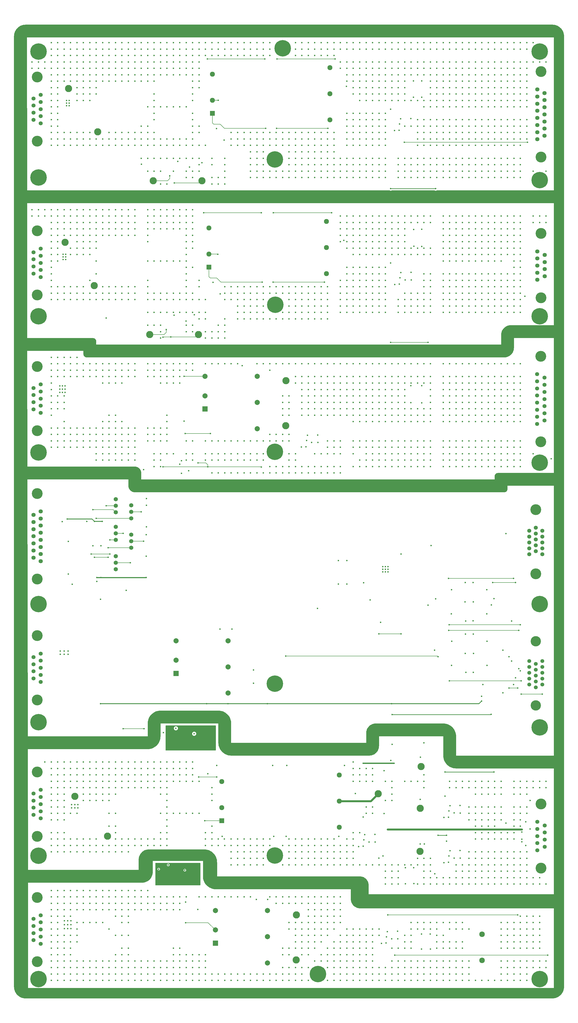
<source format=gbr>
%TF.GenerationSoftware,KiCad,Pcbnew,9.0.3*%
%TF.CreationDate,2025-09-16T14:08:45-04:00*%
%TF.ProjectId,11_CPU_PDU,31315f43-5055-45f5-9044-552e6b696361,rev?*%
%TF.SameCoordinates,Original*%
%TF.FileFunction,Copper,L5,Inr*%
%TF.FilePolarity,Positive*%
%FSLAX46Y46*%
G04 Gerber Fmt 4.6, Leading zero omitted, Abs format (unit mm)*
G04 Created by KiCad (PCBNEW 9.0.3) date 2025-09-16 14:08:45*
%MOMM*%
%LPD*%
G01*
G04 APERTURE LIST*
%TA.AperFunction,ComponentPad*%
%ADD10C,1.498600*%
%TD*%
%TA.AperFunction,ComponentPad*%
%ADD11C,4.000000*%
%TD*%
%TA.AperFunction,ComponentPad*%
%ADD12C,1.575000*%
%TD*%
%TA.AperFunction,ComponentPad*%
%ADD13C,4.216000*%
%TD*%
%TA.AperFunction,ComponentPad*%
%ADD14C,2.800000*%
%TD*%
%TA.AperFunction,ComponentPad*%
%ADD15C,1.560000*%
%TD*%
%TA.AperFunction,ComponentPad*%
%ADD16C,6.400000*%
%TD*%
%TA.AperFunction,ComponentPad*%
%ADD17C,1.650000*%
%TD*%
%TA.AperFunction,ComponentPad*%
%ADD18R,1.950000X1.950000*%
%TD*%
%TA.AperFunction,ComponentPad*%
%ADD19C,1.950000*%
%TD*%
%TA.AperFunction,ComponentPad*%
%ADD20C,1.635000*%
%TD*%
%TA.AperFunction,ComponentPad*%
%ADD21R,2.000000X2.000000*%
%TD*%
%TA.AperFunction,ComponentPad*%
%ADD22C,2.000000*%
%TD*%
%TA.AperFunction,ComponentPad*%
%ADD23C,2.159000*%
%TD*%
%TA.AperFunction,ViaPad*%
%ADD24C,0.600000*%
%TD*%
%TA.AperFunction,Conductor*%
%ADD25C,0.250000*%
%TD*%
%TA.AperFunction,Conductor*%
%ADD26C,0.200000*%
%TD*%
%TA.AperFunction,Conductor*%
%ADD27C,0.750000*%
%TD*%
%TA.AperFunction,Conductor*%
%ADD28C,0.500000*%
%TD*%
%TA.AperFunction,Conductor*%
%ADD29C,0.300000*%
%TD*%
%TA.AperFunction,Conductor*%
%ADD30C,0.350000*%
%TD*%
%TA.AperFunction,Conductor*%
%ADD31C,0.400000*%
%TD*%
G04 APERTURE END LIST*
D10*
%TO.N,/v1_Telem*%
%TO.C,J15*%
X385970000Y-277329999D03*
%TO.N,/TELEM_RTN*%
X385970000Y-275039998D03*
%TO.N,/v2_Telem*%
X385970000Y-272749998D03*
%TO.N,/TELEM_RTN*%
X385970000Y-270460000D03*
%TO.N,/v3_Telem*%
X385970000Y-268169999D03*
%TO.N,/TELEM_RTN*%
X388510000Y-278469999D03*
%TO.N,/v4_Telem*%
X388510000Y-276179999D03*
%TO.N,/TELEM_RTN*%
X388510000Y-273889998D03*
%TO.N,/v5_Telem*%
X388510000Y-271600000D03*
%TO.N,/Temp_Telem*%
X388510000Y-269310000D03*
%TO.N,/v6_Telem*%
X391050000Y-277329999D03*
%TO.N,/TELEM_RTN*%
X391050000Y-275039998D03*
%TO.N,/v7_Telem*%
X391050000Y-272749998D03*
%TO.N,/TELEM_RTN*%
X391050000Y-270460000D03*
X391050000Y-268169999D03*
D11*
%TO.N,GNDPWR*%
X388510000Y-260509999D03*
X388510000Y-285510000D03*
%TD*%
D12*
%TO.N,/i1_Telem*%
%TO.C,J14*%
X385950000Y-217469000D03*
%TO.N,/TELEM_RTN*%
X385950000Y-219759000D03*
%TO.N,/i2_Telem*%
X385950000Y-222049000D03*
%TO.N,/TELEM_RTN*%
X385950000Y-224339000D03*
%TO.N,/i3_Telem*%
X385950000Y-226629000D03*
%TO.N,/TELEM_RTN*%
X388490000Y-216324000D03*
%TO.N,/i4_Telem*%
X388490000Y-218614000D03*
%TO.N,/TELEM_RTN*%
X388490000Y-220904000D03*
%TO.N,/i5_Telem*%
X388490000Y-223194000D03*
%TO.N,/TELEM_RTN*%
X388490000Y-225484000D03*
%TO.N,/i6_Telem*%
X391030000Y-217469000D03*
%TO.N,/TELEM_RTN*%
X391030000Y-219759000D03*
%TO.N,/i7_Telem*%
X391030000Y-222049000D03*
%TO.N,/TELEM_RTN*%
X391030000Y-224339000D03*
X391030000Y-226629000D03*
D13*
%TO.N,GNDPWR*%
X388490000Y-234290000D03*
X388490000Y-209300000D03*
%TD*%
D14*
%TO.N,/SSD1_5V*%
%TO.C,SEC_PWR3*%
X295245001Y-384520000D03*
%TD*%
D15*
%TO.N,/V_SEC5_RTN*%
%TO.C,J13*%
X195905001Y-367160000D03*
X195905001Y-369930000D03*
%TO.N,unconnected-(J13-Pad3)*%
X195905001Y-372700000D03*
%TO.N,/V_SEC5_RTN*%
X195905001Y-375470000D03*
X195905001Y-378240000D03*
%TO.N,/V_SEC5_IN*%
X193065001Y-368545000D03*
X193065001Y-371315000D03*
X193065001Y-374085000D03*
X193065001Y-376855000D03*
D13*
%TO.N,GNDPWR*%
X194485001Y-360200000D03*
X194485001Y-385200000D03*
%TD*%
D16*
%TO.N,GNDPWR*%
%TO.C,H4*%
X195000000Y-392000000D03*
%TD*%
D17*
%TO.N,Net-(U22B-OUT_2)*%
%TO.C,J10*%
X225063200Y-210275000D03*
%TO.N,/LVDS_REC_CKT/EN_2*%
X225063200Y-207735000D03*
%TO.N,Net-(J10-Pad3)*%
X225063200Y-205195000D03*
%TD*%
D14*
%TO.N,/Sabertooth_IO/V8p2*%
%TO.C,8.2V1*%
X343902501Y-309244999D03*
%TD*%
%TO.N,/SSD0_5V*%
%TO.C,5V2*%
X291235001Y-176584999D03*
%TD*%
D18*
%TO.N,/Sabertooth_IO/p12V*%
%TO.C,U3*%
X266297501Y-330324999D03*
D19*
%TO.N,/Sabertooth_IO/p12_rtn*%
X266297501Y-325244999D03*
%TO.N,/Sabertooth_IO/REM*%
X266297501Y-315084999D03*
%TO.N,/Sabertooth_IO_12V*%
X312017501Y-332864999D03*
%TO.N,/Sabertooth_IO_RTN*%
X312017501Y-322704999D03*
%TO.N,Net-(U3-TRIM)*%
X312017501Y-312544999D03*
%TD*%
D16*
%TO.N,GNDPWR*%
%TO.C,H19*%
X290000000Y-29690000D03*
%TD*%
D20*
%TO.N,/EN3-*%
%TO.C,J7*%
X195905001Y-229340000D03*
%TO.N,/EN3+*%
X195905001Y-226570000D03*
%TO.N,/TELEM_RTN*%
X195905001Y-223800000D03*
%TO.N,/EN5+*%
X195905001Y-221030000D03*
%TO.N,/TELEM_RTN*%
X195905001Y-218260000D03*
%TO.N,/EN5-*%
X195905001Y-215490000D03*
%TO.N,/EN2+*%
X195905001Y-212720000D03*
%TO.N,/EN2-*%
X195905001Y-209950000D03*
%TO.N,/EN4-*%
X193065001Y-227955000D03*
%TO.N,/EN4+*%
X193065001Y-225185000D03*
%TO.N,/TELEM_RTN*%
X193065001Y-222415000D03*
X193065001Y-219645000D03*
X193065001Y-216875000D03*
%TO.N,/EN1+*%
X193065001Y-214105000D03*
%TO.N,/EN1-*%
X193065001Y-211335000D03*
D13*
%TO.N,GNDPWR*%
X194485001Y-202995000D03*
X194485001Y-236295000D03*
%TD*%
D14*
%TO.N,/V_SEC1_RTN*%
%TO.C,SEC_RTN1*%
X206725001Y-45335000D03*
%TD*%
%TO.N,Net-(F2-Pad2)*%
%TO.C,SEC_RTN2*%
X216715001Y-122055000D03*
%TD*%
D16*
%TO.N,GNDPWR*%
%TO.C,H11*%
X390000000Y-294000000D03*
%TD*%
%TO.N,GNDPWR*%
%TO.C,H10*%
X390000000Y-392000000D03*
%TD*%
D17*
%TO.N,Net-(U22D-OUT_4)*%
%TO.C,J12*%
X231063200Y-224065000D03*
%TO.N,/LVDS_REC_CKT/EN_4*%
X231063200Y-221525000D03*
%TO.N,Net-(J12-Pad3)*%
X231063200Y-218985000D03*
%TD*%
D21*
%TO.N,Net-(U23-+VIN)*%
%TO.C,U23*%
X248505001Y-272989999D03*
D22*
%TO.N,Net-(U23--VIN)*%
X248505001Y-267889999D03*
%TO.N,/V_TELEM*%
X268805001Y-280689999D03*
%TO.N,unconnected-(U23-TRIM-Pad4)*%
X268805001Y-270489999D03*
%TO.N,/V_TELEM_RTN*%
X268805001Y-260289999D03*
%TO.N,unconnected-(U23-REMOTE-Pad6)*%
X248505001Y-260289999D03*
%TD*%
D18*
%TO.N,/Sabertooth_CPU_and_PCIe_Bifurcator/P12V_PDU_DAQ1/p12V*%
%TO.C,U2*%
X261325001Y-114915000D03*
D19*
%TO.N,/Sabertooth_CPU_and_PCIe_Bifurcator/P12V_PDU_DAQ1/p12_rtn*%
X261325001Y-109835000D03*
%TO.N,/Sabertooth_CPU_and_PCIe_Bifurcator/P12V_PDU_DAQ1/REM*%
X261325001Y-99675000D03*
%TO.N,/PCIe_Bifurcator_12V*%
X307045001Y-117455000D03*
%TO.N,/PCIe_Bifurcator_12V_RTN*%
X307045001Y-107295000D03*
%TO.N,Net-(U2-TRIM)*%
X307045001Y-97135000D03*
%TD*%
D16*
%TO.N,GNDPWR*%
%TO.C,H20*%
X303760000Y-390000000D03*
%TD*%
%TO.N,GNDPWR*%
%TO.C,H1*%
X195000000Y-31000000D03*
%TD*%
D17*
%TO.N,Net-(U22C-OUT_3)*%
%TO.C,J11*%
X225063200Y-221035000D03*
%TO.N,/LVDS_REC_CKT/EN_3*%
X225063200Y-218495000D03*
%TO.N,Net-(J11-Pad3)*%
X225063200Y-215955000D03*
%TD*%
D14*
%TO.N,/Sabertooth_IO_5V*%
%TO.C,5V1*%
X343522501Y-325554999D03*
%TD*%
D16*
%TO.N,GNDPWR*%
%TO.C,H21*%
X287000000Y-186770000D03*
%TD*%
D20*
%TO.N,/Sabertooth_p12V_OUT*%
%TO.C,J18*%
X389080000Y-45725000D03*
X389080000Y-48495000D03*
X389080000Y-51265000D03*
X389080000Y-54035000D03*
%TO.N,unconnected-(J18-Pad5)*%
X389080000Y-56805000D03*
%TO.N,unconnected-(J18-Pad6)*%
X389080000Y-59575000D03*
%TO.N,unconnected-(J18-Pad7)*%
X389080000Y-62345000D03*
%TO.N,unconnected-(J18-Pad8)*%
X389080000Y-65115000D03*
%TO.N,/Sabertooth_p12V_RTN*%
X391920000Y-47110000D03*
X391920000Y-49880000D03*
X391920000Y-52650000D03*
X391920000Y-55420000D03*
%TO.N,unconnected-(J18-Pad13)*%
X391920000Y-58190000D03*
%TO.N,unconnected-(J18-Pad14)*%
X391920000Y-60960000D03*
%TO.N,unconnected-(J18-Pad15)*%
X391920000Y-63730000D03*
D13*
%TO.N,GNDPWR*%
X390500000Y-72070000D03*
X390500000Y-38770000D03*
%TD*%
D16*
%TO.N,GNDPWR*%
%TO.C,H22*%
X287000000Y-343890000D03*
%TD*%
D17*
%TO.N,Net-(U22A-OUT_1)*%
%TO.C,J9*%
X231063200Y-212645000D03*
%TO.N,/LVDS_REC_CKT/EN_1*%
X231063200Y-210105000D03*
%TO.N,Net-(J9-Pad3)*%
X231063200Y-207565000D03*
%TD*%
D14*
%TO.N,/Sabertooth_IO_RTN*%
%TO.C,8.2\u002C5\u002C3.3_RTN1*%
X327155001Y-319864999D03*
%TD*%
D16*
%TO.N,GNDPWR*%
%TO.C,H15*%
X195000000Y-187000000D03*
%TD*%
D17*
%TO.N,Net-(U21-R)*%
%TO.C,J8*%
X225063200Y-232455000D03*
%TO.N,/LVDS_REC_CKT/EN_5*%
X225063200Y-229915000D03*
%TO.N,Net-(J8-Pad3)*%
X225063200Y-227375000D03*
%TD*%
D15*
%TO.N,/V_SEC3_RTN*%
%TO.C,J3*%
X195905001Y-318370000D03*
X195905001Y-321140000D03*
%TO.N,unconnected-(J3-Pad3)*%
X195905001Y-323910000D03*
%TO.N,/V_SEC3_RTN*%
X195905001Y-326680000D03*
X195905001Y-329450000D03*
%TO.N,/V_SEC3_IN*%
X193065001Y-319755000D03*
X193065001Y-322525000D03*
X193065001Y-325295000D03*
X193065001Y-328065000D03*
D13*
%TO.N,GNDPWR*%
X194485001Y-311410000D03*
X194485001Y-336410000D03*
%TD*%
D16*
%TO.N,GNDPWR*%
%TO.C,H5*%
X195000000Y-344000000D03*
%TD*%
%TO.N,GNDPWR*%
%TO.C,H18*%
X287190000Y-129530000D03*
%TD*%
D15*
%TO.N,/SSD0_5V_RTN*%
%TO.C,J6*%
X389035000Y-175930000D03*
X389035000Y-173160000D03*
X389035000Y-170390000D03*
X389035000Y-167620000D03*
X389035000Y-164850000D03*
X389035000Y-162080000D03*
X389035000Y-159310000D03*
%TO.N,/SSD0_5V_OUT*%
X389035000Y-156540000D03*
X391875000Y-174545000D03*
X391875000Y-171775000D03*
%TO.N,/SSD0_5V_RTN*%
X391875000Y-169005000D03*
%TO.N,/SSD0_5V_OUT*%
X391875000Y-166235000D03*
X391875000Y-163465000D03*
X391875000Y-160695000D03*
%TO.N,/SSD0_5V_RTN*%
X391875000Y-157925000D03*
D13*
%TO.N,GNDPWR*%
X390455000Y-182885000D03*
X390455000Y-149585000D03*
%TD*%
D16*
%TO.N,GNDPWR*%
%TO.C,H8*%
X195000000Y-134000000D03*
%TD*%
%TO.N,GNDPWR*%
%TO.C,H12*%
X390000000Y-246000000D03*
%TD*%
%TO.N,GNDPWR*%
%TO.C,H3*%
X287000000Y-73000000D03*
%TD*%
%TO.N,GNDPWR*%
%TO.C,H17*%
X195000000Y-246000000D03*
%TD*%
D15*
%TO.N,/V_SEC2_RTN*%
%TO.C,J2*%
X195905001Y-107700000D03*
X195905001Y-110470000D03*
%TO.N,unconnected-(J2-Pad3)*%
X195905001Y-113240000D03*
%TO.N,/V_SEC2_RTN*%
X195905001Y-116010000D03*
X195905001Y-118780000D03*
%TO.N,/V_SEC2_IN*%
X193065001Y-109085000D03*
X193065001Y-111855000D03*
X193065001Y-114625000D03*
X193065001Y-117395000D03*
D13*
%TO.N,GNDPWR*%
X194485001Y-100740000D03*
X194485001Y-125740000D03*
%TD*%
D14*
%TO.N,Net-(F1-Pad2)*%
%TO.C,SEC_PWR1*%
X218085001Y-62185000D03*
%TD*%
D15*
%TO.N,/Sabertooth_IO_12V_OUT*%
%TO.C,J16*%
X389110000Y-341880000D03*
X389110000Y-339110000D03*
%TO.N,unconnected-(J16-Pad3)*%
X389110000Y-336340000D03*
%TO.N,/Sabertooth_IO_5V_OUT*%
X389110000Y-333570000D03*
%TO.N,/Sabertooth_IO_3p3V_OUT*%
X389110000Y-330800000D03*
%TO.N,/Sabertooth_IO_RTN*%
X391950000Y-340495000D03*
X391950000Y-337725000D03*
X391950000Y-334955000D03*
X391950000Y-332185000D03*
D13*
%TO.N,GNDPWR*%
X390530000Y-348840000D03*
X390530000Y-323840000D03*
%TD*%
D20*
%TO.N,unconnected-(J17-Pad1)*%
%TO.C,J17*%
X389090000Y-108740000D03*
%TO.N,unconnected-(J17-Pad2)*%
X389090000Y-111510000D03*
%TO.N,unconnected-(J17-Pad3)*%
X389090000Y-114280000D03*
%TO.N,/PCIe_Bifurcator_12V_OUT*%
X389090000Y-117050000D03*
X389090000Y-119820000D03*
%TO.N,unconnected-(J17-Pad6)*%
X391930000Y-110125000D03*
%TO.N,unconnected-(J17-Pad7)*%
X391930000Y-112895000D03*
%TO.N,/PCIe_Bifurcator_12V_RTN*%
X391930000Y-115665000D03*
X391930000Y-118435000D03*
D13*
%TO.N,GNDPWR*%
X390510000Y-126780000D03*
X390510000Y-101780000D03*
%TD*%
D23*
%TO.N,/SSD1_5V_RTN*%
%TO.C,P2*%
X367580000Y-384730000D03*
%TD*%
D21*
%TO.N,/SSD_PDU/HUB_SSD1/p12V*%
%TO.C,U8*%
X263842501Y-377990000D03*
D22*
%TO.N,/SSD_PDU/HUB_SSD1/p12_rtn*%
X263842501Y-372890000D03*
%TO.N,/SSD1_5V*%
X284142501Y-385690000D03*
%TO.N,Net-(U8-TRIM)*%
X284142501Y-375490000D03*
%TO.N,/SSD1_5V_RTN*%
X284142501Y-365290000D03*
%TO.N,/SSD_PDU/HUB_SSD1/REM*%
X263842501Y-365290000D03*
%TD*%
D14*
%TO.N,/V_SEC2_RTN*%
%TO.C,TP1*%
X205355001Y-105205000D03*
%TD*%
%TO.N,Net-(F3-Pad2)*%
%TO.C,V_SEC_IN1*%
X221885001Y-336364999D03*
%TD*%
D16*
%TO.N,GNDPWR*%
%TO.C,H6*%
X195000000Y-292000000D03*
%TD*%
%TO.N,GNDPWR*%
%TO.C,H7*%
X390000000Y-31000000D03*
%TD*%
%TO.N,GNDPWR*%
%TO.C,H16*%
X390000000Y-191000000D03*
%TD*%
%TO.N,GNDPWR*%
%TO.C,H14*%
X390000000Y-81000000D03*
%TD*%
D15*
%TO.N,/V_SEC1_RTN*%
%TO.C,J1*%
X195905001Y-47830000D03*
X195905001Y-50600000D03*
%TO.N,unconnected-(J1-Pad3)*%
X195905001Y-53370000D03*
%TO.N,/V_SEC1_RTN*%
X195905001Y-56140000D03*
X195905001Y-58910000D03*
%TO.N,/V_SEC1_IN*%
X193065001Y-49215000D03*
X193065001Y-51985000D03*
X193065001Y-54755000D03*
X193065001Y-57525000D03*
D13*
%TO.N,GNDPWR*%
X194485001Y-40870000D03*
X194485001Y-65870000D03*
%TD*%
D14*
%TO.N,/V_TELEM*%
%TO.C,TELEM_PWR1*%
X258595001Y-81255000D03*
%TD*%
%TO.N,/V_TELEM*%
%TO.C,SEC_PWR2*%
X257225001Y-141125000D03*
%TD*%
D15*
%TO.N,/V_TELEM_RTN*%
%TO.C,J5*%
X195905001Y-265294999D03*
X195905001Y-268064999D03*
%TO.N,unconnected-(J5-Pad3)*%
X195905001Y-270834999D03*
%TO.N,/V_TELEM_RTN*%
X195905001Y-273604999D03*
X195905001Y-276374999D03*
%TO.N,/V_TELEM_IN*%
X193065001Y-266679999D03*
X193065001Y-269449999D03*
X193065001Y-272219999D03*
X193065001Y-274989999D03*
D13*
%TO.N,GNDPWR*%
X194485001Y-258334999D03*
X194485001Y-283334999D03*
%TD*%
D23*
%TO.N,/SSD1_5V_OUT*%
%TO.C,P1*%
X367580000Y-374519600D03*
%TD*%
D16*
%TO.N,GNDPWR*%
%TO.C,H2*%
X390000000Y-134000000D03*
%TD*%
D14*
%TO.N,/V_TELEM_RTN*%
%TO.C,TELEM_RTN1*%
X239625001Y-81245000D03*
%TD*%
%TO.N,/SSD0_5V_RTN*%
%TO.C,5V_RTN1*%
X291315001Y-159085000D03*
%TD*%
D15*
%TO.N,/V_SEC4_RTN*%
%TO.C,J4*%
X195905001Y-160535000D03*
X195905001Y-163305000D03*
%TO.N,unconnected-(J4-Pad3)*%
X195905001Y-166075000D03*
%TO.N,/V_SEC4_RTN*%
X195905001Y-168845000D03*
X195905001Y-171615000D03*
%TO.N,/V_SEC4_IN*%
X193065001Y-161920000D03*
X193065001Y-164690000D03*
X193065001Y-167460000D03*
X193065001Y-170230000D03*
D13*
%TO.N,GNDPWR*%
X194485001Y-153575000D03*
X194485001Y-178575000D03*
%TD*%
D14*
%TO.N,/Sabertooth_IO_3p3V*%
%TO.C,3.3V1*%
X343474001Y-342274999D03*
%TD*%
D18*
%TO.N,/Sabertooth_CPU_and_PCIe_Bifurcator/P12V_PDU_DAQ/p12V*%
%TO.C,U1*%
X262695001Y-55045000D03*
D19*
%TO.N,/Sabertooth_CPU_and_PCIe_Bifurcator/P12V_PDU_DAQ/p12_rtn*%
X262695001Y-49965000D03*
%TO.N,/Sabertooth_CPU_and_PCIe_Bifurcator/P12V_PDU_DAQ/REM*%
X262695001Y-39805000D03*
%TO.N,/Sabertooth_p12V*%
X308415001Y-57585000D03*
%TO.N,/Sabertooth_p12V_RTN*%
X308415001Y-47425000D03*
%TO.N,Net-(U1-TRIM)*%
X308415001Y-37265000D03*
%TD*%
D16*
%TO.N,GNDPWR*%
%TO.C,H13*%
X195000000Y-80000000D03*
%TD*%
D14*
%TO.N,/V_SEC3_RTN*%
%TO.C,V_SEC_RTN1*%
X209135001Y-320864999D03*
%TD*%
%TO.N,/SSD1_5V_RTN*%
%TO.C,SEC_RTN4*%
X295325001Y-367020000D03*
%TD*%
D21*
%TO.N,/SSD_PDU/HUB_SSD0/p12V*%
%TO.C,U7*%
X259832501Y-170055000D03*
D22*
%TO.N,/SSD_PDU/HUB_SSD0/p12_rtn*%
X259832501Y-164955000D03*
%TO.N,/SSD0_5V*%
X280132501Y-177755000D03*
%TO.N,Net-(U7-TRIM)*%
X280132501Y-167555000D03*
%TO.N,/SSD0_5V_RTN*%
X280132501Y-157355000D03*
%TO.N,/SSD_PDU/HUB_SSD0/REM*%
X259832501Y-157355000D03*
%TD*%
D16*
%TO.N,GNDPWR*%
%TO.C,H9*%
X287000000Y-277000000D03*
%TD*%
D14*
%TO.N,/V_TELEM_RTN*%
%TO.C,SEC_RTN3*%
X238255001Y-141115000D03*
%TD*%
D24*
%TO.N,/Sabertooth_IO_3p3V*%
X350460000Y-336000000D03*
X349090000Y-263990000D03*
X353790001Y-338330000D03*
X353790001Y-335990001D03*
%TO.N,/Sabertooth_IO_5V*%
X353190000Y-311410000D03*
X372210000Y-311400000D03*
X372210000Y-243930000D03*
X353190000Y-320790000D03*
%TO.N,/SSD0_5V*%
X350520000Y-266520000D03*
X291230000Y-266280000D03*
%TO.N,/SSD0_5V_RTN*%
X315000000Y-167500000D03*
X305000000Y-157500000D03*
X335000000Y-162500000D03*
X300000000Y-157500000D03*
X335000000Y-167500000D03*
X347500000Y-167500000D03*
X305000000Y-162500000D03*
X375000000Y-162500000D03*
X335000000Y-175000000D03*
X320000000Y-162500000D03*
X360000000Y-167500000D03*
X317500000Y-172500000D03*
X342500000Y-172500000D03*
X345000000Y-157500000D03*
X332500000Y-172500000D03*
X380000000Y-172500000D03*
X320000000Y-157500000D03*
X380000000Y-157500000D03*
X340000000Y-175000000D03*
X380000000Y-167500000D03*
X340000000Y-157500000D03*
X327500000Y-172500000D03*
X347500000Y-172500000D03*
X370000000Y-167500000D03*
X345000000Y-175000000D03*
X325000000Y-167500000D03*
X355000000Y-157500000D03*
X337500000Y-172500000D03*
X330000000Y-162500000D03*
X365000000Y-167500000D03*
X375000000Y-172500000D03*
X355000000Y-167500000D03*
X320000000Y-175000000D03*
X375000000Y-157500000D03*
X370000000Y-172500000D03*
X322500000Y-172500000D03*
X370000000Y-162500000D03*
X310000000Y-167500000D03*
X365000000Y-172500000D03*
X325000000Y-162500000D03*
X365000000Y-157500000D03*
X375000000Y-167500000D03*
X315000000Y-162500000D03*
X330000000Y-167500000D03*
X315000000Y-157500000D03*
X310000000Y-162500000D03*
X360000000Y-172500000D03*
X325000000Y-175000000D03*
X320000000Y-167500000D03*
X300000000Y-167500000D03*
X300000000Y-162500000D03*
X310000000Y-157500000D03*
X355000000Y-162500000D03*
X295000000Y-157500000D03*
X305000000Y-167500000D03*
X355000000Y-172500000D03*
X370000000Y-157500000D03*
X365000000Y-162500000D03*
X380000000Y-162500000D03*
X335000000Y-157500000D03*
X360000000Y-157500000D03*
X360000000Y-162500000D03*
X330000000Y-175000000D03*
X312500000Y-172500000D03*
X330000000Y-157500000D03*
X325000000Y-157500000D03*
%TO.N,/Sabertooth_IO_RTN*%
X322500000Y-347500000D03*
X387500000Y-315000000D03*
X377500000Y-355000000D03*
X347500000Y-352500000D03*
X317500000Y-337500000D03*
X342500000Y-347500000D03*
X372500000Y-350000000D03*
X367500000Y-332500000D03*
X345155001Y-339404999D03*
X372500000Y-327500000D03*
X370000000Y-335000000D03*
X367500000Y-327500000D03*
X387500000Y-355000000D03*
X370000000Y-325000000D03*
X325000000Y-315000000D03*
X332500000Y-347500000D03*
X291675001Y-308844999D03*
X329472501Y-327524999D03*
X332500000Y-315000000D03*
X335000000Y-355000000D03*
X362500000Y-350000000D03*
X380000000Y-342500000D03*
X360000000Y-347500000D03*
X343592501Y-305594999D03*
X332500000Y-320000000D03*
X385000000Y-342500000D03*
X340000000Y-315000000D03*
X337500000Y-347500000D03*
X370000000Y-352500000D03*
X345000000Y-345000000D03*
X329064001Y-344104999D03*
X314105001Y-308844999D03*
X372500000Y-332500000D03*
X392500000Y-355000000D03*
X332500000Y-352500000D03*
X367500000Y-345000000D03*
X372500000Y-355000000D03*
X320000000Y-335000000D03*
X372500000Y-345000000D03*
X330000000Y-350000000D03*
X367500000Y-330000000D03*
X325000000Y-310000000D03*
X370000000Y-342500000D03*
X377500000Y-350000000D03*
X350000000Y-355000000D03*
X317500000Y-342500000D03*
X375000000Y-325000000D03*
X362500000Y-327500000D03*
X372500000Y-337500000D03*
X355000000Y-315000000D03*
X380000000Y-347500000D03*
X380000000Y-352500000D03*
X335000000Y-350000000D03*
X382500000Y-315000000D03*
X385000000Y-347500000D03*
X372500000Y-320000000D03*
X345000000Y-315000000D03*
X345000000Y-350000000D03*
X367500000Y-337500000D03*
X365000000Y-335000000D03*
X375000000Y-342500000D03*
X375000000Y-347500000D03*
X360000000Y-315000000D03*
X322500000Y-327500000D03*
X385000000Y-352500000D03*
X330000000Y-355000000D03*
X343562501Y-322054999D03*
X367500000Y-317500000D03*
X385000000Y-317500000D03*
X357500000Y-352500000D03*
X365000000Y-342500000D03*
X347500000Y-347500000D03*
X392500000Y-315000000D03*
X390000000Y-352500000D03*
X352500000Y-352500000D03*
X375000000Y-315000000D03*
X375000000Y-335000000D03*
X382500000Y-327500000D03*
X345000000Y-355000000D03*
X390000000Y-317500000D03*
X362500000Y-345000000D03*
X380000000Y-335000000D03*
X380000000Y-325000000D03*
X377500000Y-345000000D03*
X367500000Y-350000000D03*
X382500000Y-345000000D03*
X329472501Y-310834999D03*
X367500000Y-320000000D03*
X325000000Y-325000000D03*
X370000000Y-347500000D03*
X362500000Y-317500000D03*
X365000000Y-352500000D03*
X360000000Y-352500000D03*
X327500000Y-347500000D03*
X372500000Y-330000000D03*
X382500000Y-330000000D03*
X317500000Y-347500000D03*
X382500000Y-332500000D03*
X385000000Y-320000000D03*
X370000000Y-315000000D03*
X332092501Y-306884999D03*
X385000000Y-325000000D03*
X343524001Y-339414999D03*
X345000000Y-300000000D03*
X357500000Y-347500000D03*
X372500000Y-317500000D03*
X377500000Y-337500000D03*
X382500000Y-350000000D03*
X382500000Y-355000000D03*
X380000000Y-320000000D03*
X375000000Y-352500000D03*
X367500000Y-355000000D03*
X365000000Y-315000000D03*
X365000000Y-347500000D03*
X357500000Y-317500000D03*
X365000000Y-325000000D03*
X380000000Y-317500000D03*
%TO.N,/Sabertooth_p12V*%
X349560000Y-243950000D03*
X349560000Y-84330000D03*
X332060000Y-84330000D03*
X332060000Y-53415000D03*
X307665001Y-60845000D03*
X287695001Y-60845000D03*
%TO.N,/Sabertooth_CPU_and_PCIe_Bifurcator/P12V_PDU_DAQ/p12V*%
X283405001Y-60845000D03*
%TO.N,/Sabertooth_CPU_and_PCIe_Bifurcator/P12V_PDU_DAQ/p12_rtn*%
X267280000Y-65400000D03*
X264950000Y-49960000D03*
X260695001Y-33845000D03*
X283095001Y-33845000D03*
%TO.N,/Sabertooth_p12V_RTN*%
X357500000Y-65000000D03*
X372500000Y-45000000D03*
X367500000Y-45000000D03*
X332500000Y-40000000D03*
X377500000Y-67500000D03*
X332500000Y-50000000D03*
X342500000Y-62500000D03*
X342500000Y-40000000D03*
X382500000Y-60000000D03*
X347500000Y-42500000D03*
X322500000Y-37500000D03*
X337500000Y-37500000D03*
X310465001Y-33855000D03*
X325000000Y-67500000D03*
X382500000Y-47500000D03*
X362500000Y-60000000D03*
X320000000Y-60000000D03*
X362500000Y-52500000D03*
X352500000Y-57500000D03*
X327500000Y-47500000D03*
X377500000Y-52500000D03*
X352500000Y-35000000D03*
X325000000Y-57500000D03*
X340000000Y-50000000D03*
X315000000Y-62500000D03*
X325000000Y-55000000D03*
X337500000Y-47500000D03*
X362500000Y-62500000D03*
X315000000Y-55000000D03*
X330000000Y-55000000D03*
X332500000Y-47500000D03*
X325000000Y-60000000D03*
X357500000Y-67500000D03*
X312500000Y-35000000D03*
X377500000Y-62500000D03*
X377500000Y-65000000D03*
X330000000Y-57500000D03*
X342500000Y-35000000D03*
X352500000Y-50000000D03*
X330000000Y-65000000D03*
X352500000Y-42500000D03*
X367500000Y-60000000D03*
X372500000Y-67500000D03*
X352500000Y-67500000D03*
X347500000Y-40000000D03*
X377500000Y-50000000D03*
X357500000Y-52500000D03*
X320000000Y-55000000D03*
X367500000Y-62500000D03*
X377500000Y-42500000D03*
X352500000Y-60000000D03*
X347500000Y-67500000D03*
X342500000Y-65000000D03*
X362500000Y-47500000D03*
X357500000Y-47500000D03*
X342500000Y-60000000D03*
X382500000Y-62500000D03*
X392500000Y-35000000D03*
X347500000Y-57500000D03*
X362500000Y-67500000D03*
X327500000Y-42500000D03*
X337500000Y-45000000D03*
X367500000Y-37500000D03*
X372500000Y-50000000D03*
X357500000Y-37500000D03*
X357500000Y-45000000D03*
X372500000Y-62500000D03*
X362500000Y-45000000D03*
X377500000Y-45000000D03*
X367500000Y-52500000D03*
X337500000Y-35000000D03*
X382500000Y-67500000D03*
X362500000Y-42500000D03*
X377500000Y-37500000D03*
X352500000Y-65000000D03*
X327500000Y-50000000D03*
X317500000Y-37500000D03*
X367500000Y-47500000D03*
X372500000Y-65000000D03*
X357500000Y-42500000D03*
X332500000Y-37500000D03*
X332500000Y-35000000D03*
X317500000Y-35000000D03*
X347500000Y-35000000D03*
X352500000Y-40000000D03*
X315000000Y-60000000D03*
X315000000Y-57500000D03*
X320000000Y-67500000D03*
X372500000Y-47500000D03*
X382500000Y-37500000D03*
X357500000Y-35000000D03*
X322500000Y-40000000D03*
X315000000Y-67500000D03*
X337500000Y-42500000D03*
X312500000Y-37500000D03*
X322500000Y-35000000D03*
X352500000Y-62500000D03*
X322500000Y-45000000D03*
X382500000Y-40000000D03*
X322500000Y-42500000D03*
X320000000Y-65000000D03*
X330000000Y-62500000D03*
X372500000Y-35000000D03*
X382500000Y-50000000D03*
X342500000Y-37500000D03*
X362500000Y-57500000D03*
X382500000Y-45000000D03*
X322500000Y-47500000D03*
X367500000Y-40000000D03*
X382500000Y-57500000D03*
X367500000Y-65000000D03*
X362500000Y-37500000D03*
X347500000Y-45000000D03*
X325000000Y-62500000D03*
X362500000Y-35000000D03*
X320000000Y-57500000D03*
X327500000Y-45000000D03*
X367500000Y-67500000D03*
X382500000Y-52500000D03*
X382500000Y-35000000D03*
X327500000Y-35000000D03*
X327500000Y-40000000D03*
X342500000Y-50000000D03*
X357500000Y-40000000D03*
X317500000Y-40000000D03*
X382500000Y-42500000D03*
X367500000Y-57500000D03*
X362500000Y-65000000D03*
X387500000Y-35000000D03*
X320000000Y-62500000D03*
X325000000Y-65000000D03*
X357500000Y-60000000D03*
X377500000Y-47500000D03*
X347500000Y-65000000D03*
X342500000Y-67500000D03*
X357500000Y-62500000D03*
X347500000Y-37500000D03*
X372500000Y-40000000D03*
X377500000Y-57500000D03*
X330000000Y-60000000D03*
X367500000Y-35000000D03*
X347500000Y-47500000D03*
X357500000Y-50000000D03*
X362500000Y-40000000D03*
X347500000Y-52500000D03*
X347500000Y-62500000D03*
X372500000Y-52500000D03*
X337500000Y-50000000D03*
X362500000Y-50000000D03*
X372500000Y-57500000D03*
X315000000Y-65000000D03*
X347500000Y-50000000D03*
X377500000Y-35000000D03*
X352500000Y-47500000D03*
X352500000Y-45000000D03*
X332500000Y-45000000D03*
X372500000Y-60000000D03*
X317500000Y-47500000D03*
X322500000Y-50000000D03*
X330000000Y-67500000D03*
X377500000Y-40000000D03*
X287785001Y-33855000D03*
X352500000Y-52500000D03*
X317500000Y-45000000D03*
X382500000Y-65000000D03*
X347500000Y-60000000D03*
X337500000Y-40000000D03*
X317500000Y-42500000D03*
X357500000Y-57500000D03*
X332500000Y-42500000D03*
X372500000Y-37500000D03*
X372500000Y-42500000D03*
X367500000Y-42500000D03*
X377500000Y-60000000D03*
X352500000Y-37500000D03*
X327500000Y-37500000D03*
X342500000Y-57500000D03*
X367500000Y-50000000D03*
%TO.N,/V_SEC1_RTN*%
X347500000Y-30000000D03*
X367500000Y-27500000D03*
X365000000Y-50000000D03*
X217500000Y-37500000D03*
X240000000Y-65000000D03*
X327500000Y-57500000D03*
X212500000Y-47500000D03*
X210000000Y-50000000D03*
X240000000Y-52500000D03*
X235000000Y-30000000D03*
X385000000Y-62500000D03*
X370000000Y-42500000D03*
X340000000Y-72500000D03*
X365000000Y-60000000D03*
X317500000Y-65000000D03*
X340000000Y-40000000D03*
X345000000Y-65000000D03*
X235000000Y-37500000D03*
X227500000Y-37500000D03*
X202500000Y-67500000D03*
X380000000Y-72500000D03*
X355000000Y-80000000D03*
X287500000Y-80000000D03*
X370000000Y-62500000D03*
X297500000Y-27500000D03*
X297500000Y-32500000D03*
X307500000Y-62500000D03*
X317500000Y-55000000D03*
X220000000Y-32500000D03*
X280000000Y-62500000D03*
X365000000Y-42500000D03*
X365000000Y-37500000D03*
X245000000Y-27500000D03*
X215000000Y-45000000D03*
X385000000Y-45000000D03*
X300000000Y-65000000D03*
X202500000Y-27500000D03*
X292500000Y-65000000D03*
X305000000Y-67500000D03*
X240000000Y-57500000D03*
X252500000Y-32500000D03*
X325000000Y-37500000D03*
X350000000Y-75000000D03*
X285000000Y-67500000D03*
X317500000Y-75000000D03*
X215000000Y-65000000D03*
X350000000Y-60000000D03*
X232500000Y-42500000D03*
X380000000Y-30000000D03*
X352500000Y-72500000D03*
X357500000Y-27500000D03*
X365000000Y-75000000D03*
X240000000Y-55000000D03*
X375000000Y-75000000D03*
X385000000Y-65000000D03*
X255000000Y-37500000D03*
X302500000Y-30000000D03*
X285000000Y-77500000D03*
X355000000Y-57500000D03*
X200000000Y-32500000D03*
X320000000Y-35000000D03*
X230000000Y-35000000D03*
X290000000Y-67500000D03*
X215000000Y-47500000D03*
X252500000Y-27500000D03*
X315000000Y-35000000D03*
X375000000Y-47500000D03*
X307500000Y-65000000D03*
X292500000Y-72500000D03*
X302500000Y-67500000D03*
X277500000Y-72500000D03*
X260000000Y-30000000D03*
X325000000Y-75000000D03*
X292500000Y-77500000D03*
X245000000Y-40000000D03*
X220000000Y-67500000D03*
X312500000Y-75000000D03*
X245000000Y-67500000D03*
X320000000Y-42500000D03*
X272500000Y-65000000D03*
X212500000Y-45000000D03*
X220000000Y-42500000D03*
X235000000Y-65000000D03*
X222500000Y-37500000D03*
X302500000Y-32500000D03*
X322500000Y-72500000D03*
X320000000Y-30000000D03*
X202500000Y-52500000D03*
X300000000Y-70000000D03*
X200000000Y-47500000D03*
X217500000Y-42500000D03*
X385000000Y-60000000D03*
X310000000Y-75000000D03*
X252500000Y-52500000D03*
X390000000Y-35000000D03*
X360000000Y-77500000D03*
X357500000Y-77500000D03*
X337500000Y-80000000D03*
X242500000Y-52500000D03*
X295000000Y-75000000D03*
X325000000Y-77500000D03*
X327500000Y-27500000D03*
X200000000Y-62500000D03*
X365000000Y-47500000D03*
X375000000Y-57500000D03*
X387500000Y-77500000D03*
X335000000Y-80000000D03*
X355000000Y-47500000D03*
X375000000Y-67500000D03*
X210000000Y-27500000D03*
X202500000Y-32500000D03*
X247500000Y-67500000D03*
X207500000Y-65000000D03*
X367500000Y-30000000D03*
X340000000Y-35000000D03*
X370000000Y-30000000D03*
X370000000Y-65000000D03*
X277500000Y-80000000D03*
X355000000Y-67500000D03*
X227500000Y-65000000D03*
X206945001Y-51045000D03*
X205000000Y-32500000D03*
X252500000Y-40000000D03*
X250000000Y-32500000D03*
X257500000Y-42500000D03*
X215000000Y-50000000D03*
X222500000Y-27500000D03*
X322500000Y-55000000D03*
X345000000Y-40000000D03*
X235000000Y-27500000D03*
X320000000Y-45000000D03*
X205000000Y-30000000D03*
X232500000Y-37500000D03*
X242500000Y-35000000D03*
X207500000Y-32500000D03*
X370000000Y-47500000D03*
X380000000Y-67500000D03*
X215000000Y-35000000D03*
X370000000Y-57500000D03*
X305000000Y-70000000D03*
X345000000Y-75000000D03*
X380000000Y-27500000D03*
X350000000Y-47500000D03*
X330000000Y-75000000D03*
X350000000Y-80000000D03*
X360000000Y-37500000D03*
X240000000Y-32500000D03*
X275000000Y-30000000D03*
X317500000Y-60000000D03*
X385000000Y-40000000D03*
X280000000Y-32500000D03*
X252500000Y-37500000D03*
X222500000Y-67500000D03*
X265000000Y-30000000D03*
X282500000Y-80000000D03*
X287500000Y-77500000D03*
X367500000Y-80000000D03*
X202500000Y-50000000D03*
X345000000Y-62500000D03*
X200000000Y-60000000D03*
X330000000Y-80000000D03*
X240000000Y-27500000D03*
X350000000Y-35000000D03*
X360000000Y-60000000D03*
X237500000Y-67500000D03*
X340915000Y-48785000D03*
X375000000Y-37500000D03*
X202500000Y-57500000D03*
X330000000Y-27500000D03*
X200000000Y-67500000D03*
X247500000Y-37500000D03*
X280000000Y-75000000D03*
X245000000Y-32500000D03*
X200000000Y-65000000D03*
X217500000Y-30000000D03*
X300000000Y-77500000D03*
X392500000Y-77500000D03*
X375000000Y-30000000D03*
X222500000Y-62500000D03*
X355000000Y-75000000D03*
X207500000Y-35000000D03*
X375000000Y-72500000D03*
X372500000Y-77500000D03*
X247500000Y-32500000D03*
X300000000Y-27500000D03*
X320000000Y-72500000D03*
X377500000Y-27500000D03*
X230000000Y-67500000D03*
X242500000Y-67500000D03*
X340000000Y-27500000D03*
X267500000Y-27500000D03*
X370000000Y-75000000D03*
X230000000Y-32500000D03*
X242500000Y-37500000D03*
X227500000Y-40000000D03*
X272500000Y-67500000D03*
X342500000Y-80000000D03*
X345000000Y-52500000D03*
X227500000Y-27500000D03*
X385000000Y-35000000D03*
X212500000Y-40000000D03*
X350000000Y-77500000D03*
X345000000Y-27500000D03*
X337500000Y-72500000D03*
X380000000Y-45000000D03*
X232500000Y-40000000D03*
X285000000Y-65000000D03*
X355000000Y-77500000D03*
X302500000Y-77500000D03*
X240000000Y-35000000D03*
X350000000Y-42500000D03*
X342500000Y-75000000D03*
X385000000Y-57500000D03*
X327500000Y-72500000D03*
X315000000Y-72500000D03*
X272500000Y-27500000D03*
X327500000Y-62500000D03*
X345000000Y-80000000D03*
X255000000Y-65000000D03*
X320000000Y-75000000D03*
X360000000Y-75000000D03*
X250000000Y-35000000D03*
X310000000Y-30000000D03*
X195000000Y-37500000D03*
X202500000Y-65000000D03*
X240000000Y-40000000D03*
X337500000Y-27500000D03*
X385000000Y-42500000D03*
X312500000Y-72500000D03*
X297500000Y-70000000D03*
X197500000Y-35000000D03*
X307500000Y-32500000D03*
X370000000Y-67500000D03*
X222500000Y-42500000D03*
X220000000Y-37500000D03*
X360000000Y-52500000D03*
X375000000Y-65000000D03*
X257500000Y-67500000D03*
X300000000Y-75000000D03*
X300000000Y-67500000D03*
X200000000Y-30000000D03*
X375000000Y-62500000D03*
X277500000Y-77500000D03*
X350000000Y-27500000D03*
X210000000Y-47500000D03*
X282500000Y-30000000D03*
X365000000Y-77500000D03*
X377500000Y-80000000D03*
X227500000Y-30000000D03*
X375000000Y-27500000D03*
X270000000Y-30000000D03*
X380000000Y-80000000D03*
X370000000Y-72500000D03*
X340000000Y-75000000D03*
X222500000Y-65000000D03*
X215000000Y-67500000D03*
X210000000Y-45000000D03*
X355000000Y-30000000D03*
X247500000Y-35000000D03*
X237500000Y-60000000D03*
X280000000Y-77500000D03*
X225000000Y-35000000D03*
X285000000Y-80000000D03*
X242500000Y-65000000D03*
X335000000Y-35000000D03*
X242500000Y-40000000D03*
X225000000Y-30000000D03*
X215000000Y-37500000D03*
X357500000Y-80000000D03*
X237500000Y-40000000D03*
X307500000Y-70000000D03*
X277500000Y-30000000D03*
X365000000Y-27500000D03*
X270000000Y-62500000D03*
X370000000Y-27500000D03*
X325000000Y-42500000D03*
X255000000Y-57500000D03*
X230000000Y-30000000D03*
X215000000Y-27500000D03*
X297500000Y-67500000D03*
X272500000Y-30000000D03*
X332500000Y-30000000D03*
X360000000Y-72500000D03*
X325000000Y-80000000D03*
X340000000Y-80000000D03*
X237500000Y-30000000D03*
X312500000Y-80000000D03*
X370000000Y-77500000D03*
X300000000Y-30000000D03*
X200000000Y-45000000D03*
X352500000Y-30000000D03*
X355000000Y-42500000D03*
X325000000Y-40000000D03*
X240000000Y-30000000D03*
X377500000Y-75000000D03*
X265000000Y-27500000D03*
X287500000Y-65000000D03*
X227500000Y-32500000D03*
X255000000Y-50000000D03*
X372500000Y-27500000D03*
X280000000Y-27500000D03*
X207500000Y-42500000D03*
X222500000Y-40000000D03*
X255000000Y-27500000D03*
X375000000Y-40000000D03*
X277500000Y-75000000D03*
X232500000Y-65000000D03*
X387500000Y-27500000D03*
X325000000Y-35000000D03*
X315000000Y-42500000D03*
X217500000Y-40000000D03*
X280000000Y-72500000D03*
X317500000Y-67500000D03*
X310000000Y-80000000D03*
X380000000Y-57500000D03*
X255000000Y-67500000D03*
X230000000Y-65000000D03*
X217500000Y-67500000D03*
X355000000Y-60000000D03*
X372500000Y-80000000D03*
X350000000Y-67500000D03*
X360000000Y-67500000D03*
X315000000Y-27500000D03*
X207500000Y-62500000D03*
X385000000Y-47500000D03*
X322500000Y-77500000D03*
X205000000Y-42500000D03*
X235000000Y-67500000D03*
X205000000Y-35000000D03*
X360000000Y-42500000D03*
X260000000Y-32500000D03*
X202500000Y-30000000D03*
X380000000Y-52500000D03*
X315000000Y-40000000D03*
X372500000Y-30000000D03*
X237500000Y-62500000D03*
X345000000Y-77500000D03*
X320000000Y-27500000D03*
X335000000Y-27500000D03*
X290000000Y-77500000D03*
X287500000Y-62500000D03*
X330000000Y-50000000D03*
X375000000Y-45000000D03*
X255000000Y-62500000D03*
X225000000Y-37500000D03*
X257500000Y-37500000D03*
X240000000Y-47500000D03*
X200000000Y-55000000D03*
X345000000Y-72500000D03*
X360000000Y-80000000D03*
X362500000Y-80000000D03*
X360000000Y-30000000D03*
X257500000Y-32500000D03*
X257500000Y-62500000D03*
X350000000Y-50000000D03*
X235000000Y-62500000D03*
X257500000Y-30000000D03*
X370000000Y-40000000D03*
X280000000Y-70000000D03*
X205945001Y-50045000D03*
X280000000Y-65000000D03*
X302500000Y-72500000D03*
X317500000Y-72500000D03*
X232500000Y-62500000D03*
X380000000Y-42500000D03*
X372500000Y-72500000D03*
X230000000Y-42500000D03*
X282500000Y-75000000D03*
X327500000Y-30000000D03*
X357500000Y-75000000D03*
X360000000Y-27500000D03*
X235000000Y-40000000D03*
X212500000Y-27500000D03*
X267500000Y-32500000D03*
X342500000Y-30000000D03*
X325000000Y-47500000D03*
X200000000Y-40000000D03*
X330000000Y-72500000D03*
X385000000Y-27500000D03*
X315000000Y-37500000D03*
X210000000Y-65000000D03*
X215000000Y-62500000D03*
X320000000Y-47500000D03*
X255000000Y-55000000D03*
X375000000Y-60000000D03*
X255000000Y-42500000D03*
X375000000Y-52500000D03*
X237500000Y-32500000D03*
X245000000Y-65000000D03*
X380000000Y-65000000D03*
X355000000Y-27500000D03*
X210000000Y-40000000D03*
X280000000Y-80000000D03*
X227500000Y-42500000D03*
X305000000Y-72500000D03*
X230000000Y-40000000D03*
X300000000Y-72500000D03*
X370000000Y-45000000D03*
X205000000Y-37500000D03*
X350000000Y-45000000D03*
X360000000Y-40000000D03*
X237500000Y-35000000D03*
X202500000Y-62500000D03*
X262500000Y-32500000D03*
X380000000Y-62500000D03*
X280000000Y-67500000D03*
X307500000Y-77500000D03*
X212500000Y-30000000D03*
X202500000Y-47500000D03*
X282500000Y-72500000D03*
X227500000Y-35000000D03*
X222500000Y-35000000D03*
X225000000Y-32500000D03*
X202500000Y-40000000D03*
X232500000Y-32500000D03*
X210000000Y-42500000D03*
X370000000Y-60000000D03*
X247500000Y-65000000D03*
X282500000Y-70000000D03*
X285000000Y-30000000D03*
X307500000Y-67500000D03*
X345000000Y-50000000D03*
X322500000Y-67500000D03*
X232500000Y-67500000D03*
X382500000Y-75000000D03*
X352500000Y-75000000D03*
X307500000Y-80000000D03*
X360000000Y-65000000D03*
X322500000Y-62500000D03*
X365000000Y-52500000D03*
X345000000Y-57500000D03*
X210000000Y-32500000D03*
X222500000Y-30000000D03*
X365000000Y-35000000D03*
X310000000Y-77500000D03*
X355000000Y-35000000D03*
X302500000Y-70000000D03*
X322500000Y-75000000D03*
X317500000Y-30000000D03*
X245000000Y-35000000D03*
X305000000Y-62500000D03*
X350000000Y-62500000D03*
X275000000Y-27500000D03*
X252500000Y-67500000D03*
X317500000Y-57500000D03*
X347500000Y-80000000D03*
X220000000Y-27500000D03*
X322500000Y-60000000D03*
X295000000Y-70000000D03*
X192500000Y-37500000D03*
X330000000Y-37500000D03*
X280000000Y-30000000D03*
X365000000Y-40000000D03*
X205000000Y-67500000D03*
X230000000Y-27500000D03*
X262500000Y-30000000D03*
X347500000Y-77500000D03*
X360000000Y-47500000D03*
X192500000Y-35000000D03*
X282500000Y-62500000D03*
X375000000Y-35000000D03*
X335000000Y-45000000D03*
X305000000Y-75000000D03*
X330000000Y-35000000D03*
X377500000Y-77500000D03*
X245000000Y-37500000D03*
X322500000Y-80000000D03*
X335000000Y-47500000D03*
X205000000Y-65000000D03*
X382500000Y-77500000D03*
X372500000Y-75000000D03*
X330000000Y-45000000D03*
X245000000Y-52500000D03*
X295000000Y-67500000D03*
X202500000Y-60000000D03*
X337500000Y-77500000D03*
X297500000Y-30000000D03*
X225000000Y-65000000D03*
X367500000Y-77500000D03*
X240000000Y-62500000D03*
X327500000Y-80000000D03*
X242500000Y-27500000D03*
X345000000Y-30000000D03*
X230000000Y-62500000D03*
X207500000Y-37500000D03*
X305000000Y-65000000D03*
X320000000Y-77500000D03*
X197500000Y-37500000D03*
X320000000Y-50000000D03*
X220000000Y-30000000D03*
X242500000Y-32500000D03*
X350000000Y-30000000D03*
X345000000Y-35000000D03*
X267500000Y-30000000D03*
X312500000Y-27500000D03*
X340000000Y-77500000D03*
X382500000Y-30000000D03*
X355000000Y-62500000D03*
X307500000Y-75000000D03*
X235000000Y-35000000D03*
X302500000Y-65000000D03*
X355000000Y-52500000D03*
X357500000Y-72500000D03*
X252500000Y-30000000D03*
X257500000Y-45000000D03*
X262500000Y-27500000D03*
X345000000Y-60000000D03*
X375000000Y-42500000D03*
X205945001Y-51045000D03*
X247500000Y-52500000D03*
X237500000Y-65000000D03*
X222500000Y-32500000D03*
X242500000Y-30000000D03*
X380000000Y-37500000D03*
X212500000Y-35000000D03*
X360000000Y-62500000D03*
X205000000Y-27500000D03*
X295000000Y-72500000D03*
X287500000Y-67500000D03*
X320000000Y-37500000D03*
X305000000Y-30000000D03*
X344110000Y-48790000D03*
X207500000Y-27500000D03*
X380000000Y-77500000D03*
X350000000Y-52500000D03*
X225000000Y-42500000D03*
X305000000Y-27500000D03*
X265000000Y-32500000D03*
X227500000Y-67500000D03*
X350000000Y-72500000D03*
X380000000Y-35000000D03*
X365000000Y-65000000D03*
X327500000Y-67500000D03*
X195000000Y-35000000D03*
X297500000Y-75000000D03*
X310000000Y-32500000D03*
X330000000Y-77500000D03*
X335000000Y-75000000D03*
X212500000Y-50000000D03*
X360000000Y-57500000D03*
X295000000Y-32500000D03*
X250000000Y-52500000D03*
X330000000Y-30000000D03*
X317500000Y-27500000D03*
X362500000Y-30000000D03*
X322500000Y-65000000D03*
X365000000Y-45000000D03*
X210000000Y-37500000D03*
X300000000Y-80000000D03*
X380000000Y-60000000D03*
X310000000Y-72500000D03*
X332500000Y-27500000D03*
X355000000Y-50000000D03*
X255000000Y-47500000D03*
X282500000Y-27500000D03*
X355000000Y-37500000D03*
X335000000Y-40000000D03*
X380000000Y-75000000D03*
X210000000Y-62500000D03*
X207500000Y-40000000D03*
X240000000Y-42500000D03*
X277500000Y-67500000D03*
X206945001Y-50045000D03*
X365000000Y-57500000D03*
X365000000Y-62500000D03*
X275000000Y-62500000D03*
X260000000Y-67500000D03*
X350000000Y-57500000D03*
X270000000Y-32500000D03*
X212500000Y-32500000D03*
X220000000Y-35000000D03*
X235000000Y-32500000D03*
X337500000Y-30000000D03*
X217500000Y-27500000D03*
X225000000Y-62500000D03*
X272500000Y-32500000D03*
X250000000Y-40000000D03*
X335000000Y-77500000D03*
X260000000Y-27500000D03*
X355000000Y-45000000D03*
X310000000Y-27500000D03*
X370000000Y-35000000D03*
X257500000Y-60000000D03*
X282500000Y-77500000D03*
X212500000Y-37500000D03*
X277500000Y-65000000D03*
X240000000Y-67500000D03*
X330000000Y-40000000D03*
X325000000Y-27500000D03*
X232500000Y-30000000D03*
X367500000Y-75000000D03*
X315000000Y-30000000D03*
X295000000Y-65000000D03*
X210000000Y-30000000D03*
X225000000Y-40000000D03*
X302500000Y-27500000D03*
X255000000Y-45000000D03*
X365000000Y-30000000D03*
X310000000Y-62500000D03*
X257500000Y-35000000D03*
X315000000Y-75000000D03*
X317500000Y-80000000D03*
X277500000Y-32500000D03*
X232500000Y-27500000D03*
X225000000Y-67500000D03*
X325000000Y-72500000D03*
X315000000Y-77500000D03*
X250000000Y-27500000D03*
X207500000Y-67500000D03*
X297500000Y-77500000D03*
X292500000Y-75000000D03*
X342500000Y-27500000D03*
X382500000Y-72500000D03*
X360000000Y-35000000D03*
X215000000Y-30000000D03*
X215000000Y-40000000D03*
X292500000Y-67500000D03*
X350000000Y-40000000D03*
X200000000Y-37500000D03*
X320000000Y-80000000D03*
X255000000Y-60000000D03*
X362500000Y-72500000D03*
X385000000Y-37500000D03*
X347500000Y-72500000D03*
X200000000Y-35000000D03*
X330000000Y-47500000D03*
X317500000Y-77500000D03*
X367500000Y-72500000D03*
X315000000Y-80000000D03*
X375000000Y-50000000D03*
X237500000Y-37500000D03*
X202500000Y-35000000D03*
X355000000Y-65000000D03*
X340000000Y-30000000D03*
X340000000Y-37500000D03*
X237500000Y-27500000D03*
X202500000Y-37500000D03*
X305000000Y-77500000D03*
X310000000Y-65000000D03*
X305000000Y-32500000D03*
X200000000Y-57500000D03*
X335000000Y-42500000D03*
X282500000Y-67500000D03*
X275000000Y-32500000D03*
X200000000Y-50000000D03*
X347500000Y-27500000D03*
X385000000Y-50000000D03*
X247500000Y-40000000D03*
X235000000Y-42500000D03*
X225000000Y-27500000D03*
X305000000Y-80000000D03*
X215000000Y-32500000D03*
X342500000Y-72500000D03*
X322500000Y-27500000D03*
X292500000Y-80000000D03*
X205945001Y-52045000D03*
X250000000Y-67500000D03*
X255000000Y-32500000D03*
X335000000Y-72500000D03*
X297500000Y-62500000D03*
X370000000Y-50000000D03*
X240000000Y-37500000D03*
X210000000Y-35000000D03*
X245000000Y-30000000D03*
X377500000Y-72500000D03*
X335000000Y-50000000D03*
X342500000Y-77500000D03*
X357500000Y-30000000D03*
X285000000Y-62500000D03*
X250000000Y-37500000D03*
X302500000Y-80000000D03*
X220000000Y-40000000D03*
X347500000Y-75000000D03*
X297500000Y-80000000D03*
X295000000Y-80000000D03*
X270000000Y-65000000D03*
X327500000Y-55000000D03*
X257500000Y-40000000D03*
X277500000Y-62500000D03*
X380000000Y-50000000D03*
X352500000Y-80000000D03*
X327500000Y-65000000D03*
X327500000Y-75000000D03*
X277500000Y-27500000D03*
X330000000Y-42500000D03*
X382500000Y-80000000D03*
X365000000Y-72500000D03*
X275000000Y-67500000D03*
X370000000Y-52500000D03*
X302500000Y-75000000D03*
X350000000Y-37500000D03*
X370000000Y-37500000D03*
X352500000Y-77500000D03*
X327500000Y-60000000D03*
X360000000Y-45000000D03*
X302500000Y-62500000D03*
X237500000Y-52500000D03*
X380000000Y-47500000D03*
X282500000Y-65000000D03*
X375000000Y-77500000D03*
X252500000Y-35000000D03*
X207500000Y-30000000D03*
X220000000Y-65000000D03*
X215000000Y-42500000D03*
X365000000Y-67500000D03*
X295000000Y-77500000D03*
X217500000Y-45000000D03*
X255000000Y-35000000D03*
X250000000Y-30000000D03*
X317500000Y-62500000D03*
X312500000Y-30000000D03*
X212500000Y-67500000D03*
X202500000Y-45000000D03*
X206945001Y-52045000D03*
X335000000Y-30000000D03*
X385000000Y-52500000D03*
X345000000Y-67500000D03*
X202500000Y-42500000D03*
X345000000Y-37500000D03*
X295000000Y-62500000D03*
X352500000Y-27500000D03*
X255000000Y-30000000D03*
X355000000Y-40000000D03*
X295000000Y-30000000D03*
X327500000Y-77500000D03*
X377500000Y-30000000D03*
X337500000Y-75000000D03*
X360000000Y-50000000D03*
X322500000Y-57500000D03*
X322500000Y-30000000D03*
X325000000Y-45000000D03*
X217500000Y-35000000D03*
X312500000Y-77500000D03*
X202500000Y-55000000D03*
X285000000Y-32500000D03*
X297500000Y-65000000D03*
X350000000Y-65000000D03*
X310000000Y-70000000D03*
X212500000Y-42500000D03*
X217500000Y-32500000D03*
X362500000Y-27500000D03*
X375000000Y-80000000D03*
X252500000Y-65000000D03*
X365000000Y-80000000D03*
X282500000Y-32500000D03*
X292500000Y-70000000D03*
X200000000Y-42500000D03*
X270000000Y-27500000D03*
X205000000Y-40000000D03*
X255000000Y-40000000D03*
X310000000Y-67500000D03*
X370000000Y-80000000D03*
X335000000Y-37500000D03*
X290000000Y-62500000D03*
X307500000Y-27500000D03*
X325000000Y-50000000D03*
X300000000Y-32500000D03*
X355000000Y-72500000D03*
X295000000Y-27500000D03*
X277500000Y-70000000D03*
X212500000Y-62500000D03*
X200000000Y-52500000D03*
X205000000Y-62500000D03*
X200000000Y-27500000D03*
X210000000Y-67500000D03*
X290000000Y-65000000D03*
X227500000Y-62500000D03*
X237500000Y-42500000D03*
X247500000Y-27500000D03*
X292500000Y-62500000D03*
X380000000Y-40000000D03*
X240000000Y-50000000D03*
X320000000Y-40000000D03*
X232500000Y-35000000D03*
X300000000Y-62500000D03*
X362500000Y-77500000D03*
X297500000Y-72500000D03*
X307500000Y-30000000D03*
X385000000Y-30000000D03*
X230000000Y-37500000D03*
X272500000Y-62500000D03*
X212500000Y-65000000D03*
X290000000Y-80000000D03*
X285000000Y-27500000D03*
X325000000Y-30000000D03*
X217500000Y-65000000D03*
X250000000Y-65000000D03*
X217500000Y-47500000D03*
X275000000Y-65000000D03*
X247500000Y-30000000D03*
X382500000Y-27500000D03*
X307500000Y-72500000D03*
X270000000Y-67500000D03*
X235000000Y-60000000D03*
X257500000Y-27500000D03*
X362500000Y-75000000D03*
%TO.N,GNDPWR*%
X277640000Y-86540000D03*
X291250000Y-355750000D03*
X325100000Y-294100000D03*
X364500000Y-23000000D03*
X257380000Y-200900000D03*
X271250000Y-355750000D03*
X355090000Y-302190000D03*
X222400000Y-196090000D03*
X354500000Y-23000000D03*
X355000000Y-397500000D03*
X188000000Y-320500000D03*
X392640000Y-86540000D03*
X300000000Y-397500000D03*
X397500000Y-190500000D03*
X337720000Y-146540000D03*
X245500000Y-343000000D03*
X321250000Y-353750000D03*
X391250000Y-198510000D03*
X188000000Y-105500000D03*
X378500000Y-362750000D03*
X307720000Y-146540000D03*
X282720000Y-148540000D03*
X188000000Y-285500000D03*
X254500000Y-23000000D03*
X192640000Y-86540000D03*
X194380000Y-146070000D03*
X358500000Y-360750000D03*
X289500000Y-23000000D03*
X360000000Y-397500000D03*
X232640000Y-86540000D03*
X377640000Y-88540000D03*
X397500000Y-85500000D03*
X188000000Y-265500000D03*
X252640000Y-86540000D03*
X188000000Y-325500000D03*
X330100000Y-296100000D03*
X205000000Y-397500000D03*
X197640000Y-86540000D03*
X397500000Y-390500000D03*
X365000000Y-397500000D03*
X382770000Y-139070000D03*
X237350000Y-301225000D03*
X277720000Y-146540000D03*
X338500000Y-360750000D03*
X252380000Y-198900000D03*
X291250000Y-353750000D03*
X253960000Y-290990000D03*
X302720000Y-146540000D03*
X262640000Y-86540000D03*
X188000000Y-205500000D03*
X368500000Y-362750000D03*
X188000000Y-120500000D03*
X311250000Y-353750000D03*
X312380000Y-200900000D03*
X390000000Y-397500000D03*
X188000000Y-395500000D03*
X348500000Y-362750000D03*
X250500000Y-343000000D03*
X217720000Y-146540000D03*
X262380000Y-200900000D03*
X397500000Y-325500000D03*
X188000000Y-365500000D03*
X188000000Y-380500000D03*
X188000000Y-65500000D03*
X204500000Y-23000000D03*
X397500000Y-70500000D03*
X397500000Y-165500000D03*
X257640000Y-86540000D03*
X397500000Y-335500000D03*
X307380000Y-198900000D03*
X397500000Y-170500000D03*
X192350000Y-299225000D03*
X248960000Y-288990000D03*
X188000000Y-195500000D03*
X302380000Y-198900000D03*
X343500000Y-362750000D03*
X373500000Y-362750000D03*
X294500000Y-23000000D03*
X314500000Y-23000000D03*
X197400000Y-194090000D03*
X299500000Y-23000000D03*
X347380000Y-198900000D03*
X267520000Y-296150000D03*
X260000000Y-397500000D03*
X353500000Y-362750000D03*
X397500000Y-365500000D03*
X394500000Y-23000000D03*
X188000000Y-55500000D03*
X397500000Y-240500000D03*
X367640000Y-86540000D03*
X188000000Y-355500000D03*
X190000000Y-397500000D03*
X188000000Y-45500000D03*
X397500000Y-195500000D03*
X244500000Y-23000000D03*
X334500000Y-23000000D03*
X308350000Y-301575000D03*
X381250000Y-196510000D03*
X397500000Y-250500000D03*
X252720000Y-146540000D03*
X207350000Y-299225000D03*
X232720000Y-148540000D03*
X188000000Y-110500000D03*
X322640000Y-88540000D03*
X188000000Y-290500000D03*
X214380000Y-144070000D03*
X240270000Y-291020000D03*
X227400000Y-196090000D03*
X347720000Y-148540000D03*
X235500000Y-343000000D03*
X188000000Y-370500000D03*
X247720000Y-148540000D03*
X304500000Y-23000000D03*
X317640000Y-86540000D03*
X328500000Y-362750000D03*
X369850000Y-308475000D03*
X359850000Y-306475000D03*
X293350000Y-301575000D03*
X373500000Y-360750000D03*
X188000000Y-240500000D03*
X223000000Y-351000000D03*
X389850000Y-308475000D03*
X283350000Y-303575000D03*
X199500000Y-23000000D03*
X397500000Y-300500000D03*
X283350000Y-301575000D03*
X355100000Y-296100000D03*
X217640000Y-88540000D03*
X397500000Y-130500000D03*
X252720000Y-148540000D03*
X265000000Y-397500000D03*
X350100000Y-294100000D03*
X397500000Y-285500000D03*
X397500000Y-295500000D03*
X372640000Y-86540000D03*
X242640000Y-86540000D03*
X252640000Y-88540000D03*
X192400000Y-194090000D03*
X380000000Y-397500000D03*
X281250000Y-353750000D03*
X307640000Y-86540000D03*
X342380000Y-198900000D03*
X376250000Y-196510000D03*
X367380000Y-198900000D03*
X200000000Y-397500000D03*
X277720000Y-148540000D03*
X309500000Y-23000000D03*
X397500000Y-265500000D03*
X318350000Y-301575000D03*
X207350000Y-301225000D03*
X247720000Y-146540000D03*
X188000000Y-165500000D03*
X397500000Y-230500000D03*
X262720000Y-148540000D03*
X227720000Y-146540000D03*
X217400000Y-196090000D03*
X262720000Y-146540000D03*
X237640000Y-86540000D03*
X387770000Y-141070000D03*
X318500000Y-362750000D03*
X337640000Y-86540000D03*
X232380000Y-198900000D03*
X312380000Y-198900000D03*
X362380000Y-198900000D03*
X287720000Y-146540000D03*
X188000000Y-345500000D03*
X208000000Y-351000000D03*
X363500000Y-360750000D03*
X188000000Y-270500000D03*
X322380000Y-200900000D03*
X397500000Y-90500000D03*
X212350000Y-299225000D03*
X297720000Y-148540000D03*
X222720000Y-148540000D03*
X340000000Y-397500000D03*
X217350000Y-301225000D03*
X188000000Y-25500000D03*
X223000000Y-353000000D03*
X374850000Y-308475000D03*
X379850000Y-308475000D03*
X397500000Y-160500000D03*
X306250000Y-355750000D03*
X317720000Y-146540000D03*
X264500000Y-23000000D03*
X267640000Y-86540000D03*
X386250000Y-196510000D03*
X242720000Y-146540000D03*
X384500000Y-23000000D03*
X397500000Y-55500000D03*
X266250000Y-353750000D03*
X188000000Y-375500000D03*
X306250000Y-353750000D03*
X332640000Y-86540000D03*
X392770000Y-141070000D03*
X281250000Y-355750000D03*
X394850000Y-308475000D03*
X397500000Y-35500000D03*
X188000000Y-140500000D03*
X372380000Y-200900000D03*
X389500000Y-23000000D03*
X382640000Y-88540000D03*
X397500000Y-65500000D03*
X237720000Y-146540000D03*
X302640000Y-88540000D03*
X242380000Y-200900000D03*
X213000000Y-351000000D03*
X276250000Y-353750000D03*
X397500000Y-395500000D03*
X232350000Y-301225000D03*
X327380000Y-200900000D03*
X188000000Y-390500000D03*
X393500000Y-362750000D03*
X298350000Y-301575000D03*
X397500000Y-25500000D03*
X379500000Y-23000000D03*
X213000000Y-353000000D03*
X188000000Y-230500000D03*
X372720000Y-146540000D03*
X232640000Y-88540000D03*
X188000000Y-90500000D03*
X332720000Y-148540000D03*
X376250000Y-198510000D03*
X253960000Y-288990000D03*
X381250000Y-198510000D03*
X297720000Y-146540000D03*
X397500000Y-110500000D03*
X188000000Y-150500000D03*
X305000000Y-397500000D03*
X209380000Y-146070000D03*
X298350000Y-303575000D03*
X267560000Y-293660000D03*
X318350000Y-303575000D03*
X188000000Y-305500000D03*
X302720000Y-148540000D03*
X340100000Y-294100000D03*
X267720000Y-148540000D03*
X372640000Y-88540000D03*
X274500000Y-23000000D03*
X397500000Y-80500000D03*
X197640000Y-88540000D03*
X209380000Y-144070000D03*
X188000000Y-185500000D03*
X214500000Y-23000000D03*
X199380000Y-144070000D03*
X397500000Y-360500000D03*
X350100000Y-296100000D03*
X397500000Y-125500000D03*
X207640000Y-88540000D03*
X342720000Y-148540000D03*
X397500000Y-95500000D03*
X397500000Y-205500000D03*
X317380000Y-200900000D03*
X370000000Y-397500000D03*
X397500000Y-280500000D03*
X359850000Y-308475000D03*
X311250000Y-355750000D03*
X337640000Y-88540000D03*
X228000000Y-353000000D03*
X389850000Y-306475000D03*
X202400000Y-194090000D03*
X217350000Y-299225000D03*
X188000000Y-130500000D03*
X267640000Y-88540000D03*
X397500000Y-225500000D03*
X188000000Y-280500000D03*
X188000000Y-175500000D03*
X325000000Y-397500000D03*
X277380000Y-200900000D03*
X345100000Y-296100000D03*
X266250000Y-355750000D03*
X345100000Y-294100000D03*
X222640000Y-86540000D03*
X279500000Y-23000000D03*
X357380000Y-200900000D03*
X322380000Y-198900000D03*
X349500000Y-23000000D03*
X397500000Y-45500000D03*
X188000000Y-340500000D03*
X374850000Y-306475000D03*
X250500000Y-345000000D03*
X217720000Y-148540000D03*
X260500000Y-345000000D03*
X287640000Y-86540000D03*
X367720000Y-148540000D03*
X397500000Y-115500000D03*
X188000000Y-95500000D03*
X207640000Y-86540000D03*
X267380000Y-200900000D03*
X393500000Y-360750000D03*
X314845001Y-44535000D03*
X288350000Y-301575000D03*
X335100000Y-294100000D03*
X247380000Y-200900000D03*
X332640000Y-88540000D03*
X255000000Y-397500000D03*
X209500000Y-23000000D03*
X397500000Y-385500000D03*
X194380000Y-144070000D03*
X292720000Y-146540000D03*
X330000000Y-397500000D03*
X202350000Y-299225000D03*
X355100000Y-294100000D03*
X357380000Y-198900000D03*
X296250000Y-353750000D03*
X268350000Y-303575000D03*
X284500000Y-23000000D03*
X263960000Y-288990000D03*
X327720000Y-148540000D03*
X397500000Y-30500000D03*
X313350000Y-303575000D03*
X202400000Y-196090000D03*
X199380000Y-146070000D03*
X212640000Y-86540000D03*
X202640000Y-88540000D03*
X397500000Y-200500000D03*
X194500000Y-23000000D03*
X220000000Y-397500000D03*
X217400000Y-194090000D03*
X383500000Y-362750000D03*
X245000000Y-397500000D03*
X240000000Y-397500000D03*
X397500000Y-340500000D03*
X243960000Y-290990000D03*
X225000000Y-397500000D03*
X188000000Y-255500000D03*
X287640000Y-88540000D03*
X188000000Y-160500000D03*
X188000000Y-210500000D03*
X301250000Y-355750000D03*
X397500000Y-355500000D03*
X320000000Y-397500000D03*
X368500000Y-360750000D03*
X282720000Y-146540000D03*
X242720000Y-148540000D03*
X307640000Y-88540000D03*
X240230000Y-296150000D03*
X397500000Y-215500000D03*
X292640000Y-86540000D03*
X272380000Y-198900000D03*
X267380000Y-198900000D03*
X333500000Y-360750000D03*
X329500000Y-23000000D03*
X350000000Y-397500000D03*
X362640000Y-88540000D03*
X188000000Y-215500000D03*
X364850000Y-306475000D03*
X303540000Y-247690000D03*
X217640000Y-86540000D03*
X357720000Y-146540000D03*
X397500000Y-210500000D03*
X188000000Y-225500000D03*
X212400000Y-194090000D03*
X208000000Y-353000000D03*
X224500000Y-23000000D03*
X198000000Y-351000000D03*
X317640000Y-88540000D03*
X312640000Y-86540000D03*
X272720000Y-148540000D03*
X282640000Y-86540000D03*
X344500000Y-23000000D03*
X348500000Y-360750000D03*
X386250000Y-198510000D03*
X237640000Y-88540000D03*
X292380000Y-200900000D03*
X397500000Y-220500000D03*
X397500000Y-320500000D03*
X397500000Y-150500000D03*
X245500000Y-345000000D03*
X192350000Y-301225000D03*
X188000000Y-35500000D03*
X232720000Y-146540000D03*
X219500000Y-23000000D03*
X397500000Y-290500000D03*
X367720000Y-146540000D03*
X218000000Y-353000000D03*
X332380000Y-200900000D03*
X274270000Y-153230000D03*
X343500000Y-360750000D03*
X322640000Y-86540000D03*
X327720000Y-146540000D03*
X227640000Y-86540000D03*
X355090000Y-298320000D03*
X276250000Y-355750000D03*
X357640000Y-86540000D03*
X287380000Y-198900000D03*
X397500000Y-255500000D03*
X197350000Y-299225000D03*
X384850000Y-306475000D03*
X227720000Y-148540000D03*
X286250000Y-355750000D03*
X292380000Y-198900000D03*
X397500000Y-330500000D03*
X278350000Y-303575000D03*
X297640000Y-86540000D03*
X384850000Y-308475000D03*
X342380000Y-200900000D03*
X397500000Y-270500000D03*
X188000000Y-315500000D03*
X188000000Y-310500000D03*
X286250000Y-353750000D03*
X232400000Y-194090000D03*
X392770000Y-139070000D03*
X188000000Y-180500000D03*
X382640000Y-86540000D03*
X316250000Y-353750000D03*
X397500000Y-305500000D03*
X323500000Y-360750000D03*
X322720000Y-146540000D03*
X352720000Y-148540000D03*
X255500000Y-343000000D03*
X377770000Y-139070000D03*
X282380000Y-200900000D03*
X247380000Y-198900000D03*
X257720000Y-146540000D03*
X233000000Y-353000000D03*
X240500000Y-345000000D03*
X307720000Y-148540000D03*
X242380000Y-198900000D03*
X215000000Y-397500000D03*
X347640000Y-88540000D03*
X237380000Y-200900000D03*
X302640000Y-86540000D03*
X287380000Y-200900000D03*
X296250000Y-355750000D03*
X197350000Y-301225000D03*
X397500000Y-75500000D03*
X317380000Y-198900000D03*
X297640000Y-88540000D03*
X252380000Y-200900000D03*
X188000000Y-295500000D03*
X339500000Y-23000000D03*
X358500000Y-362750000D03*
X188000000Y-335500000D03*
X250000000Y-397500000D03*
X229500000Y-23000000D03*
X255500000Y-345000000D03*
X271250000Y-353750000D03*
X188000000Y-170500000D03*
X325100000Y-296100000D03*
X280000000Y-397500000D03*
X278350000Y-301575000D03*
X277380000Y-198900000D03*
X188000000Y-70500000D03*
X188000000Y-330500000D03*
X316250000Y-355750000D03*
X247640000Y-88540000D03*
X188000000Y-350500000D03*
X188000000Y-40500000D03*
X235000000Y-397500000D03*
X362720000Y-148540000D03*
X362380000Y-200900000D03*
X285000000Y-397500000D03*
X397500000Y-40500000D03*
X397500000Y-315500000D03*
X362720000Y-146540000D03*
X228000000Y-351000000D03*
X397500000Y-310500000D03*
X367380000Y-200900000D03*
X363500000Y-362750000D03*
X308350000Y-303575000D03*
X293350000Y-303575000D03*
X288350000Y-303575000D03*
X335100000Y-296100000D03*
X362640000Y-86540000D03*
X337380000Y-198900000D03*
X203000000Y-351000000D03*
X268350000Y-301575000D03*
X372380000Y-198900000D03*
X261250000Y-353750000D03*
X302380000Y-200900000D03*
X257380000Y-198900000D03*
X230000000Y-397500000D03*
X392640000Y-88540000D03*
X318335001Y-319764999D03*
X327380000Y-198900000D03*
X322720000Y-148540000D03*
X352380000Y-198900000D03*
X397500000Y-145500000D03*
X345000000Y-397500000D03*
X258960000Y-290990000D03*
X333500000Y-362750000D03*
X312640000Y-88540000D03*
X369500000Y-23000000D03*
X188000000Y-275500000D03*
X397500000Y-105500000D03*
X273350000Y-303575000D03*
X188000000Y-220500000D03*
X397500000Y-60500000D03*
X347640000Y-86540000D03*
X222640000Y-88540000D03*
X237350000Y-299225000D03*
X328500000Y-360750000D03*
X375000000Y-397500000D03*
X313350000Y-301575000D03*
X307380000Y-200900000D03*
X210000000Y-397500000D03*
X327640000Y-86540000D03*
X267530000Y-298530000D03*
X188000000Y-50500000D03*
X377640000Y-86540000D03*
X323350000Y-301575000D03*
X257720000Y-148540000D03*
X188000000Y-300500000D03*
X238000000Y-353000000D03*
X323350000Y-303575000D03*
X292720000Y-148540000D03*
X397500000Y-155500000D03*
X352640000Y-88540000D03*
X189500000Y-23000000D03*
X192640000Y-88540000D03*
X188000000Y-115500000D03*
X397500000Y-275500000D03*
X352640000Y-86540000D03*
X297380000Y-198900000D03*
X222350000Y-299225000D03*
X232400000Y-196090000D03*
X212400000Y-196090000D03*
X397500000Y-185500000D03*
X342640000Y-86540000D03*
X388500000Y-360750000D03*
X279765001Y-361000000D03*
X397500000Y-175500000D03*
X321250000Y-355750000D03*
X297380000Y-200900000D03*
X188000000Y-30500000D03*
X364850000Y-308475000D03*
X379850000Y-306475000D03*
X318500000Y-360750000D03*
X388500000Y-362750000D03*
X235500000Y-345000000D03*
X357720000Y-148540000D03*
X340100000Y-296100000D03*
X257640000Y-88540000D03*
X248960000Y-290990000D03*
X347720000Y-146540000D03*
X192400000Y-196090000D03*
X212640000Y-88540000D03*
X259500000Y-23000000D03*
X270000000Y-397500000D03*
X188000000Y-190500000D03*
X267720000Y-146540000D03*
X207400000Y-194090000D03*
X188000000Y-245500000D03*
X397500000Y-180500000D03*
X397500000Y-140500000D03*
X247640000Y-86540000D03*
X218000000Y-351000000D03*
X342640000Y-88540000D03*
X227350000Y-299225000D03*
X265635001Y-255759999D03*
X397500000Y-345500000D03*
X269500000Y-23000000D03*
X188000000Y-260500000D03*
X195000000Y-397500000D03*
X232350000Y-299225000D03*
X227350000Y-301225000D03*
X188000000Y-200500000D03*
X198000000Y-353000000D03*
X394850000Y-306475000D03*
X188000000Y-135500000D03*
X315000000Y-397500000D03*
X261250000Y-355750000D03*
X377720000Y-148540000D03*
X397500000Y-235500000D03*
X188000000Y-100500000D03*
X397500000Y-370500000D03*
X239500000Y-23000000D03*
X222350000Y-301225000D03*
X204380000Y-146070000D03*
X282640000Y-88540000D03*
X382770000Y-141070000D03*
X397500000Y-380500000D03*
X385000000Y-397500000D03*
X377770000Y-141070000D03*
X397500000Y-245500000D03*
X397500000Y-120500000D03*
X324500000Y-23000000D03*
X227640000Y-88540000D03*
X233000000Y-351000000D03*
X354850000Y-306475000D03*
X387640000Y-86540000D03*
X234500000Y-23000000D03*
X323500000Y-362750000D03*
X188000000Y-60500000D03*
X312720000Y-148540000D03*
X338500000Y-362750000D03*
X193000000Y-353000000D03*
X222720000Y-146540000D03*
X378500000Y-360750000D03*
X327640000Y-88540000D03*
X282380000Y-198900000D03*
X262640000Y-88540000D03*
X332380000Y-198900000D03*
X188000000Y-385500000D03*
X188000000Y-125500000D03*
X359500000Y-23000000D03*
X262380000Y-198900000D03*
X240500000Y-343000000D03*
X238000000Y-351000000D03*
X203000000Y-353000000D03*
X290000000Y-397500000D03*
X242640000Y-88540000D03*
X188000000Y-360500000D03*
X397500000Y-375500000D03*
X272720000Y-146540000D03*
X222400000Y-194090000D03*
X303350000Y-303575000D03*
X272380000Y-200900000D03*
X313785001Y-104435000D03*
X357640000Y-88540000D03*
X227400000Y-194090000D03*
X240270000Y-293660000D03*
X397500000Y-50500000D03*
X273350000Y-301575000D03*
X310000000Y-397500000D03*
X207400000Y-196090000D03*
X352720000Y-146540000D03*
X317720000Y-148540000D03*
X387640000Y-88540000D03*
X337380000Y-200900000D03*
X342720000Y-146540000D03*
X335000000Y-397500000D03*
X355090000Y-300320000D03*
X188000000Y-155500000D03*
X372720000Y-148540000D03*
X287720000Y-148540000D03*
X352380000Y-200900000D03*
X275000000Y-397500000D03*
X332720000Y-146540000D03*
X258960000Y-288990000D03*
X232380000Y-200900000D03*
X272640000Y-86540000D03*
X188000000Y-145500000D03*
X383500000Y-360750000D03*
X263960000Y-290990000D03*
X214380000Y-146070000D03*
X197400000Y-196090000D03*
X347380000Y-200900000D03*
X303350000Y-301575000D03*
X397500000Y-100500000D03*
X337720000Y-148540000D03*
X272640000Y-88540000D03*
X260500000Y-343000000D03*
X237720000Y-148540000D03*
X202640000Y-86540000D03*
X353500000Y-360750000D03*
X330100000Y-294100000D03*
X387770000Y-139070000D03*
X354850000Y-308475000D03*
X188000000Y-235500000D03*
X374500000Y-23000000D03*
X237380000Y-198900000D03*
X301250000Y-353750000D03*
X212350000Y-301225000D03*
X369850000Y-306475000D03*
X188000000Y-80500000D03*
X395000000Y-397500000D03*
X295000000Y-397500000D03*
X188000000Y-250500000D03*
X202350000Y-301225000D03*
X397500000Y-260500000D03*
X367640000Y-88540000D03*
X243960000Y-288990000D03*
X204380000Y-144070000D03*
X397500000Y-350500000D03*
X312720000Y-146540000D03*
X267560000Y-291020000D03*
X292640000Y-88540000D03*
X397500000Y-135500000D03*
X391250000Y-196510000D03*
X355090000Y-304190000D03*
X188000000Y-75500000D03*
X277640000Y-88540000D03*
X377720000Y-146540000D03*
X249500000Y-23000000D03*
X188000000Y-85500000D03*
X193000000Y-351000000D03*
X319500000Y-23000000D03*
%TO.N,/Sabertooth_CPU_and_PCIe_Bifurcator/P12V_PDU_DAQ1/p12V*%
X282035001Y-120715000D03*
%TO.N,/PCIe_Bifurcator_12V*%
X346570000Y-246480000D03*
X286325001Y-120715000D03*
X306295001Y-120715000D03*
X332030000Y-113285000D03*
X332010000Y-144150000D03*
X346570000Y-144140000D03*
%TO.N,/Sabertooth_CPU_and_PCIe_Bifurcator/P12V_PDU_DAQ1/p12_rtn*%
X281725001Y-93715000D03*
X264830000Y-109850000D03*
X265700000Y-125290000D03*
X259325001Y-93715000D03*
%TO.N,/PCIe_Bifurcator_12V_RTN*%
X357500000Y-120000000D03*
X322500000Y-100000000D03*
X357500000Y-95000000D03*
X322500000Y-107500000D03*
X357500000Y-110000000D03*
X372500000Y-127500000D03*
X377500000Y-97500000D03*
X372500000Y-100000000D03*
X315000000Y-132500000D03*
X347500000Y-130000000D03*
X360000000Y-105000000D03*
X322500000Y-110000000D03*
X362500000Y-117500000D03*
X362500000Y-102500000D03*
X342500000Y-107500000D03*
X370000000Y-122500000D03*
X382500000Y-122500000D03*
X347500000Y-97500000D03*
X377500000Y-127500000D03*
X370000000Y-107500000D03*
X347500000Y-117500000D03*
X377500000Y-125000000D03*
X370000000Y-110000000D03*
X332500000Y-107500000D03*
X357500000Y-125000000D03*
X345000000Y-122500000D03*
X322500000Y-95000000D03*
X347500000Y-95000000D03*
X342500000Y-125000000D03*
X372500000Y-102500000D03*
X335000000Y-132500000D03*
X315000000Y-130000000D03*
X332500000Y-110000000D03*
X362500000Y-112500000D03*
X370000000Y-105000000D03*
X362500000Y-110000000D03*
X317500000Y-110000000D03*
X367500000Y-112500000D03*
X347500000Y-132500000D03*
X325000000Y-120000000D03*
X367500000Y-107500000D03*
X337500000Y-95000000D03*
X362500000Y-132500000D03*
X327500000Y-95000000D03*
X362500000Y-125000000D03*
X315000000Y-120000000D03*
X342500000Y-110000000D03*
X360000000Y-120000000D03*
X360000000Y-125000000D03*
X377500000Y-110000000D03*
X360000000Y-117500000D03*
X320000000Y-120000000D03*
X320000000Y-122500000D03*
X317500000Y-97500000D03*
X320000000Y-132500000D03*
X362500000Y-127500000D03*
X340000000Y-125000000D03*
X337500000Y-110000000D03*
X347500000Y-110000000D03*
X365000000Y-112500000D03*
X352500000Y-117500000D03*
X337500000Y-125000000D03*
X345000000Y-117500000D03*
X342500000Y-95000000D03*
X362500000Y-95000000D03*
X352500000Y-110000000D03*
X362500000Y-100000000D03*
X372500000Y-112500000D03*
X382500000Y-125000000D03*
X382500000Y-127500000D03*
X315000000Y-122500000D03*
X352500000Y-107500000D03*
X342500000Y-97500000D03*
X352500000Y-125000000D03*
X286415001Y-93725000D03*
X312500000Y-95000000D03*
X325000000Y-117500000D03*
X317500000Y-107500000D03*
X330000000Y-122500000D03*
X367500000Y-95000000D03*
X335000000Y-130000000D03*
X352500000Y-105000000D03*
X360000000Y-122500000D03*
X355000000Y-132500000D03*
X357500000Y-127500000D03*
X365000000Y-132500000D03*
X330000000Y-117500000D03*
X382500000Y-105000000D03*
X325000000Y-122500000D03*
X315000000Y-117500000D03*
X347500000Y-120000000D03*
X372500000Y-132500000D03*
X352500000Y-120000000D03*
X377500000Y-117500000D03*
X342500000Y-130000000D03*
X375000000Y-125000000D03*
X312500000Y-100000000D03*
X382500000Y-102500000D03*
X322500000Y-102500000D03*
X352500000Y-100000000D03*
X365000000Y-97500000D03*
X382500000Y-110000000D03*
X382500000Y-117500000D03*
X340000000Y-127500000D03*
X327500000Y-97500000D03*
X357500000Y-100000000D03*
X367500000Y-110000000D03*
X372500000Y-122500000D03*
X340000000Y-132500000D03*
X382500000Y-112500000D03*
X320000000Y-115000000D03*
X312500000Y-97500000D03*
X357500000Y-122500000D03*
X365000000Y-125000000D03*
X360000000Y-107500000D03*
X370000000Y-127500000D03*
X315000000Y-125000000D03*
X362500000Y-107500000D03*
X320000000Y-127500000D03*
X325000000Y-132500000D03*
X340000000Y-130000000D03*
X352500000Y-127500000D03*
X375000000Y-112500000D03*
X347500000Y-107500000D03*
X377500000Y-95000000D03*
X330000000Y-132500000D03*
X370000000Y-132500000D03*
X332500000Y-95000000D03*
X372500000Y-107500000D03*
X325000000Y-125000000D03*
X325000000Y-127500000D03*
X377500000Y-120000000D03*
X332500000Y-105000000D03*
X355000000Y-112500000D03*
X367500000Y-127500000D03*
X380000000Y-107500000D03*
X377500000Y-107500000D03*
X380000000Y-110000000D03*
X377500000Y-122500000D03*
X367500000Y-100000000D03*
X315000000Y-127500000D03*
X345000000Y-132500000D03*
X357500000Y-112500000D03*
X352500000Y-102500000D03*
X352500000Y-95000000D03*
X372500000Y-130000000D03*
X370000000Y-130000000D03*
X357500000Y-132500000D03*
X370000000Y-112500000D03*
X377500000Y-100000000D03*
X355000000Y-125000000D03*
X327500000Y-107500000D03*
X372500000Y-97500000D03*
X382500000Y-107500000D03*
X367500000Y-122500000D03*
X337500000Y-127500000D03*
X317500000Y-105000000D03*
X357500000Y-107500000D03*
X352500000Y-130000000D03*
X382500000Y-115000000D03*
X345000000Y-127500000D03*
X370000000Y-120000000D03*
X372500000Y-110000000D03*
X320000000Y-130000000D03*
X332500000Y-100000000D03*
X337500000Y-105000000D03*
X337500000Y-107500000D03*
X382500000Y-130000000D03*
X325000000Y-130000000D03*
X360000000Y-127500000D03*
X332500000Y-97500000D03*
X345000000Y-125000000D03*
X327500000Y-110000000D03*
X315000000Y-115000000D03*
X342500000Y-127500000D03*
X317500000Y-95000000D03*
X362500000Y-105000000D03*
X322500000Y-97500000D03*
X327500000Y-105000000D03*
X309095001Y-93725000D03*
X367500000Y-132500000D03*
X332500000Y-102500000D03*
X330000000Y-115000000D03*
X380000000Y-112500000D03*
X347500000Y-122500000D03*
X325000000Y-115000000D03*
X370000000Y-117500000D03*
X380000000Y-105000000D03*
X337500000Y-132500000D03*
X347500000Y-125000000D03*
X372500000Y-117500000D03*
X360000000Y-102500000D03*
X312500000Y-102500000D03*
X322500000Y-105000000D03*
X327500000Y-100000000D03*
X352500000Y-122500000D03*
X362500000Y-130000000D03*
X380000000Y-132500000D03*
X337500000Y-102500000D03*
X382500000Y-120000000D03*
X317500000Y-100000000D03*
X367500000Y-120000000D03*
X380000000Y-125000000D03*
X375000000Y-132500000D03*
X360000000Y-112500000D03*
X345000000Y-130000000D03*
X370000000Y-125000000D03*
X320000000Y-117500000D03*
X390000000Y-97500000D03*
X352500000Y-112500000D03*
X372500000Y-125000000D03*
X377500000Y-132500000D03*
X327500000Y-102500000D03*
X337500000Y-97500000D03*
X357500000Y-130000000D03*
X330000000Y-125000000D03*
X382500000Y-132500000D03*
X342500000Y-132500000D03*
X347500000Y-127500000D03*
X380000000Y-102500000D03*
X377500000Y-130000000D03*
X372500000Y-105000000D03*
X390000000Y-95000000D03*
X362500000Y-122500000D03*
X370000000Y-102500000D03*
X367500000Y-130000000D03*
X362500000Y-120000000D03*
X352500000Y-132500000D03*
X337500000Y-130000000D03*
X360000000Y-130000000D03*
X335000000Y-127500000D03*
X320000000Y-125000000D03*
X352500000Y-97500000D03*
X360000000Y-110000000D03*
X312500000Y-105000000D03*
X345000000Y-120000000D03*
X337500000Y-100000000D03*
X360000000Y-97500000D03*
X330000000Y-130000000D03*
X360000000Y-132500000D03*
X330000000Y-120000000D03*
X330000000Y-127500000D03*
X372500000Y-95000000D03*
X317500000Y-102500000D03*
X367500000Y-125000000D03*
X372500000Y-120000000D03*
%TO.N,/V_SEC2_RTN*%
X217500000Y-112500000D03*
X207500000Y-110000000D03*
X377500000Y-102500000D03*
X217500000Y-92500000D03*
X252500000Y-110000000D03*
X270000000Y-127500000D03*
X240000000Y-97500000D03*
X202500000Y-102500000D03*
X272500000Y-122500000D03*
X255000000Y-95000000D03*
X232500000Y-127500000D03*
X202500000Y-127500000D03*
X345000000Y-110000000D03*
X344110000Y-106810000D03*
X365000000Y-100000000D03*
X312500000Y-120000000D03*
X287500000Y-125000000D03*
X340000000Y-95000000D03*
X202500000Y-107500000D03*
X205000000Y-97500000D03*
X195000000Y-95000000D03*
X210000000Y-95000000D03*
X300000000Y-130000000D03*
X237500000Y-100000000D03*
X275000000Y-127500000D03*
X292500000Y-130000000D03*
X322500000Y-130000000D03*
X250000000Y-95000000D03*
X252500000Y-115000000D03*
X252500000Y-102500000D03*
X252500000Y-92500000D03*
X270000000Y-125000000D03*
X330000000Y-100000000D03*
X240000000Y-125000000D03*
X227500000Y-97500000D03*
X212500000Y-127500000D03*
X247500000Y-95000000D03*
X327500000Y-122500000D03*
X205000000Y-122500000D03*
X272500000Y-127500000D03*
X227500000Y-102500000D03*
X207500000Y-122500000D03*
X315000000Y-97500000D03*
X392500000Y-97500000D03*
X355000000Y-122500000D03*
X300000000Y-125000000D03*
X215000000Y-107500000D03*
X210000000Y-100000000D03*
X330000000Y-97500000D03*
X207500000Y-95000000D03*
X212500000Y-122500000D03*
X355000000Y-120000000D03*
X207500000Y-92500000D03*
X232500000Y-102500000D03*
X255000000Y-97500000D03*
X227500000Y-122500000D03*
X277500000Y-130000000D03*
X237500000Y-97500000D03*
X207500000Y-97500000D03*
X365000000Y-120000000D03*
X305000000Y-127500000D03*
X247500000Y-100000000D03*
X212500000Y-105000000D03*
X212500000Y-125000000D03*
X375000000Y-102500000D03*
X240000000Y-92500000D03*
X220000000Y-122500000D03*
X207500000Y-100000000D03*
X225000000Y-95000000D03*
X257500000Y-120000000D03*
X290000000Y-125000000D03*
X317500000Y-127500000D03*
X300000000Y-135000000D03*
X277500000Y-122500000D03*
X312500000Y-130000000D03*
X210000000Y-127500000D03*
X217500000Y-95000000D03*
X237500000Y-102500000D03*
X307500000Y-125000000D03*
X355000000Y-130000000D03*
X202500000Y-105000000D03*
X205000000Y-127500000D03*
X205000000Y-92500000D03*
X365000000Y-127500000D03*
X240000000Y-112500000D03*
X242500000Y-100000000D03*
X215000000Y-110000000D03*
X300000000Y-132500000D03*
X237500000Y-120000000D03*
X280000000Y-127500000D03*
X292500000Y-132500000D03*
X255000000Y-125000000D03*
X292500000Y-127500000D03*
X230000000Y-125000000D03*
X225000000Y-100000000D03*
X255000000Y-105000000D03*
X300000000Y-122500000D03*
X290000000Y-135000000D03*
X222500000Y-100000000D03*
X330000000Y-102500000D03*
X382500000Y-97500000D03*
X330000000Y-95000000D03*
X380000000Y-115000000D03*
X212500000Y-110000000D03*
X355000000Y-117500000D03*
X327500000Y-127500000D03*
X202500000Y-125000000D03*
X322500000Y-127500000D03*
X242500000Y-112500000D03*
X317500000Y-115000000D03*
X322500000Y-125000000D03*
X282500000Y-125000000D03*
X335000000Y-107500000D03*
X205000000Y-102500000D03*
X292500000Y-122500000D03*
X335000000Y-100000000D03*
X252500000Y-105000000D03*
X315000000Y-102500000D03*
X275000000Y-125000000D03*
X322500000Y-122500000D03*
X302500000Y-132500000D03*
X220000000Y-100000000D03*
X212500000Y-95000000D03*
X225000000Y-122500000D03*
X317500000Y-132500000D03*
X207500000Y-102500000D03*
X375000000Y-105000000D03*
X232500000Y-92500000D03*
X267500000Y-125000000D03*
X245000000Y-112500000D03*
X325000000Y-107500000D03*
X380000000Y-100000000D03*
X302500000Y-130000000D03*
X215000000Y-100000000D03*
X322500000Y-120000000D03*
X365000000Y-122500000D03*
X285000000Y-135000000D03*
X275000000Y-122500000D03*
X252500000Y-95000000D03*
X312500000Y-122500000D03*
X195000000Y-92500000D03*
X302500000Y-125000000D03*
X325000000Y-102500000D03*
X302500000Y-135000000D03*
X202500000Y-110000000D03*
X232500000Y-122500000D03*
X252500000Y-97500000D03*
X210000000Y-125000000D03*
X250000000Y-127500000D03*
X230000000Y-127500000D03*
X320000000Y-105000000D03*
X317500000Y-120000000D03*
X225000000Y-92500000D03*
X222500000Y-95000000D03*
X382500000Y-95000000D03*
X325000000Y-100000000D03*
X277500000Y-125000000D03*
X297500000Y-125000000D03*
X222500000Y-97500000D03*
X227500000Y-127500000D03*
X272500000Y-130000000D03*
X387500000Y-97500000D03*
X200000000Y-92500000D03*
X335000000Y-105000000D03*
X355000000Y-107500000D03*
X290000000Y-132500000D03*
X327500000Y-115000000D03*
X202500000Y-92500000D03*
X202500000Y-97500000D03*
X212500000Y-92500000D03*
X360000000Y-95000000D03*
X217500000Y-97500000D03*
X330000000Y-110000000D03*
X380000000Y-122500000D03*
X305000000Y-122500000D03*
X375000000Y-107500000D03*
X280000000Y-135000000D03*
X210000000Y-107500000D03*
X204575001Y-110915000D03*
X325000000Y-95000000D03*
X380000000Y-117500000D03*
X222500000Y-102500000D03*
X225000000Y-127500000D03*
X320000000Y-102500000D03*
X370000000Y-97500000D03*
X242500000Y-95000000D03*
X375000000Y-130000000D03*
X210000000Y-110000000D03*
X200000000Y-125000000D03*
X322500000Y-117500000D03*
X230000000Y-100000000D03*
X277500000Y-132500000D03*
X212500000Y-97500000D03*
X355000000Y-95000000D03*
X275000000Y-135000000D03*
X365000000Y-102500000D03*
X202500000Y-100000000D03*
X237500000Y-92500000D03*
X315000000Y-105000000D03*
X327500000Y-132500000D03*
X210000000Y-92500000D03*
X295000000Y-135000000D03*
X212500000Y-107500000D03*
X200000000Y-110000000D03*
X217500000Y-100000000D03*
X207500000Y-127500000D03*
X210000000Y-102500000D03*
X355000000Y-97500000D03*
X217500000Y-105000000D03*
X320000000Y-97500000D03*
X325000000Y-105000000D03*
X345000000Y-95000000D03*
X297500000Y-127500000D03*
X330000000Y-105000000D03*
X382500000Y-100000000D03*
X252500000Y-117500000D03*
X215000000Y-127500000D03*
X240000000Y-100000000D03*
X197500000Y-92500000D03*
X237500000Y-95000000D03*
X295000000Y-130000000D03*
X280000000Y-125000000D03*
X222500000Y-122500000D03*
X365000000Y-105000000D03*
X317500000Y-130000000D03*
X377500000Y-105000000D03*
X252500000Y-125000000D03*
X205575001Y-110915000D03*
X297500000Y-130000000D03*
X245000000Y-92500000D03*
X272500000Y-135000000D03*
X307500000Y-135000000D03*
X225000000Y-102500000D03*
X355000000Y-105000000D03*
X192500000Y-95000000D03*
X217500000Y-125000000D03*
X210000000Y-105000000D03*
X200000000Y-117500000D03*
X340000000Y-97500000D03*
X341040000Y-106780000D03*
X237500000Y-127500000D03*
X240000000Y-127500000D03*
X365000000Y-117500000D03*
X297500000Y-135000000D03*
X322500000Y-115000000D03*
X335000000Y-97500000D03*
X232500000Y-97500000D03*
X250000000Y-97500000D03*
X210000000Y-97500000D03*
X327500000Y-117500000D03*
X287500000Y-122500000D03*
X250000000Y-100000000D03*
X200000000Y-100000000D03*
X270000000Y-122500000D03*
X317500000Y-122500000D03*
X365000000Y-95000000D03*
X325000000Y-110000000D03*
X380000000Y-120000000D03*
X330000000Y-107500000D03*
X252500000Y-100000000D03*
X217500000Y-127500000D03*
X380000000Y-127500000D03*
X200000000Y-112500000D03*
X232500000Y-100000000D03*
X267500000Y-127500000D03*
X345000000Y-97500000D03*
X197500000Y-95000000D03*
X232500000Y-125000000D03*
X210000000Y-122500000D03*
X317500000Y-117500000D03*
X240000000Y-95000000D03*
X205000000Y-125000000D03*
X355000000Y-110000000D03*
X252500000Y-127500000D03*
X297500000Y-122500000D03*
X375000000Y-122500000D03*
X202500000Y-122500000D03*
X322500000Y-132500000D03*
X200000000Y-115000000D03*
X205000000Y-95000000D03*
X275000000Y-130000000D03*
X225000000Y-97500000D03*
X222500000Y-92500000D03*
X275000000Y-132500000D03*
X355000000Y-100000000D03*
X340000000Y-110000000D03*
X375000000Y-120000000D03*
X202500000Y-95000000D03*
X237500000Y-105000000D03*
X200000000Y-122500000D03*
X327500000Y-130000000D03*
X320000000Y-95000000D03*
X282500000Y-132500000D03*
X220000000Y-102500000D03*
X200000000Y-95000000D03*
X245000000Y-97500000D03*
X237500000Y-122500000D03*
X230000000Y-97500000D03*
X255000000Y-92500000D03*
X287500000Y-135000000D03*
X247500000Y-112500000D03*
X247500000Y-97500000D03*
X305000000Y-135000000D03*
X315000000Y-100000000D03*
X200000000Y-107500000D03*
X227500000Y-92500000D03*
X335000000Y-102500000D03*
X230000000Y-122500000D03*
X300000000Y-127500000D03*
X255000000Y-102500000D03*
X295000000Y-122500000D03*
X250000000Y-92500000D03*
X335000000Y-95000000D03*
X387500000Y-95000000D03*
X367500000Y-102500000D03*
X227500000Y-95000000D03*
X227500000Y-125000000D03*
X215000000Y-105000000D03*
X367500000Y-97500000D03*
X245000000Y-127500000D03*
X307500000Y-130000000D03*
X312500000Y-125000000D03*
X297500000Y-132500000D03*
X365000000Y-110000000D03*
X250000000Y-112500000D03*
X282500000Y-130000000D03*
X315000000Y-107500000D03*
X212500000Y-100000000D03*
X222500000Y-127500000D03*
X200000000Y-127500000D03*
X355000000Y-127500000D03*
X302500000Y-127500000D03*
X295000000Y-127500000D03*
X280000000Y-130000000D03*
X370000000Y-100000000D03*
X220000000Y-95000000D03*
X392500000Y-95000000D03*
X242500000Y-125000000D03*
X357500000Y-117500000D03*
X272500000Y-125000000D03*
X205575001Y-111915000D03*
X367500000Y-105000000D03*
X242500000Y-92500000D03*
X375000000Y-127500000D03*
X247500000Y-92500000D03*
X217500000Y-102500000D03*
X207500000Y-107500000D03*
X315000000Y-95000000D03*
X302500000Y-122500000D03*
X272500000Y-132500000D03*
X217500000Y-117500000D03*
X305000000Y-132500000D03*
X255000000Y-107500000D03*
X335000000Y-110000000D03*
X320000000Y-107500000D03*
X220000000Y-92500000D03*
X252500000Y-112500000D03*
X357500000Y-102500000D03*
X267500000Y-122500000D03*
X222500000Y-125000000D03*
X282500000Y-135000000D03*
X327500000Y-120000000D03*
X312500000Y-127500000D03*
X280000000Y-132500000D03*
X230000000Y-102500000D03*
X325000000Y-97500000D03*
X312500000Y-132500000D03*
X345000000Y-107500000D03*
X362500000Y-97500000D03*
X202500000Y-112500000D03*
X220000000Y-127500000D03*
X225000000Y-125000000D03*
X217500000Y-107500000D03*
X242500000Y-97500000D03*
X237500000Y-125000000D03*
X247500000Y-125000000D03*
X290000000Y-122500000D03*
X245000000Y-95000000D03*
X232500000Y-95000000D03*
X365000000Y-107500000D03*
X305000000Y-125000000D03*
X285000000Y-122500000D03*
X367500000Y-117500000D03*
X252500000Y-120000000D03*
X305000000Y-130000000D03*
X230000000Y-95000000D03*
X255000000Y-100000000D03*
X220000000Y-125000000D03*
X280000000Y-122500000D03*
X317500000Y-125000000D03*
X375000000Y-97500000D03*
X327500000Y-125000000D03*
X380000000Y-130000000D03*
X282500000Y-122500000D03*
X357500000Y-97500000D03*
X200000000Y-102500000D03*
X215000000Y-125000000D03*
X200000000Y-120000000D03*
X255000000Y-127500000D03*
X255000000Y-115000000D03*
X292500000Y-135000000D03*
X375000000Y-95000000D03*
X295000000Y-125000000D03*
X365000000Y-130000000D03*
X207500000Y-125000000D03*
X375000000Y-117500000D03*
X285000000Y-125000000D03*
X215000000Y-120000000D03*
X200000000Y-97500000D03*
X252500000Y-107500000D03*
X375000000Y-110000000D03*
X340000000Y-107500000D03*
X355000000Y-102500000D03*
X245000000Y-125000000D03*
X204575001Y-111915000D03*
X357500000Y-105000000D03*
X282500000Y-127500000D03*
X242500000Y-127500000D03*
X260000000Y-127500000D03*
X380000000Y-97500000D03*
X245000000Y-100000000D03*
X205575001Y-109915000D03*
X320000000Y-100000000D03*
X375000000Y-100000000D03*
X205000000Y-100000000D03*
X307500000Y-127500000D03*
X307500000Y-132500000D03*
X204575001Y-109915000D03*
X227500000Y-100000000D03*
X277500000Y-127500000D03*
X380000000Y-95000000D03*
X215000000Y-95000000D03*
X295000000Y-132500000D03*
X215000000Y-102500000D03*
X215000000Y-97500000D03*
X277500000Y-135000000D03*
X192500000Y-92500000D03*
X292500000Y-125000000D03*
X257500000Y-127500000D03*
X252500000Y-122500000D03*
X237500000Y-112500000D03*
X370000000Y-95000000D03*
X230000000Y-92500000D03*
X360000000Y-100000000D03*
X215000000Y-92500000D03*
X247500000Y-127500000D03*
X200000000Y-105000000D03*
X320000000Y-110000000D03*
X212500000Y-102500000D03*
X220000000Y-97500000D03*
X250000000Y-125000000D03*
X307500000Y-122500000D03*
X257500000Y-122500000D03*
%TO.N,/Sabertooth_IO/p12V*%
X260925001Y-312084999D03*
X259710000Y-330330000D03*
X286535001Y-336414999D03*
X266455001Y-336414999D03*
%TO.N,/Sabertooth_IO_12V*%
X321340000Y-328930000D03*
X333350000Y-307980000D03*
X371190000Y-246400000D03*
X321340000Y-307980000D03*
X332600000Y-289010000D03*
X311885001Y-336414999D03*
X332608750Y-300608750D03*
X291365001Y-336414999D03*
X371170000Y-288990000D03*
%TO.N,/Sabertooth_IO/p12_rtn*%
X264355001Y-308874999D03*
X264360000Y-313300000D03*
X286145001Y-308874999D03*
X257380000Y-313300000D03*
%TO.N,/V_SEC3_RTN*%
X240000000Y-340000000D03*
X362500000Y-355000000D03*
X272500000Y-337500000D03*
X215000000Y-307500000D03*
X382500000Y-347500000D03*
X342500000Y-345000000D03*
X310000000Y-342500000D03*
X305000000Y-340000000D03*
X282500000Y-337500000D03*
X335000000Y-352500000D03*
X312500000Y-342500000D03*
X207500000Y-312500000D03*
X202500000Y-340000000D03*
X222500000Y-327500000D03*
X210000000Y-307500000D03*
X235000000Y-340000000D03*
X295000000Y-342500000D03*
X247500000Y-327500000D03*
X217500000Y-322500000D03*
X235000000Y-310000000D03*
X240000000Y-337500000D03*
X225000000Y-335000000D03*
X275000000Y-347500000D03*
X337820000Y-354880000D03*
X227500000Y-307500000D03*
X345000000Y-312500000D03*
X212500000Y-342500000D03*
X377500000Y-335000000D03*
X285000000Y-340000000D03*
X262500000Y-322500000D03*
X330000000Y-322500000D03*
X255000000Y-312500000D03*
X277500000Y-340000000D03*
X310000000Y-340000000D03*
X205000000Y-320000000D03*
X355000000Y-317500000D03*
X317500000Y-340000000D03*
X300000000Y-337500000D03*
X375000000Y-355000000D03*
X225000000Y-310000000D03*
X282500000Y-340000000D03*
X367500000Y-335000000D03*
X242500000Y-315000000D03*
X232500000Y-310000000D03*
X352500000Y-355000000D03*
X222500000Y-307500000D03*
X320000000Y-347500000D03*
X200000000Y-312500000D03*
X365000000Y-327500000D03*
X252500000Y-315000000D03*
X332500000Y-322500000D03*
X222500000Y-322500000D03*
X332500000Y-350000000D03*
X277500000Y-345000000D03*
X222500000Y-320000000D03*
X212500000Y-340000000D03*
X375000000Y-317500000D03*
X370000000Y-320000000D03*
X232500000Y-340000000D03*
X312500000Y-345000000D03*
X250000000Y-312500000D03*
X365000000Y-355000000D03*
X235000000Y-307500000D03*
X385000000Y-345000000D03*
X202500000Y-320000000D03*
X275000000Y-342500000D03*
X330000000Y-352500000D03*
X232500000Y-337500000D03*
X202500000Y-315000000D03*
X357500000Y-315000000D03*
X365000000Y-337500000D03*
X360000000Y-317500000D03*
X255000000Y-327500000D03*
X225000000Y-327500000D03*
X245000000Y-317500000D03*
X225000000Y-337500000D03*
X222500000Y-340000000D03*
X227500000Y-317500000D03*
X305000000Y-337500000D03*
X260000000Y-335000000D03*
X225000000Y-307500000D03*
X200000000Y-327500000D03*
X245000000Y-337500000D03*
X202500000Y-327500000D03*
X207885001Y-325364999D03*
X217500000Y-340000000D03*
X217500000Y-310000000D03*
X242500000Y-307500000D03*
X252500000Y-310000000D03*
X225000000Y-320000000D03*
X242500000Y-312500000D03*
X307500000Y-340000000D03*
X227500000Y-312500000D03*
X385000000Y-355000000D03*
X365000000Y-320000000D03*
X230000000Y-315000000D03*
X357500000Y-355000000D03*
X237500000Y-317500000D03*
X220000000Y-320000000D03*
X272500000Y-347500000D03*
X202500000Y-325000000D03*
X392500000Y-317500000D03*
X360000000Y-355000000D03*
X325000000Y-347500000D03*
X237500000Y-312500000D03*
X372500000Y-342500000D03*
X307500000Y-345000000D03*
X385000000Y-327500000D03*
X245000000Y-340000000D03*
X210000000Y-342500000D03*
X215000000Y-320000000D03*
X205000000Y-322500000D03*
X385000000Y-350000000D03*
X290000000Y-340000000D03*
X330000000Y-315000000D03*
X267500000Y-340000000D03*
X270000000Y-347500000D03*
X280000000Y-347500000D03*
X245000000Y-315000000D03*
X227500000Y-315000000D03*
X380000000Y-345000000D03*
X270000000Y-345000000D03*
X365000000Y-332500000D03*
X215000000Y-310000000D03*
X302500000Y-347500000D03*
X262500000Y-332500000D03*
X292500000Y-342500000D03*
X200000000Y-325000000D03*
X380000000Y-327500000D03*
X262500000Y-317500000D03*
X315000000Y-347500000D03*
X370000000Y-355000000D03*
X315000000Y-345000000D03*
X362500000Y-330000000D03*
X207500000Y-340000000D03*
X205000000Y-325000000D03*
X222500000Y-312500000D03*
X202500000Y-307500000D03*
X235000000Y-312500000D03*
X370000000Y-337500000D03*
X262500000Y-337500000D03*
X277500000Y-347500000D03*
X212500000Y-310000000D03*
X320000000Y-310000000D03*
X305000000Y-347500000D03*
X245000000Y-322500000D03*
X380000000Y-355000000D03*
X200000000Y-307500000D03*
X252500000Y-327500000D03*
X380000000Y-350000000D03*
X242500000Y-327500000D03*
X209135001Y-325364999D03*
X200000000Y-337500000D03*
X212500000Y-337500000D03*
X230000000Y-340000000D03*
X267327240Y-337482483D03*
X245000000Y-335000000D03*
X390000000Y-355000000D03*
X207500000Y-310000000D03*
X240000000Y-307500000D03*
X297500000Y-342500000D03*
X387500000Y-352500000D03*
X232500000Y-315000000D03*
X315000000Y-340000000D03*
X265000000Y-337500000D03*
X362500000Y-352500000D03*
X282500000Y-342500000D03*
X245000000Y-312500000D03*
X257500000Y-327500000D03*
X360000000Y-350000000D03*
X225000000Y-340000000D03*
X372500000Y-315000000D03*
X215000000Y-337500000D03*
X202500000Y-337500000D03*
X220000000Y-340000000D03*
X212500000Y-315000000D03*
X227500000Y-342500000D03*
X377500000Y-352500000D03*
X292500000Y-347500000D03*
X372500000Y-352500000D03*
X362500000Y-315000000D03*
X285000000Y-337500000D03*
X372500000Y-325000000D03*
X322500000Y-315000000D03*
X347500000Y-345000000D03*
X332500000Y-317500000D03*
X260000000Y-337500000D03*
X205000000Y-337500000D03*
X202500000Y-342500000D03*
X377500000Y-347500000D03*
X292500000Y-340000000D03*
X255000000Y-310000000D03*
X272500000Y-342500000D03*
X347500000Y-355000000D03*
X222500000Y-310000000D03*
X362500000Y-325000000D03*
X240000000Y-310000000D03*
X367500000Y-325000000D03*
X220000000Y-342500000D03*
X272500000Y-340000000D03*
X387500000Y-317500000D03*
X297500000Y-340000000D03*
X205000000Y-330000000D03*
X350000000Y-352500000D03*
X205000000Y-307500000D03*
X240000000Y-315000000D03*
X305000000Y-342500000D03*
X202500000Y-312500000D03*
X365000000Y-350000000D03*
X322500000Y-312500000D03*
X370000000Y-345000000D03*
X215000000Y-315000000D03*
X365000000Y-317500000D03*
X380000000Y-315000000D03*
X217500000Y-342500000D03*
X280000000Y-345000000D03*
X372500000Y-335000000D03*
X317500000Y-312500000D03*
X222500000Y-332500000D03*
X370000000Y-350000000D03*
X215000000Y-312500000D03*
X202500000Y-322500000D03*
X227500000Y-337500000D03*
X292500000Y-345000000D03*
X315000000Y-342500000D03*
X362500000Y-347500000D03*
X222500000Y-317500000D03*
X207500000Y-327500000D03*
X295000000Y-337500000D03*
X262500000Y-320000000D03*
X297500000Y-345000000D03*
X230000000Y-312500000D03*
X217500000Y-320000000D03*
X317500000Y-335000000D03*
X202500000Y-335000000D03*
X292500000Y-337500000D03*
X200000000Y-320000000D03*
X237500000Y-310000000D03*
X390000000Y-315000000D03*
X230000000Y-337500000D03*
X275000000Y-340000000D03*
X275000000Y-345000000D03*
X217500000Y-312500000D03*
X210000000Y-315000000D03*
X297500000Y-337500000D03*
X225000000Y-332500000D03*
X300000000Y-342500000D03*
X307500000Y-337500000D03*
X382500000Y-342500000D03*
X212500000Y-307500000D03*
X375000000Y-330000000D03*
X317500000Y-307500000D03*
X222500000Y-342500000D03*
X210000000Y-337500000D03*
X207500000Y-317500000D03*
X212500000Y-317500000D03*
X280000000Y-342500000D03*
X337500000Y-315000000D03*
X257500000Y-315000000D03*
X300000000Y-345000000D03*
X205000000Y-342500000D03*
X312500000Y-340000000D03*
X370000000Y-330000000D03*
X302500000Y-342500000D03*
X380000000Y-330000000D03*
X242500000Y-340000000D03*
X250000000Y-307500000D03*
X202500000Y-317500000D03*
X232500000Y-307500000D03*
X345000000Y-347500000D03*
X320000000Y-315000000D03*
X200000000Y-342500000D03*
X217500000Y-307500000D03*
X382500000Y-352500000D03*
X237500000Y-340000000D03*
X315000000Y-337500000D03*
X210000000Y-317500000D03*
X232500000Y-312500000D03*
X382500000Y-325000000D03*
X207500000Y-315000000D03*
X210000000Y-340000000D03*
X375000000Y-350000000D03*
X245000000Y-332500000D03*
X215000000Y-322500000D03*
X317500000Y-310000000D03*
X342500000Y-315000000D03*
X325000000Y-312500000D03*
X207500000Y-337500000D03*
X220000000Y-322500000D03*
X200000000Y-340000000D03*
X297500000Y-347500000D03*
X205000000Y-312500000D03*
X242500000Y-310000000D03*
X205000000Y-317500000D03*
X255000000Y-315000000D03*
X212500000Y-322500000D03*
X250000000Y-327500000D03*
X277500000Y-342500000D03*
X242500000Y-317500000D03*
X205000000Y-340000000D03*
X270000000Y-340000000D03*
X367500000Y-342500000D03*
X217500000Y-337500000D03*
X375000000Y-320000000D03*
X200000000Y-317500000D03*
X322500000Y-310000000D03*
X245000000Y-307500000D03*
X210385001Y-324114999D03*
X197500000Y-307500000D03*
X385000000Y-315000000D03*
X205000000Y-310000000D03*
X317500000Y-345000000D03*
X382500000Y-320000000D03*
X275000000Y-337500000D03*
X335000000Y-347500000D03*
X245000000Y-325000000D03*
X242500000Y-337500000D03*
X310000000Y-337500000D03*
X280000000Y-340000000D03*
X300000000Y-347500000D03*
X290000000Y-347500000D03*
X380000000Y-332500000D03*
X202500000Y-310000000D03*
X320000000Y-312500000D03*
X310000000Y-347500000D03*
X207885001Y-324114999D03*
X302500000Y-337500000D03*
X370000000Y-332500000D03*
X302500000Y-345000000D03*
X250000000Y-310000000D03*
X200000000Y-310000000D03*
X307500000Y-347500000D03*
X380000000Y-337500000D03*
X300000000Y-340000000D03*
X317500000Y-315000000D03*
X245000000Y-330000000D03*
X272500000Y-345000000D03*
X210000000Y-312500000D03*
X210000000Y-327500000D03*
X207500000Y-342500000D03*
X230000000Y-317500000D03*
X270000000Y-337500000D03*
X235000000Y-317500000D03*
X207500000Y-307500000D03*
X242500000Y-335000000D03*
X220000000Y-317500000D03*
X355000000Y-355000000D03*
X247500000Y-310000000D03*
X322500000Y-325000000D03*
X342500000Y-355000000D03*
X365000000Y-330000000D03*
X345000000Y-317500000D03*
X305000000Y-345000000D03*
X375000000Y-327500000D03*
X262500000Y-340000000D03*
X347500000Y-350000000D03*
X332500000Y-355000000D03*
X330000000Y-347500000D03*
X302500000Y-340000000D03*
X282500000Y-345000000D03*
X237500000Y-307500000D03*
X280000000Y-337500000D03*
X205000000Y-327500000D03*
X295000000Y-340000000D03*
X205000000Y-335000000D03*
X247500000Y-307500000D03*
X235000000Y-337500000D03*
X230000000Y-342500000D03*
X247500000Y-315000000D03*
X227500000Y-310000000D03*
X240000000Y-317500000D03*
X200000000Y-330000000D03*
X225000000Y-312500000D03*
X205000000Y-315000000D03*
X209135001Y-324114999D03*
X355000000Y-352500000D03*
X217500000Y-317500000D03*
X252500000Y-307500000D03*
X377500000Y-342500000D03*
X232500000Y-317500000D03*
X310000000Y-345000000D03*
X367500000Y-315000000D03*
X270000000Y-342500000D03*
X237500000Y-337500000D03*
X277500000Y-337500000D03*
X227500000Y-340000000D03*
X220000000Y-315000000D03*
X247500000Y-312500000D03*
X325000000Y-327500000D03*
X225000000Y-342500000D03*
X265000000Y-340000000D03*
X282500000Y-347500000D03*
X215000000Y-317500000D03*
X370000000Y-327500000D03*
X200000000Y-315000000D03*
X222500000Y-315000000D03*
X307500000Y-342500000D03*
X225000000Y-317500000D03*
X375000000Y-337500000D03*
X220000000Y-310000000D03*
X245000000Y-310000000D03*
X367500000Y-347500000D03*
X200000000Y-335000000D03*
X340000000Y-347500000D03*
X295000000Y-345000000D03*
X260000000Y-340000000D03*
X220000000Y-312500000D03*
X372500000Y-347500000D03*
X210385001Y-325364999D03*
X215000000Y-342500000D03*
X357500000Y-350000000D03*
X200000000Y-322500000D03*
X242500000Y-320000000D03*
X245000000Y-327500000D03*
X375000000Y-345000000D03*
X295000000Y-347500000D03*
X312500000Y-347500000D03*
X230000000Y-310000000D03*
X370000000Y-317500000D03*
X215000000Y-340000000D03*
X210000000Y-310000000D03*
X202500000Y-330000000D03*
X212500000Y-312500000D03*
X240000000Y-312500000D03*
X220000000Y-307500000D03*
X341040000Y-354860000D03*
X217500000Y-315000000D03*
X255000000Y-307500000D03*
X365000000Y-345000000D03*
X252500000Y-312500000D03*
X345000000Y-352500000D03*
X212500000Y-320000000D03*
X362500000Y-342500000D03*
X230000000Y-307500000D03*
X382500000Y-317500000D03*
X262500000Y-335000000D03*
X225000000Y-315000000D03*
X250000000Y-315000000D03*
X235000000Y-315000000D03*
X367500000Y-352500000D03*
X237500000Y-315000000D03*
X245000000Y-320000000D03*
%TO.N,/SSD_PDU/HUB_SSD0/p12_rtn*%
X261900000Y-179660000D03*
X252092502Y-179670000D03*
%TO.N,/V_SEC4_RTN*%
X317500000Y-170000000D03*
X335000000Y-172500000D03*
X207500000Y-157500000D03*
X362500000Y-162500000D03*
X322500000Y-160000000D03*
X203325001Y-162375000D03*
X237500000Y-177500000D03*
X337500000Y-157500000D03*
X232500000Y-185000000D03*
X210000000Y-155000000D03*
X347500000Y-160000000D03*
X372500000Y-172500000D03*
X227500000Y-157500000D03*
X332500000Y-165000000D03*
X227500000Y-175000000D03*
X320000000Y-190000000D03*
X367500000Y-162500000D03*
X372500000Y-157500000D03*
X382500000Y-167500000D03*
X355000000Y-165000000D03*
X372500000Y-187500000D03*
X307500000Y-162500000D03*
X277500000Y-182500000D03*
X222500000Y-180000000D03*
X327500000Y-165000000D03*
X227500000Y-160000000D03*
X217500000Y-190000000D03*
X290000000Y-152500000D03*
X377500000Y-175000000D03*
X375000000Y-152500000D03*
X217500000Y-157500000D03*
X220000000Y-180000000D03*
X382500000Y-192500000D03*
X292500000Y-152500000D03*
X335000000Y-182500000D03*
X355000000Y-152500000D03*
X387500000Y-187500000D03*
X225000000Y-157500000D03*
X317500000Y-162500000D03*
X345000000Y-187500000D03*
X315000000Y-170000000D03*
X330000000Y-182500000D03*
X325000000Y-152500000D03*
X337500000Y-162500000D03*
X380000000Y-182500000D03*
X227500000Y-187500000D03*
X297500000Y-162500000D03*
X367500000Y-167500000D03*
X202500000Y-182500000D03*
X202500000Y-177500000D03*
X360000000Y-165000000D03*
X337500000Y-165000000D03*
X382500000Y-160000000D03*
X232500000Y-180000000D03*
X317500000Y-152500000D03*
X337500000Y-190000000D03*
X337500000Y-182500000D03*
X327500000Y-192500000D03*
X360000000Y-160000000D03*
X372500000Y-175000000D03*
X375000000Y-160000000D03*
X200000000Y-182500000D03*
X380000000Y-190000000D03*
X347500000Y-182500000D03*
X340000000Y-187500000D03*
X317500000Y-175000000D03*
X357500000Y-170000000D03*
X222500000Y-152500000D03*
X272500000Y-152500000D03*
X347500000Y-187500000D03*
X322500000Y-152500000D03*
X245000000Y-175000000D03*
X367500000Y-182500000D03*
X365000000Y-187500000D03*
X280000000Y-152500000D03*
X310000000Y-160000000D03*
X325000000Y-185000000D03*
X327500000Y-167500000D03*
X367500000Y-170000000D03*
X230000000Y-190000000D03*
X200000000Y-160000000D03*
X217500000Y-182500000D03*
X357500000Y-192500000D03*
X242500000Y-155000000D03*
X377500000Y-182500000D03*
X230000000Y-180000000D03*
X320000000Y-192500000D03*
X355000000Y-160000000D03*
X295000000Y-152500000D03*
X330000000Y-190000000D03*
X300000000Y-170000000D03*
X200000000Y-167500000D03*
X225000000Y-155000000D03*
X250000000Y-155000000D03*
X325000000Y-170000000D03*
X232500000Y-155000000D03*
X250000000Y-157500000D03*
X307500000Y-152500000D03*
X242500000Y-160000000D03*
X377500000Y-172500000D03*
X332500000Y-192500000D03*
X245000000Y-160000000D03*
X205000000Y-157500000D03*
X200000000Y-170000000D03*
X335000000Y-187500000D03*
X237500000Y-182500000D03*
X315000000Y-160000000D03*
X327500000Y-187500000D03*
X247500000Y-157500000D03*
X290000000Y-167500000D03*
X367500000Y-172500000D03*
X365000000Y-165000000D03*
X345000000Y-182500000D03*
X260000000Y-182500000D03*
X315000000Y-165000000D03*
X337500000Y-192500000D03*
X342500000Y-192500000D03*
X357500000Y-175000000D03*
X317500000Y-192500000D03*
X337500000Y-187500000D03*
X202500000Y-150000000D03*
X292500000Y-167500000D03*
X300000000Y-160000000D03*
X205000000Y-165000000D03*
X287500000Y-180000000D03*
X372500000Y-152500000D03*
X202500000Y-185000000D03*
X347500000Y-170000000D03*
X377500000Y-162500000D03*
X362500000Y-192500000D03*
X200000000Y-165000000D03*
X352500000Y-192500000D03*
X300000000Y-152500000D03*
X230000000Y-155000000D03*
X362500000Y-190000000D03*
X330000000Y-172500000D03*
X330000000Y-187500000D03*
X362500000Y-170000000D03*
X302500000Y-152500000D03*
X325000000Y-190000000D03*
X370000000Y-185000000D03*
X240000000Y-182500000D03*
X337500000Y-167500000D03*
X337500000Y-170000000D03*
X340000000Y-192500000D03*
X375000000Y-190000000D03*
X270000000Y-152500000D03*
X227500000Y-185000000D03*
X377500000Y-160000000D03*
X345000000Y-152500000D03*
X225000000Y-175000000D03*
X370000000Y-175000000D03*
X290000000Y-182500000D03*
X302500000Y-165000000D03*
X215000000Y-182500000D03*
X367500000Y-192500000D03*
X382500000Y-157500000D03*
X322500000Y-167500000D03*
X335000000Y-152500000D03*
X330000000Y-152500000D03*
X200000000Y-150000000D03*
X377500000Y-170000000D03*
X357500000Y-160000000D03*
X357500000Y-152500000D03*
X287500000Y-182500000D03*
X382500000Y-190000000D03*
X225000000Y-182500000D03*
X362500000Y-172500000D03*
X200000000Y-177500000D03*
X337500000Y-185000000D03*
X347500000Y-192500000D03*
X222500000Y-160000000D03*
X302500000Y-160000000D03*
X215000000Y-152500000D03*
X200000000Y-172500000D03*
X335000000Y-190000000D03*
X290000000Y-165000000D03*
X312500000Y-160000000D03*
X337500000Y-175000000D03*
X347500000Y-162500000D03*
X340000000Y-190000000D03*
X207500000Y-182500000D03*
X380000000Y-165000000D03*
X297500000Y-172500000D03*
X360000000Y-192500000D03*
X352500000Y-185000000D03*
X317500000Y-187500000D03*
X325000000Y-165000000D03*
X242500000Y-157500000D03*
X290000000Y-180000000D03*
X360000000Y-187500000D03*
X357500000Y-185000000D03*
X240000000Y-177500000D03*
X205000000Y-150000000D03*
X370000000Y-160000000D03*
X302500000Y-170000000D03*
X222500000Y-155000000D03*
X377500000Y-152500000D03*
X382500000Y-182500000D03*
X227500000Y-155000000D03*
X370000000Y-152500000D03*
X305000000Y-152500000D03*
X377500000Y-190000000D03*
X362500000Y-157500000D03*
X292500000Y-170000000D03*
X242500000Y-180000000D03*
X345000000Y-172500000D03*
X312500000Y-157500000D03*
X380000000Y-170000000D03*
X217500000Y-185000000D03*
X222500000Y-185000000D03*
X352500000Y-167500000D03*
X260000000Y-152500000D03*
X340000000Y-172500000D03*
X342500000Y-187500000D03*
X225000000Y-160000000D03*
X217500000Y-177500000D03*
X352500000Y-172500000D03*
X347500000Y-157500000D03*
X382500000Y-175000000D03*
X205000000Y-152500000D03*
X317500000Y-167500000D03*
X342500000Y-152500000D03*
X335000000Y-170000000D03*
X380000000Y-152500000D03*
X242500000Y-152500000D03*
X290000000Y-170000000D03*
X367500000Y-152500000D03*
X342500000Y-175000000D03*
X327500000Y-185000000D03*
X382500000Y-165000000D03*
X232500000Y-152500000D03*
X365000000Y-182500000D03*
X205000000Y-155000000D03*
X357500000Y-157500000D03*
X345000000Y-170000000D03*
X355000000Y-175000000D03*
X322500000Y-192500000D03*
X290000000Y-172500000D03*
X240000000Y-180000000D03*
X332500000Y-190000000D03*
X325000000Y-172500000D03*
X340000000Y-182500000D03*
X200000000Y-155000000D03*
X302500000Y-172500000D03*
X302500000Y-157500000D03*
X375000000Y-185000000D03*
X252500000Y-155000000D03*
X202500000Y-155000000D03*
X212500000Y-180000000D03*
X380000000Y-185000000D03*
X285000000Y-155000000D03*
X362500000Y-175000000D03*
X210000000Y-157500000D03*
X320000000Y-152500000D03*
X322500000Y-175000000D03*
X307500000Y-172500000D03*
X245000000Y-155000000D03*
X205325001Y-163625000D03*
X220000000Y-187500000D03*
X222500000Y-175000000D03*
X377500000Y-187500000D03*
X310000000Y-172500000D03*
X302500000Y-162500000D03*
X370000000Y-190000000D03*
X342500000Y-157500000D03*
X377500000Y-165000000D03*
X217500000Y-152500000D03*
X332500000Y-167500000D03*
X362500000Y-160000000D03*
X365000000Y-152500000D03*
X305000000Y-170000000D03*
X307500000Y-157500000D03*
X370000000Y-165000000D03*
X285000000Y-180000000D03*
X327500000Y-175000000D03*
X327500000Y-160000000D03*
X312500000Y-162500000D03*
X362500000Y-165000000D03*
X297500000Y-165000000D03*
X237500000Y-152500000D03*
X370000000Y-187500000D03*
X307500000Y-170000000D03*
X377500000Y-185000000D03*
X322500000Y-165000000D03*
X232500000Y-190000000D03*
X325000000Y-192500000D03*
X245000000Y-172500000D03*
X220000000Y-155000000D03*
X325000000Y-187500000D03*
X367500000Y-185000000D03*
X230000000Y-187500000D03*
X320000000Y-165000000D03*
X310000000Y-152500000D03*
X250000000Y-152500000D03*
X332500000Y-185000000D03*
X372500000Y-165000000D03*
X220000000Y-185000000D03*
X327500000Y-162500000D03*
X295000000Y-160000000D03*
X332500000Y-162500000D03*
X265000000Y-152500000D03*
X322500000Y-162500000D03*
X225000000Y-152500000D03*
X330000000Y-160000000D03*
X312500000Y-167500000D03*
X297500000Y-170000000D03*
X202500000Y-157500000D03*
X305000000Y-160000000D03*
X245000000Y-182500000D03*
X287500000Y-152500000D03*
X365000000Y-190000000D03*
X262500000Y-152500000D03*
X220000000Y-182500000D03*
X332500000Y-152500000D03*
X382500000Y-162500000D03*
X247500000Y-160000000D03*
X245000000Y-157500000D03*
X352500000Y-190000000D03*
X227500000Y-152500000D03*
X339910000Y-167650000D03*
X217500000Y-155000000D03*
X210000000Y-182500000D03*
X202500000Y-167500000D03*
X327500000Y-152500000D03*
X382500000Y-170000000D03*
X237500000Y-155000000D03*
X345000000Y-185000000D03*
X372500000Y-190000000D03*
X352500000Y-170000000D03*
X342500000Y-185000000D03*
X210000000Y-177500000D03*
X205000000Y-185000000D03*
X245000000Y-180000000D03*
X225000000Y-190000000D03*
X312500000Y-165000000D03*
X212500000Y-157500000D03*
X267500000Y-152500000D03*
X342500000Y-160000000D03*
X242500000Y-182500000D03*
X205000000Y-180000000D03*
X372500000Y-182500000D03*
X232500000Y-182500000D03*
X330000000Y-185000000D03*
X352500000Y-157500000D03*
X212500000Y-177500000D03*
X367500000Y-175000000D03*
X310000000Y-170000000D03*
X297500000Y-152500000D03*
X222500000Y-157500000D03*
X335000000Y-185000000D03*
X205325001Y-162375000D03*
X332500000Y-170000000D03*
X380000000Y-175000000D03*
X247500000Y-152500000D03*
X375000000Y-170000000D03*
X322500000Y-187500000D03*
X220000000Y-177500000D03*
X275000000Y-182500000D03*
X215000000Y-185000000D03*
X285000000Y-152500000D03*
X300000000Y-172500000D03*
X322500000Y-170000000D03*
X375000000Y-187500000D03*
X207500000Y-180000000D03*
X367500000Y-160000000D03*
X200000000Y-157500000D03*
X200000000Y-180000000D03*
X340000000Y-152500000D03*
X360000000Y-185000000D03*
X200000000Y-162500000D03*
X362500000Y-152500000D03*
X342500000Y-182500000D03*
X240000000Y-155000000D03*
X245000000Y-152500000D03*
X344150000Y-167690000D03*
X240000000Y-152500000D03*
X307500000Y-165000000D03*
X230000000Y-157500000D03*
X220000000Y-190000000D03*
X357500000Y-187500000D03*
X380000000Y-192500000D03*
X335000000Y-160000000D03*
X225000000Y-177500000D03*
X382500000Y-172500000D03*
X340000000Y-185000000D03*
X210000000Y-152500000D03*
X312500000Y-170000000D03*
X322500000Y-190000000D03*
X210000000Y-150000000D03*
X335000000Y-165000000D03*
X270000000Y-182500000D03*
X245000000Y-177500000D03*
X282500000Y-182500000D03*
X352500000Y-162500000D03*
X342500000Y-170000000D03*
X204325001Y-161125000D03*
X372500000Y-185000000D03*
X232500000Y-157500000D03*
X335000000Y-192500000D03*
X360000000Y-170000000D03*
X345000000Y-160000000D03*
X357500000Y-172500000D03*
X255000000Y-152500000D03*
X220000000Y-160000000D03*
X252500000Y-152500000D03*
X332500000Y-175000000D03*
X380000000Y-187500000D03*
X327500000Y-190000000D03*
X382500000Y-187500000D03*
X285000000Y-182500000D03*
X330000000Y-192500000D03*
X272500000Y-182500000D03*
X212500000Y-155000000D03*
X222500000Y-172500000D03*
X212500000Y-152500000D03*
X370000000Y-182500000D03*
X215000000Y-180000000D03*
X375000000Y-192500000D03*
X205000000Y-170000000D03*
X205000000Y-182500000D03*
X317500000Y-160000000D03*
X345000000Y-190000000D03*
X317500000Y-165000000D03*
X292500000Y-180000000D03*
X355000000Y-170000000D03*
X360000000Y-190000000D03*
X215000000Y-155000000D03*
X347500000Y-152500000D03*
X352500000Y-187500000D03*
X370000000Y-170000000D03*
X220000000Y-152500000D03*
X204325001Y-162375000D03*
X340000000Y-160000000D03*
X222500000Y-177500000D03*
X305000000Y-165000000D03*
X365000000Y-192500000D03*
X375000000Y-165000000D03*
X230000000Y-182500000D03*
X205000000Y-167500000D03*
X372500000Y-162500000D03*
X217500000Y-187500000D03*
X355000000Y-182500000D03*
X362500000Y-182500000D03*
X332500000Y-157500000D03*
X232500000Y-177500000D03*
X282500000Y-152500000D03*
X342500000Y-190000000D03*
X372500000Y-170000000D03*
X207500000Y-152500000D03*
X204325001Y-163625000D03*
X362500000Y-187500000D03*
X365000000Y-185000000D03*
X225000000Y-185000000D03*
X347500000Y-190000000D03*
X362500000Y-167500000D03*
X337500000Y-160000000D03*
X247500000Y-155000000D03*
X320000000Y-182500000D03*
X327500000Y-170000000D03*
X352500000Y-152500000D03*
X320000000Y-185000000D03*
X377500000Y-167500000D03*
X320000000Y-160000000D03*
X227500000Y-182500000D03*
X352500000Y-175000000D03*
X347500000Y-185000000D03*
X330000000Y-170000000D03*
X227500000Y-177500000D03*
X322500000Y-185000000D03*
X225000000Y-180000000D03*
X225000000Y-172500000D03*
X212500000Y-182500000D03*
X365000000Y-160000000D03*
X327500000Y-182500000D03*
X352500000Y-160000000D03*
X325000000Y-160000000D03*
X265000000Y-182500000D03*
X302500000Y-167500000D03*
X377500000Y-157500000D03*
X237500000Y-180000000D03*
X382500000Y-185000000D03*
X375000000Y-175000000D03*
X340000000Y-170000000D03*
X355000000Y-190000000D03*
X307500000Y-167500000D03*
X347500000Y-175000000D03*
X267500000Y-182500000D03*
X330000000Y-165000000D03*
X215000000Y-157500000D03*
X332500000Y-187500000D03*
X355000000Y-185000000D03*
X202500000Y-165000000D03*
X207500000Y-150000000D03*
X357500000Y-182500000D03*
X297500000Y-160000000D03*
X255000000Y-155000000D03*
X230000000Y-185000000D03*
X372500000Y-192500000D03*
X305000000Y-172500000D03*
X292500000Y-182500000D03*
X347500000Y-165000000D03*
X360000000Y-152500000D03*
X300000000Y-165000000D03*
X372500000Y-160000000D03*
X205325001Y-161125000D03*
X355000000Y-187500000D03*
X250000000Y-160000000D03*
X360000000Y-182500000D03*
X230000000Y-152500000D03*
X360000000Y-175000000D03*
X317500000Y-157500000D03*
X280000000Y-182500000D03*
X297500000Y-167500000D03*
X255000000Y-182500000D03*
X332500000Y-160000000D03*
X222500000Y-190000000D03*
X317500000Y-185000000D03*
X367500000Y-157500000D03*
X227500000Y-180000000D03*
X242500000Y-177500000D03*
X225000000Y-187500000D03*
X370000000Y-192500000D03*
X352500000Y-182500000D03*
X292500000Y-165000000D03*
X210000000Y-180000000D03*
X357500000Y-165000000D03*
X380000000Y-160000000D03*
X372500000Y-167500000D03*
X337500000Y-152500000D03*
X207500000Y-155000000D03*
X362500000Y-185000000D03*
X355000000Y-192500000D03*
X327500000Y-157500000D03*
X365000000Y-170000000D03*
X200000000Y-152500000D03*
X202500000Y-180000000D03*
X315000000Y-172500000D03*
X252500000Y-182500000D03*
X262500000Y-182500000D03*
X345000000Y-192500000D03*
X357500000Y-167500000D03*
X237500000Y-157500000D03*
X315000000Y-152500000D03*
X322500000Y-157500000D03*
X382500000Y-152500000D03*
X312500000Y-152500000D03*
X320000000Y-172500000D03*
X367500000Y-190000000D03*
X292500000Y-172500000D03*
X367500000Y-165000000D03*
X207500000Y-177500000D03*
X227500000Y-190000000D03*
X220000000Y-175000000D03*
X220000000Y-157500000D03*
X203325001Y-161125000D03*
X210000000Y-185000000D03*
X202500000Y-170000000D03*
X357500000Y-190000000D03*
X200000000Y-185000000D03*
X212500000Y-185000000D03*
X310000000Y-165000000D03*
X352500000Y-165000000D03*
X357500000Y-162500000D03*
X222500000Y-182500000D03*
X205000000Y-175000000D03*
X205000000Y-177500000D03*
X207500000Y-185000000D03*
X230000000Y-177500000D03*
X365000000Y-175000000D03*
X202500000Y-152500000D03*
X232500000Y-187500000D03*
X375000000Y-182500000D03*
X320000000Y-170000000D03*
X367500000Y-187500000D03*
X297500000Y-157500000D03*
X203325001Y-163625000D03*
X222500000Y-187500000D03*
X317500000Y-182500000D03*
X217500000Y-180000000D03*
X332500000Y-182500000D03*
X307500000Y-160000000D03*
X240000000Y-157500000D03*
X215000000Y-177500000D03*
X377500000Y-192500000D03*
X325000000Y-182500000D03*
X322500000Y-182500000D03*
%TO.N,/SSD_PDU/HUB_SSD1/p12V*%
X257005001Y-364930000D03*
%TO.N,/SSD_PDU/HUB_SSD1/p12_rtn*%
X252275003Y-362029998D03*
X252270000Y-370070000D03*
%TO.N,/SSD1_5V_RTN*%
X295000000Y-370000000D03*
X300000000Y-380000000D03*
X342500000Y-372500000D03*
X312500000Y-375000000D03*
X355000000Y-380000000D03*
X312500000Y-380000000D03*
X340000000Y-380000000D03*
X297500000Y-372500000D03*
X300000000Y-375000000D03*
X350000000Y-375000000D03*
X325000000Y-377500000D03*
X350000000Y-370000000D03*
X297500000Y-382500000D03*
X317500000Y-390000000D03*
X315000000Y-382500000D03*
X320000000Y-377500000D03*
X337500000Y-377500000D03*
X307500000Y-372500000D03*
X312500000Y-390000000D03*
X320000000Y-382500000D03*
X292500000Y-372500000D03*
X357500000Y-385000000D03*
X335000000Y-387500000D03*
X350000000Y-380000000D03*
X362500000Y-372500000D03*
X295000000Y-375000000D03*
X362500000Y-385000000D03*
X320000000Y-387500000D03*
X302500000Y-385000000D03*
X292500000Y-382500000D03*
X317500000Y-380000000D03*
X300000000Y-370000000D03*
X357500000Y-390000000D03*
X347500000Y-372500000D03*
X327500000Y-390000000D03*
X330000000Y-387500000D03*
X347500000Y-390000000D03*
X325000000Y-372500000D03*
X345000000Y-370000000D03*
X297500000Y-377500000D03*
X302500000Y-377500000D03*
X322500000Y-390000000D03*
X352500000Y-385000000D03*
X360000000Y-387500000D03*
X322500000Y-385000000D03*
X335000000Y-380000000D03*
X337500000Y-390000000D03*
X295000000Y-387500000D03*
X310000000Y-382500000D03*
X292500000Y-390000000D03*
X310000000Y-370000000D03*
X337500000Y-385000000D03*
X315000000Y-387500000D03*
X357500000Y-372500000D03*
X317500000Y-375000000D03*
X305000000Y-370000000D03*
X310000000Y-377500000D03*
X315000000Y-377500000D03*
X295000000Y-380000000D03*
X300000000Y-365000000D03*
X352500000Y-377500000D03*
X305000000Y-382500000D03*
X302500000Y-372500000D03*
X307500000Y-367500000D03*
X352500000Y-390000000D03*
X325000000Y-382500000D03*
X322500000Y-380000000D03*
X340000000Y-375000000D03*
X362500000Y-390000000D03*
X305000000Y-375000000D03*
X357500000Y-377500000D03*
X360000000Y-380000000D03*
X297500000Y-390000000D03*
X284185001Y-361000000D03*
X355000000Y-387500000D03*
X300000000Y-387500000D03*
X355000000Y-370000000D03*
X320000000Y-372500000D03*
X327500000Y-375000000D03*
X332500000Y-385000000D03*
X347500000Y-385000000D03*
X315000000Y-372500000D03*
X340000000Y-387500000D03*
X305000000Y-365000000D03*
X342500000Y-385000000D03*
X340000000Y-370000000D03*
X345000000Y-387500000D03*
X302500000Y-367500000D03*
X307500000Y-385000000D03*
X332500000Y-390000000D03*
X307500000Y-380000000D03*
X312500000Y-385000000D03*
X325000000Y-387500000D03*
X350000000Y-387500000D03*
X360000000Y-370000000D03*
X322500000Y-375000000D03*
X310000000Y-387500000D03*
X317500000Y-385000000D03*
X342500000Y-390000000D03*
%TO.N,/SSD1_5V*%
X330912501Y-367027499D03*
X381450000Y-367020000D03*
X381450000Y-278740000D03*
X378120000Y-278740000D03*
X378100000Y-266530000D03*
%TO.N,/V_TELEM*%
X245815001Y-300974999D03*
X219183200Y-244197500D03*
X281700000Y-192650000D03*
X258587001Y-74263000D03*
X243500000Y-192600000D03*
X246490001Y-142015000D03*
X260500000Y-284790000D03*
X255630000Y-133390000D03*
X247860001Y-82145000D03*
X332460000Y-284790000D03*
X242650000Y-353760000D03*
X367420000Y-283789999D03*
X284100000Y-284800000D03*
X257120000Y-191060000D03*
X243500000Y-142100000D03*
X268810000Y-284790000D03*
X259085001Y-294774999D03*
X256440000Y-348530000D03*
X260935001Y-192635000D03*
X219180000Y-284790000D03*
%TO.N,/V_TELEM_RTN*%
X235000000Y-72500000D03*
X354735001Y-326555000D03*
X352747501Y-346655000D03*
X240000000Y-72500000D03*
X260000000Y-142500000D03*
X282500000Y-195000000D03*
X267500000Y-195000000D03*
X265000000Y-142500000D03*
X324090000Y-244413750D03*
X257500000Y-135000000D03*
X302500000Y-192500000D03*
X285000000Y-195000000D03*
X208183200Y-238285000D03*
X267500000Y-77500000D03*
X265000000Y-190000000D03*
X292500000Y-192500000D03*
X242500000Y-137500000D03*
X242500000Y-140000000D03*
X242500000Y-132500000D03*
X240000000Y-132500000D03*
X297310000Y-184910000D03*
X340900000Y-42430000D03*
X307500000Y-192500000D03*
X339945001Y-59985000D03*
X203525001Y-264329999D03*
X253825001Y-75965000D03*
X307500000Y-182500000D03*
X364185850Y-245199999D03*
X361065850Y-237669999D03*
X257500000Y-75000000D03*
X203525001Y-265579999D03*
X299300000Y-182350000D03*
X245500000Y-347545000D03*
X321595001Y-337825000D03*
X334827501Y-376335000D03*
X255000000Y-187500000D03*
X262500000Y-82500000D03*
X344070000Y-374480000D03*
X249185001Y-73715000D03*
X249950000Y-191570000D03*
X287500000Y-192500000D03*
X247815001Y-133585000D03*
X354737501Y-344095000D03*
X237500000Y-137500000D03*
X347470000Y-374460000D03*
X344110000Y-100160000D03*
X252500000Y-132500000D03*
X245000000Y-82500000D03*
X260000000Y-135000000D03*
X307500000Y-195000000D03*
X335645001Y-119045000D03*
X282500000Y-187500000D03*
X265000000Y-195000000D03*
X270275001Y-255769999D03*
X300000000Y-195000000D03*
X295000000Y-187500000D03*
X280000000Y-187500000D03*
X355790000Y-260479999D03*
X364260000Y-265249999D03*
X328160000Y-253143750D03*
X277500000Y-195000000D03*
X265000000Y-140000000D03*
X310000000Y-185000000D03*
X341030000Y-348640000D03*
X326005001Y-338625000D03*
X275000000Y-187500000D03*
X262500000Y-140000000D03*
X282500000Y-190000000D03*
X262500000Y-80000000D03*
X260000000Y-190000000D03*
X267500000Y-75000000D03*
X272500000Y-190000000D03*
X240000000Y-192500000D03*
X242500000Y-72500000D03*
X244755001Y-139145000D03*
X272500000Y-187500000D03*
X262500000Y-190000000D03*
X262500000Y-72500000D03*
X253473001Y-194093000D03*
X359145001Y-327355000D03*
X307500000Y-187500000D03*
X275000000Y-190000000D03*
X252500000Y-187500000D03*
X267500000Y-137500000D03*
X270000000Y-195000000D03*
X252500000Y-72500000D03*
X321520000Y-237693750D03*
X278645001Y-271689999D03*
X267500000Y-72500000D03*
X255585001Y-296494999D03*
X245000000Y-132500000D03*
X367900000Y-277339999D03*
X310000000Y-187500000D03*
X205025001Y-265579999D03*
X292500000Y-190000000D03*
X287500000Y-195000000D03*
X280000000Y-195000000D03*
X364180000Y-257709999D03*
X262500000Y-142500000D03*
X260000000Y-187500000D03*
X242500000Y-192500000D03*
X250000000Y-132500000D03*
X237500000Y-132500000D03*
X206525001Y-264329999D03*
X364105850Y-237659999D03*
X267500000Y-80000000D03*
X262500000Y-195000000D03*
X213793200Y-213875000D03*
X270000000Y-187500000D03*
X229193200Y-240665000D03*
X272500000Y-195000000D03*
X339910000Y-161050000D03*
X262500000Y-75000000D03*
X295000000Y-195000000D03*
X270000000Y-190000000D03*
X252500000Y-137500000D03*
X315000000Y-238270000D03*
X260000000Y-140000000D03*
X252500000Y-140000000D03*
X337800000Y-348660000D03*
X206525001Y-265579999D03*
X265000000Y-137500000D03*
X255000000Y-190000000D03*
X245000000Y-72500000D03*
X310000000Y-192500000D03*
X344170000Y-161050000D03*
X333545001Y-61745000D03*
X355760000Y-269899999D03*
X369490000Y-269889999D03*
X307500000Y-185000000D03*
X247500000Y-77500000D03*
X369415850Y-240419999D03*
X305000000Y-192500000D03*
X303710000Y-183150000D03*
X290000000Y-195000000D03*
X295000000Y-192500000D03*
X246125001Y-79275000D03*
X355685850Y-249849999D03*
X242500000Y-190000000D03*
X285000000Y-192500000D03*
X265000000Y-80000000D03*
X275000000Y-195000000D03*
X267500000Y-142500000D03*
X240000000Y-77500000D03*
X369490000Y-260469999D03*
X260000000Y-132500000D03*
X237500000Y-77500000D03*
X257500000Y-77500000D03*
X305000000Y-195000000D03*
X312500000Y-187500000D03*
X204233200Y-213965000D03*
X205025001Y-264329999D03*
X292500000Y-195000000D03*
X330417501Y-375535000D03*
X335535001Y-59185000D03*
X265000000Y-187500000D03*
X364190000Y-272629999D03*
X251938503Y-349603562D03*
X361205850Y-252589999D03*
X328427501Y-378095000D03*
X364115850Y-252579999D03*
X267500000Y-135000000D03*
X252500000Y-190000000D03*
X280000000Y-190000000D03*
X369415850Y-249839999D03*
X319605001Y-340385000D03*
X312500000Y-182500000D03*
X265000000Y-82500000D03*
X250000000Y-72500000D03*
X359147501Y-344895000D03*
X333655001Y-121605000D03*
X300000000Y-192500000D03*
X312500000Y-192500000D03*
X267500000Y-82500000D03*
X311670000Y-238270000D03*
X255000000Y-137500000D03*
X295000000Y-190000000D03*
X277500000Y-187500000D03*
X340055001Y-119845000D03*
X257500000Y-72500000D03*
X352745001Y-329115000D03*
X310000000Y-195000000D03*
X252455001Y-135835000D03*
X255000000Y-80000000D03*
X242500000Y-187500000D03*
X255000000Y-140000000D03*
X361140000Y-257719999D03*
X344100000Y-42430000D03*
X302500000Y-195000000D03*
X245000000Y-187500000D03*
X255000000Y-72500000D03*
X262500000Y-187500000D03*
X355715850Y-240429999D03*
X292500000Y-187500000D03*
X340980000Y-100190000D03*
X240000000Y-190000000D03*
X305000000Y-187500000D03*
X252500000Y-77500000D03*
X257499999Y-132499999D03*
X242500000Y-77500000D03*
X248475001Y-294379999D03*
X297500000Y-192500000D03*
X310000000Y-182500000D03*
X277500000Y-190000000D03*
X312500000Y-185000000D03*
X267500000Y-140000000D03*
X267500000Y-190000000D03*
X237500000Y-72500000D03*
X216183200Y-223295000D03*
X255000000Y-132500000D03*
X255000000Y-77500000D03*
X312500000Y-195000000D03*
X297500000Y-195000000D03*
X240000000Y-137500000D03*
X247500000Y-132500000D03*
X240000000Y-187500000D03*
X361280000Y-272639999D03*
X290000000Y-192500000D03*
X267500000Y-187500000D03*
X252500000Y-80000000D03*
X242500000Y-142500000D03*
X242500000Y-82500000D03*
X247500000Y-72500000D03*
X302500000Y-187500000D03*
X247500000Y-187500000D03*
%TO.N,/Telemetry_CKT/TELEM_PWR*%
X337553133Y-59973962D03*
X331000000Y-233500000D03*
X332435633Y-376323962D03*
X329000000Y-233500000D03*
X361040000Y-265249999D03*
X329000000Y-232500000D03*
X331000000Y-232500000D03*
X331000000Y-231500000D03*
X330000000Y-233500000D03*
X301318132Y-183138962D03*
X323613133Y-338613962D03*
X330000000Y-232500000D03*
X329000000Y-231500000D03*
X356755633Y-344883962D03*
X356753133Y-327343962D03*
X337663133Y-119833962D03*
X330000000Y-231500000D03*
X360965850Y-245199999D03*
%TO.N,/LVDS_REC_CKT/TELEM_PWR*%
X217733200Y-237205000D03*
X236963200Y-218975000D03*
X219806227Y-213875272D03*
X236960000Y-235670000D03*
X216823200Y-213875000D03*
X237020000Y-205000000D03*
X217730000Y-235680000D03*
X219320000Y-235660000D03*
X237023200Y-207555000D03*
X206233200Y-212945000D03*
X237010000Y-215950000D03*
X236947786Y-227367035D03*
X219313200Y-223295000D03*
%TO.N,/Sabertooth_IO_3p3V_OUT*%
X384600000Y-340000000D03*
X384600000Y-330800000D03*
%TO.N,/Sabertooth_IO_5V_OUT*%
X386270000Y-322460000D03*
X386270000Y-333570000D03*
%TO.N,/Sabertooth_IO_12V_OUT*%
X330800000Y-333730000D03*
X383060000Y-338580000D03*
X331790000Y-333730000D03*
X383060000Y-333730000D03*
X383060000Y-337510000D03*
X383070000Y-334760000D03*
%TO.N,/TELEM_RTN*%
X315000000Y-229080000D03*
X311680000Y-229070000D03*
%TO.N,Net-(U21-R)*%
X206643200Y-221625000D03*
X206633200Y-234335000D03*
%TO.N,/LVDS_REC_CKT/EN_5*%
X230730000Y-229920000D03*
X241780000Y-349190000D03*
%TO.N,Net-(U22A-OUT_1)*%
X217483200Y-212665000D03*
%TO.N,/LVDS_REC_CKT/EN_1*%
X235050000Y-74840000D03*
X235010000Y-210110000D03*
%TO.N,/LVDS_REC_CKT/EN_2*%
X221330000Y-134700000D03*
X221320000Y-207730000D03*
%TO.N,Net-(U22B-OUT_2)*%
X216183200Y-209315000D03*
%TO.N,/LVDS_REC_CKT/EN_3*%
X236110000Y-294520000D03*
X228000000Y-294520000D03*
X228000000Y-218500000D03*
X243660000Y-296020000D03*
%TO.N,Net-(U22C-OUT_3)*%
X222803200Y-221035000D03*
X215523200Y-226545000D03*
X222801771Y-226544571D03*
%TO.N,/LVDS_REC_CKT/EN_4*%
X235951957Y-221533180D03*
X235960000Y-193730000D03*
%TO.N,Net-(U22D-OUT_4)*%
X222111771Y-227814714D03*
X216823200Y-227815000D03*
X222113200Y-224055000D03*
%TO.N,Net-(LED6-Pad2)*%
X278645001Y-276799999D03*
%TO.N,Net-(M4A-1D)*%
X250625001Y-190195000D03*
X250625001Y-195105000D03*
%TO.N,/Sabertooth_CPU_and_PCIe_Bifurcator/P12V_PDU_DAQ/REM*%
X264265001Y-60915000D03*
%TO.N,/Sabertooth_CPU_and_PCIe_Bifurcator/P12V_PDU_DAQ1/REM*%
X262895001Y-120785000D03*
%TO.N,/SSD_PDU/HUB_SSD0/REM*%
X251650000Y-157360000D03*
X251650000Y-174805000D03*
%TO.N,/Telemetry_CKT/Volt_Sense1/VIN_4*%
X367395000Y-281944999D03*
X375670000Y-280580000D03*
X375670000Y-263980000D03*
%TO.N,Net-(U11-+IN)*%
X335905001Y-57165000D03*
%TO.N,Net-(U11--IN)*%
X339865001Y-57045000D03*
%TO.N,Net-(U11-OUT)*%
X335325001Y-61605000D03*
%TO.N,Net-(U12--IN)*%
X339975001Y-116905000D03*
%TO.N,Net-(U12-+IN)*%
X336015001Y-117025000D03*
%TO.N,Net-(U12-OUT)*%
X335435001Y-121465000D03*
%TO.N,Net-(U13-+IN)*%
X321965001Y-335805000D03*
%TO.N,Net-(U13--IN)*%
X325925001Y-335685000D03*
%TO.N,Net-(U13-OUT)*%
X321385001Y-340245000D03*
%TO.N,Net-(U14-+IN)*%
X355105001Y-324535000D03*
%TO.N,Net-(U14--IN)*%
X359065001Y-324415000D03*
%TO.N,Net-(U14-OUT)*%
X354525001Y-328975000D03*
%TO.N,Net-(U15--IN)*%
X359067501Y-341955000D03*
%TO.N,Net-(U15-+IN)*%
X355107501Y-342075000D03*
%TO.N,Net-(U15-OUT)*%
X354527501Y-346515000D03*
%TO.N,Net-(U16-+IN)*%
X299670000Y-180330000D03*
%TO.N,Net-(U16--IN)*%
X303630000Y-180210000D03*
%TO.N,Net-(U16-OUT)*%
X299090000Y-184770000D03*
%TO.N,Net-(U17--IN)*%
X334747501Y-373395000D03*
%TO.N,Net-(U17-+IN)*%
X330787501Y-373515000D03*
%TO.N,Net-(U17-OUT)*%
X330207501Y-377955000D03*
%TO.N,/V_SEC5_RTN*%
X237500000Y-360000000D03*
X307500000Y-360000000D03*
X307500000Y-387500000D03*
X385000000Y-380000000D03*
X235000000Y-362500000D03*
X380000000Y-390000000D03*
X205000000Y-365000000D03*
X210000000Y-357500000D03*
X377500000Y-377500000D03*
X355000000Y-385000000D03*
X225000000Y-365000000D03*
X235000000Y-357500000D03*
X335000000Y-392500000D03*
X202500000Y-367500000D03*
X382500000Y-380000000D03*
X352500000Y-380000000D03*
X235000000Y-385000000D03*
X382500000Y-372500000D03*
X202500000Y-362500000D03*
X297500000Y-362500000D03*
X307500000Y-375000000D03*
X200000000Y-375000000D03*
X260000000Y-392500000D03*
X385000000Y-385000000D03*
X202500000Y-357500000D03*
X355000000Y-377500000D03*
X385000000Y-375000000D03*
X220000000Y-387500000D03*
X200000000Y-382500000D03*
X307500000Y-370000000D03*
X222500000Y-390000000D03*
X297500000Y-380000000D03*
X220000000Y-357500000D03*
X300000000Y-367500000D03*
X295000000Y-362500000D03*
X222500000Y-387500000D03*
X242500000Y-385000000D03*
X360000000Y-392500000D03*
X247500000Y-380000000D03*
X295000000Y-360000000D03*
X277500000Y-360000000D03*
X317500000Y-392500000D03*
X237500000Y-357500000D03*
X217500000Y-360000000D03*
X302500000Y-362500000D03*
X200000000Y-370000000D03*
X250000000Y-362500000D03*
X267500000Y-390000000D03*
X352500000Y-370000000D03*
X202500000Y-375000000D03*
X200000000Y-385000000D03*
X292500000Y-360000000D03*
X295000000Y-390000000D03*
X360000000Y-385000000D03*
X385000000Y-387500000D03*
X382500000Y-392500000D03*
X305000000Y-362500000D03*
X255000000Y-392500000D03*
X202500000Y-377500000D03*
X250000000Y-385000000D03*
X207500000Y-390000000D03*
X355000000Y-390000000D03*
X297500000Y-360000000D03*
X390000000Y-385000000D03*
X220000000Y-392500000D03*
X360000000Y-377500000D03*
X322500000Y-377500000D03*
X247500000Y-385000000D03*
X295000000Y-377500000D03*
X232500000Y-392500000D03*
X227500000Y-365000000D03*
X207500000Y-377500000D03*
X387500000Y-380000000D03*
X380000000Y-380000000D03*
X362500000Y-392500000D03*
X237500000Y-365000000D03*
X265000000Y-360000000D03*
X310000000Y-367500000D03*
X350000000Y-390000000D03*
X282500000Y-390000000D03*
X310000000Y-372500000D03*
X230000000Y-370000000D03*
X260000000Y-360000000D03*
X205000000Y-360000000D03*
X380000000Y-372500000D03*
X240000000Y-362500000D03*
X342500000Y-370000000D03*
X245000000Y-360000000D03*
X375000000Y-390000000D03*
X222500000Y-362500000D03*
X302500000Y-380000000D03*
X232500000Y-385000000D03*
X205000000Y-382500000D03*
X317500000Y-387500000D03*
X355000000Y-392500000D03*
X297500000Y-387500000D03*
X325000000Y-385000000D03*
X245000000Y-362500000D03*
X340000000Y-372500000D03*
X207500000Y-392500000D03*
X207615001Y-369330000D03*
X247500000Y-387500000D03*
X207500000Y-380000000D03*
X222500000Y-385000000D03*
X332500000Y-387500000D03*
X202500000Y-390000000D03*
X200000000Y-357500000D03*
X315000000Y-392500000D03*
X285000000Y-390000000D03*
X210000000Y-362500000D03*
X377500000Y-392500000D03*
X290000000Y-382500000D03*
X260000000Y-382500000D03*
X206365001Y-369330000D03*
X202500000Y-385000000D03*
X200000000Y-367500000D03*
X230000000Y-382500000D03*
X222500000Y-365000000D03*
X247500000Y-382500000D03*
X337500000Y-380000000D03*
X227500000Y-357500000D03*
X287500000Y-392500000D03*
X385000000Y-392500000D03*
X375000000Y-372500000D03*
X382500000Y-375000000D03*
X222500000Y-392500000D03*
X275000000Y-392500000D03*
X377500000Y-370000000D03*
X230000000Y-390000000D03*
X207500000Y-357500000D03*
X225000000Y-390000000D03*
X330000000Y-392500000D03*
X312500000Y-360000000D03*
X290000000Y-360000000D03*
X215000000Y-362500000D03*
X290000000Y-390000000D03*
X240000000Y-385000000D03*
X297500000Y-375000000D03*
X380000000Y-392500000D03*
X292500000Y-380000000D03*
X270000000Y-360000000D03*
X390000000Y-387500000D03*
X247500000Y-392500000D03*
X210000000Y-387500000D03*
X225000000Y-387500000D03*
X367500000Y-392500000D03*
X215000000Y-357500000D03*
X252500000Y-392500000D03*
X252500000Y-382500000D03*
X305000000Y-377500000D03*
X200000000Y-380000000D03*
X270000000Y-390000000D03*
X270000000Y-392500000D03*
X245000000Y-387500000D03*
X210000000Y-360000000D03*
X332500000Y-392500000D03*
X217500000Y-385000000D03*
X280000000Y-392500000D03*
X312500000Y-377500000D03*
X227500000Y-390000000D03*
X257500000Y-387500000D03*
X375000000Y-375000000D03*
X225000000Y-385000000D03*
X230000000Y-365000000D03*
X310000000Y-365000000D03*
X345000000Y-390000000D03*
X210000000Y-365000000D03*
X242500000Y-392500000D03*
X227500000Y-385000000D03*
X237500000Y-392500000D03*
X387500000Y-375000000D03*
X202500000Y-372500000D03*
X312500000Y-387500000D03*
X222500000Y-372500000D03*
X240000000Y-360000000D03*
X217500000Y-370000000D03*
X330000000Y-390000000D03*
X380000000Y-375000000D03*
X250000000Y-390000000D03*
X205000000Y-377500000D03*
X227500000Y-387500000D03*
X255000000Y-387500000D03*
X220000000Y-385000000D03*
X202500000Y-365000000D03*
X375000000Y-370000000D03*
X240000000Y-392500000D03*
X322500000Y-372500000D03*
X257500000Y-392500000D03*
X227500000Y-392500000D03*
X262500000Y-360000000D03*
X212500000Y-362500000D03*
X230000000Y-380000000D03*
X247500000Y-362500000D03*
X350000000Y-385000000D03*
X205115001Y-369330000D03*
X290000000Y-392500000D03*
X380000000Y-387500000D03*
X285000000Y-360000000D03*
X230000000Y-392500000D03*
X357500000Y-392500000D03*
X232500000Y-365000000D03*
X217500000Y-357500000D03*
X242500000Y-360000000D03*
X257500000Y-360000000D03*
X247500000Y-360000000D03*
X227500000Y-380000000D03*
X390000000Y-370000000D03*
X250000000Y-365000000D03*
X207500000Y-367500000D03*
X257500000Y-382500000D03*
X255000000Y-390000000D03*
X225000000Y-367500000D03*
X300000000Y-377500000D03*
X282500000Y-392500000D03*
X212500000Y-360000000D03*
X212500000Y-390000000D03*
X327500000Y-372500000D03*
X377500000Y-372500000D03*
X212500000Y-387500000D03*
X250000000Y-380000000D03*
X387500000Y-367500000D03*
X205000000Y-385000000D03*
X200000000Y-392500000D03*
X372500000Y-392500000D03*
X337500000Y-392500000D03*
X202500000Y-382500000D03*
X325000000Y-375000000D03*
X287500000Y-360000000D03*
X312500000Y-392500000D03*
X387500000Y-377500000D03*
X350000000Y-392500000D03*
X202500000Y-392500000D03*
X200000000Y-360000000D03*
X210000000Y-385000000D03*
X235000000Y-365000000D03*
X227500000Y-382500000D03*
X315000000Y-380000000D03*
X292500000Y-387500000D03*
X375000000Y-380000000D03*
X315000000Y-385000000D03*
X390000000Y-375000000D03*
X220000000Y-370000000D03*
X322500000Y-392500000D03*
X205115001Y-370830000D03*
X340000000Y-385000000D03*
X215000000Y-385000000D03*
X205000000Y-367500000D03*
X217500000Y-390000000D03*
X230000000Y-362500000D03*
X242500000Y-387500000D03*
X205115001Y-372330000D03*
X325000000Y-390000000D03*
X387500000Y-370000000D03*
X230000000Y-385000000D03*
X255000000Y-382500000D03*
X302500000Y-360000000D03*
X295000000Y-372500000D03*
X335000000Y-390000000D03*
X300000000Y-382500000D03*
X382500000Y-367500000D03*
X260000000Y-390000000D03*
X227500000Y-370000000D03*
X382500000Y-377500000D03*
X267500000Y-360000000D03*
X312500000Y-370000000D03*
X265000000Y-392500000D03*
X207500000Y-362500000D03*
X225000000Y-357500000D03*
X240000000Y-390000000D03*
X212500000Y-392500000D03*
X240000000Y-387500000D03*
X290000000Y-380000000D03*
X382500000Y-390000000D03*
X377500000Y-385000000D03*
X370000000Y-392500000D03*
X205000000Y-392500000D03*
X347480000Y-380310000D03*
X207500000Y-360000000D03*
X342500000Y-387500000D03*
X225000000Y-375000000D03*
X252500000Y-360000000D03*
X390000000Y-372500000D03*
X347500000Y-387500000D03*
X310000000Y-385000000D03*
X297500000Y-392500000D03*
X382500000Y-370000000D03*
X215000000Y-360000000D03*
X257500000Y-385000000D03*
X350000000Y-377500000D03*
X242500000Y-390000000D03*
X310000000Y-380000000D03*
X305000000Y-372500000D03*
X210000000Y-372500000D03*
X272500000Y-360000000D03*
X215000000Y-390000000D03*
X305000000Y-367500000D03*
X215000000Y-392500000D03*
X300000000Y-392500000D03*
X230000000Y-367500000D03*
X322500000Y-387500000D03*
X237500000Y-385000000D03*
X307500000Y-392500000D03*
X200000000Y-387500000D03*
X207500000Y-375000000D03*
X250000000Y-387500000D03*
X347500000Y-370000000D03*
X202500000Y-370000000D03*
X302500000Y-365000000D03*
X265000000Y-390000000D03*
X380000000Y-385000000D03*
X245000000Y-390000000D03*
X357500000Y-370000000D03*
X235000000Y-360000000D03*
X352500000Y-392500000D03*
X385000000Y-367500000D03*
X377500000Y-387500000D03*
X310000000Y-360000000D03*
X390000000Y-367500000D03*
X297500000Y-370000000D03*
X375000000Y-377500000D03*
X275000000Y-360000000D03*
X312500000Y-367500000D03*
X202500000Y-360000000D03*
X340000000Y-390000000D03*
X275000000Y-390000000D03*
X220000000Y-365000000D03*
X272500000Y-390000000D03*
X200000000Y-365000000D03*
X385000000Y-372500000D03*
X217500000Y-362500000D03*
X287500000Y-362500000D03*
X235000000Y-387500000D03*
X260000000Y-385000000D03*
X325000000Y-380000000D03*
X232500000Y-362500000D03*
X385000000Y-377500000D03*
X340000000Y-392500000D03*
X225000000Y-382500000D03*
X385000000Y-370000000D03*
X232500000Y-360000000D03*
X377500000Y-380000000D03*
X375000000Y-392500000D03*
X202500000Y-387500000D03*
X320000000Y-390000000D03*
X387500000Y-372500000D03*
X207500000Y-385000000D03*
X382500000Y-385000000D03*
X345000000Y-392500000D03*
X206365001Y-370830000D03*
X200000000Y-390000000D03*
X260000000Y-387500000D03*
X307500000Y-365000000D03*
X317500000Y-377500000D03*
X200000000Y-362500000D03*
X307500000Y-362500000D03*
X252500000Y-387500000D03*
X210000000Y-370000000D03*
X355000000Y-372500000D03*
X375000000Y-385000000D03*
X300000000Y-362500000D03*
X230000000Y-357500000D03*
X300000000Y-360000000D03*
X320000000Y-380000000D03*
X375000000Y-387500000D03*
X277500000Y-390000000D03*
X245000000Y-385000000D03*
X320000000Y-392500000D03*
X235000000Y-392500000D03*
X247500000Y-365000000D03*
X217500000Y-392500000D03*
X207500000Y-365000000D03*
X390000000Y-380000000D03*
X237500000Y-390000000D03*
X225000000Y-360000000D03*
X327500000Y-392500000D03*
X332500000Y-380000000D03*
X305000000Y-385000000D03*
X257500000Y-390000000D03*
X302500000Y-375000000D03*
X210000000Y-375000000D03*
X382500000Y-387500000D03*
X337500000Y-375000000D03*
X245000000Y-365000000D03*
X205000000Y-357500000D03*
X200000000Y-372500000D03*
X242500000Y-365000000D03*
X205000000Y-375000000D03*
X272500000Y-392500000D03*
X344060000Y-380320000D03*
X202500000Y-380000000D03*
X207500000Y-382500000D03*
X247500000Y-390000000D03*
X212500000Y-365000000D03*
X320000000Y-385000000D03*
X305000000Y-360000000D03*
X252500000Y-390000000D03*
X207615001Y-370830000D03*
X295000000Y-392500000D03*
X340000000Y-377500000D03*
X230000000Y-375000000D03*
X250000000Y-392500000D03*
X255000000Y-385000000D03*
X212500000Y-385000000D03*
X215000000Y-387500000D03*
X377500000Y-375000000D03*
X222500000Y-360000000D03*
X200000000Y-377500000D03*
X380000000Y-377500000D03*
X215000000Y-365000000D03*
X230000000Y-360000000D03*
X342500000Y-392500000D03*
X252500000Y-385000000D03*
X232500000Y-390000000D03*
X315000000Y-375000000D03*
X280000000Y-390000000D03*
X310000000Y-390000000D03*
X357500000Y-387500000D03*
X387500000Y-385000000D03*
X232500000Y-387500000D03*
X335000000Y-385000000D03*
X350000000Y-372500000D03*
X237500000Y-362500000D03*
X317500000Y-372500000D03*
X227500000Y-367500000D03*
X250000000Y-382500000D03*
X310000000Y-362500000D03*
X235000000Y-390000000D03*
X217500000Y-387500000D03*
X385000000Y-390000000D03*
X225000000Y-392500000D03*
X365000000Y-392500000D03*
X205000000Y-390000000D03*
X292500000Y-370000000D03*
X345000000Y-372500000D03*
X325000000Y-392500000D03*
X232500000Y-357500000D03*
X292500000Y-392500000D03*
X320000000Y-375000000D03*
X377500000Y-390000000D03*
X392500000Y-385000000D03*
X205000000Y-387500000D03*
X312500000Y-365000000D03*
X337500000Y-387500000D03*
X237500000Y-387500000D03*
X387500000Y-387500000D03*
X205000000Y-362500000D03*
X267500000Y-392500000D03*
X230000000Y-387500000D03*
X312500000Y-362500000D03*
X212500000Y-357500000D03*
X277500000Y-392500000D03*
X215000000Y-370000000D03*
X210000000Y-377500000D03*
X240000000Y-365000000D03*
X222500000Y-357500000D03*
X250000000Y-360000000D03*
X262500000Y-392500000D03*
X362500000Y-387500000D03*
X345000000Y-385000000D03*
X245000000Y-392500000D03*
X292500000Y-362500000D03*
X262500000Y-390000000D03*
X212500000Y-370000000D03*
X302500000Y-370000000D03*
X390000000Y-377500000D03*
X327500000Y-387500000D03*
X317500000Y-382500000D03*
X352500000Y-375000000D03*
X315000000Y-390000000D03*
X210000000Y-392500000D03*
X357500000Y-380000000D03*
X227500000Y-362500000D03*
X206365001Y-372330000D03*
X285000000Y-392500000D03*
X312500000Y-382500000D03*
X205000000Y-380000000D03*
X242500000Y-362500000D03*
X290000000Y-362500000D03*
X220000000Y-390000000D03*
X310000000Y-392500000D03*
X380000000Y-370000000D03*
X287500000Y-390000000D03*
X307500000Y-382500000D03*
X207500000Y-387500000D03*
X220000000Y-360000000D03*
X207615001Y-372330000D03*
X225000000Y-362500000D03*
X220000000Y-362500000D03*
X300000000Y-372500000D03*
X290000000Y-387500000D03*
X347500000Y-392500000D03*
X392500000Y-387500000D03*
X360000000Y-372500000D03*
X217500000Y-365000000D03*
X322500000Y-382500000D03*
X227500000Y-375000000D03*
X227500000Y-360000000D03*
X360000000Y-390000000D03*
X352500000Y-387500000D03*
X210000000Y-390000000D03*
%TO.N,/v4_Telem*%
X380650000Y-274729999D03*
X371770000Y-237679999D03*
X380650000Y-237679999D03*
%TO.N,/v3_Telem*%
X379100000Y-252599999D03*
X379100000Y-268179999D03*
%TO.N,/v1_Telem*%
X379840000Y-277329999D03*
X379840000Y-236029999D03*
X354520000Y-236029999D03*
%TO.N,/v6_Telem*%
X391050000Y-281089999D03*
X382840000Y-281099999D03*
X354870000Y-275939999D03*
X382840000Y-275939999D03*
%TO.N,/v5_Telem*%
X381850000Y-271209999D03*
X354600000Y-256259999D03*
X381850000Y-256259999D03*
%TO.N,/v2_Telem*%
X382510000Y-254079999D03*
X382510000Y-272039999D03*
X354800000Y-254069999D03*
%TO.N,/i3_Telem*%
X336120000Y-226580000D03*
X327450000Y-344950000D03*
X327460000Y-257610000D03*
X336120000Y-257610000D03*
%TO.N,/i7_Telem*%
X333600000Y-382660000D03*
X393110000Y-382660000D03*
%TO.N,/i4_Telem*%
X376870000Y-331280000D03*
X376874000Y-218614000D03*
%TO.N,/i2_Telem*%
X384240000Y-126180000D03*
%TO.N,/i5_Telem*%
X347790000Y-223230000D03*
X349230000Y-351020000D03*
%TO.N,/i6_Telem*%
X394510000Y-189500000D03*
%TO.N,/i1_Telem*%
X385240000Y-66300000D03*
X337380000Y-66300000D03*
%TD*%
D25*
%TO.N,/Sabertooth_IO_3p3V*%
X350469999Y-335990001D02*
X350460000Y-336000000D01*
X353790001Y-335990001D02*
X350469999Y-335990001D01*
%TO.N,/Sabertooth_IO_5V*%
X353190000Y-311410000D02*
X372200000Y-311410000D01*
X372200000Y-311410000D02*
X372210000Y-311400000D01*
D26*
%TO.N,/SSD0_5V*%
X350280000Y-266280000D02*
X350520000Y-266520000D01*
X291230000Y-266280000D02*
X350280000Y-266280000D01*
D27*
%TO.N,/Sabertooth_IO_RTN*%
X324315001Y-322704999D02*
X327155001Y-319864999D01*
X312017501Y-322704999D02*
X324315001Y-322704999D01*
D26*
%TO.N,/Sabertooth_p12V*%
X287695001Y-60845000D02*
X307665001Y-60845000D01*
D25*
X349560000Y-84330000D02*
X349550000Y-84330000D01*
X332060000Y-84330000D02*
X349560000Y-84330000D01*
D26*
%TO.N,/Sabertooth_CPU_and_PCIe_Bifurcator/P12V_PDU_DAQ/p12V*%
X283405001Y-60845000D02*
X267365001Y-60845000D01*
X265735001Y-59215000D02*
X263165001Y-59215000D01*
X262695001Y-58745000D02*
X262695001Y-55045000D01*
X263165001Y-59215000D02*
X262695001Y-58745000D01*
X267365001Y-60845000D02*
X265735001Y-59215000D01*
%TO.N,/Sabertooth_CPU_and_PCIe_Bifurcator/P12V_PDU_DAQ/p12_rtn*%
X264950000Y-49960000D02*
X262700001Y-49960000D01*
X283095001Y-33845000D02*
X260695001Y-33845000D01*
X262700001Y-49960000D02*
X262695001Y-49965000D01*
%TO.N,/Sabertooth_p12V_RTN*%
X287785001Y-33855000D02*
X310465001Y-33855000D01*
%TO.N,/Sabertooth_CPU_and_PCIe_Bifurcator/P12V_PDU_DAQ1/p12V*%
X264365001Y-119085000D02*
X261795001Y-119085000D01*
X261325001Y-118615000D02*
X261325001Y-114915000D01*
X265995001Y-120715000D02*
X264365001Y-119085000D01*
X261795001Y-119085000D02*
X261325001Y-118615000D01*
X282035001Y-120715000D02*
X265995001Y-120715000D01*
%TO.N,/PCIe_Bifurcator_12V*%
X286325001Y-120715000D02*
X306295001Y-120715000D01*
X332010000Y-144150000D02*
X346560000Y-144150000D01*
X346560000Y-144150000D02*
X346570000Y-144140000D01*
%TO.N,/Sabertooth_CPU_and_PCIe_Bifurcator/P12V_PDU_DAQ1/p12_rtn*%
X264830000Y-109850000D02*
X264815000Y-109835000D01*
X264815000Y-109835000D02*
X261325001Y-109835000D01*
X281725001Y-93715000D02*
X259325001Y-93715000D01*
%TO.N,/PCIe_Bifurcator_12V_RTN*%
X286415001Y-93725000D02*
X309095001Y-93725000D01*
%TO.N,/Sabertooth_IO/p12V*%
X259710000Y-330330000D02*
X259715001Y-330324999D01*
X259715001Y-330324999D02*
X266297501Y-330324999D01*
D28*
%TO.N,/Sabertooth_IO_12V*%
X321340000Y-307980000D02*
X333350000Y-307980000D01*
D25*
X332600000Y-289010000D02*
X371140000Y-289010000D01*
X371140000Y-289010000D02*
X371160000Y-288990000D01*
X371170000Y-288990000D02*
X371170000Y-288980000D01*
X371160000Y-288990000D02*
X371170000Y-288990000D01*
X371170000Y-288980000D02*
X371160000Y-288990000D01*
D26*
%TO.N,/Sabertooth_IO/p12_rtn*%
X257380000Y-313300000D02*
X264360000Y-313300000D01*
%TO.N,/SSD_PDU/HUB_SSD0/p12_rtn*%
X261890000Y-179670000D02*
X261900000Y-179660000D01*
X252092502Y-179670000D02*
X261890000Y-179670000D01*
%TO.N,/SSD_PDU/HUB_SSD1/p12_rtn*%
X252270000Y-370070000D02*
X261022501Y-370070000D01*
X261022501Y-370070000D02*
X263842501Y-372890000D01*
%TO.N,/SSD1_5V*%
X330912501Y-367027499D02*
X381442501Y-367027499D01*
D29*
X381442501Y-367027499D02*
X381450000Y-367020000D01*
D26*
X381450000Y-278740000D02*
X378120000Y-278740000D01*
%TO.N,/V_TELEM*%
X281685000Y-192635000D02*
X281700000Y-192650000D01*
D30*
X284090000Y-284790000D02*
X284100000Y-284800000D01*
X284110000Y-284790000D02*
X332460000Y-284790000D01*
D26*
X246490001Y-142015000D02*
X256335001Y-142015000D01*
X260935001Y-192635000D02*
X281685000Y-192635000D01*
D30*
X284100000Y-284800000D02*
X284110000Y-284790000D01*
D26*
X258587001Y-81247000D02*
X258595001Y-81255000D01*
X247860001Y-82145000D02*
X257705001Y-82145000D01*
D29*
X219180000Y-284790000D02*
X260500000Y-284790000D01*
D26*
X260935001Y-191865001D02*
X260935001Y-192635000D01*
X257705001Y-82145000D02*
X258595001Y-81255000D01*
D30*
X268810000Y-284790000D02*
X260500000Y-284790000D01*
D26*
X243535000Y-192635000D02*
X243500000Y-192600000D01*
X243500000Y-142100000D02*
X243585000Y-142015000D01*
X243585000Y-142015000D02*
X246490001Y-142015000D01*
D30*
X366419999Y-284790000D02*
X367420000Y-283789999D01*
D26*
X257120000Y-191060000D02*
X260130000Y-191060000D01*
D30*
X268810000Y-284790000D02*
X284090000Y-284790000D01*
X332460000Y-284790000D02*
X366419999Y-284790000D01*
D26*
X256335001Y-142015000D02*
X257225001Y-141125000D01*
X260935001Y-192635000D02*
X243535000Y-192635000D01*
X260130000Y-191060000D02*
X260935001Y-191865001D01*
%TO.N,/V_TELEM_RTN*%
X245265001Y-81245000D02*
X246125001Y-80385000D01*
X246125001Y-80385000D02*
X246125001Y-79275000D01*
X244755001Y-140255000D02*
X244755001Y-139145000D01*
X243895001Y-141115000D02*
X244755001Y-140255000D01*
X238255001Y-141115000D02*
X243895001Y-141115000D01*
X239625001Y-81245000D02*
X245265001Y-81245000D01*
%TO.N,/LVDS_REC_CKT/TELEM_PWR*%
X219795000Y-213875000D02*
X219800000Y-213880000D01*
D31*
X236960000Y-235670000D02*
X217740000Y-235670000D01*
D29*
X206233200Y-212945000D02*
X215893200Y-212945000D01*
D26*
X236945000Y-227365000D02*
X236950000Y-227370000D01*
D29*
X216823200Y-213875000D02*
X219795000Y-213875000D01*
D26*
X217740000Y-235670000D02*
X217730000Y-235680000D01*
D29*
X237023200Y-207555000D02*
X237148200Y-207680000D01*
X215893200Y-212945000D02*
X216823200Y-213875000D01*
D27*
%TO.N,/Sabertooth_IO_12V_OUT*%
X330800000Y-333730000D02*
X383060000Y-333730000D01*
D26*
%TO.N,/LVDS_REC_CKT/EN_5*%
X230725000Y-229915000D02*
X230730000Y-229920000D01*
X225063200Y-229915000D02*
X230725000Y-229915000D01*
%TO.N,Net-(U22A-OUT_1)*%
X217483200Y-212665000D02*
X231043200Y-212665000D01*
%TO.N,/LVDS_REC_CKT/EN_1*%
X231063200Y-210105000D02*
X235005000Y-210105000D01*
X235005000Y-210105000D02*
X235010000Y-210110000D01*
%TO.N,/LVDS_REC_CKT/EN_2*%
X221325000Y-207735000D02*
X221320000Y-207730000D01*
X225063200Y-207735000D02*
X221325000Y-207735000D01*
%TO.N,Net-(U22B-OUT_2)*%
X224103200Y-209315000D02*
X225063200Y-210275000D01*
X216183200Y-209315000D02*
X224103200Y-209315000D01*
%TO.N,/LVDS_REC_CKT/EN_3*%
X225063200Y-218495000D02*
X228000000Y-218500000D01*
X228000000Y-218500000D02*
X227995000Y-218495000D01*
X228000000Y-294520000D02*
X236110000Y-294520000D01*
%TO.N,Net-(U22C-OUT_3)*%
X215523200Y-226545000D02*
X222803200Y-226545000D01*
X225053200Y-221025000D02*
X225063200Y-221035000D01*
X222813200Y-221025000D02*
X225053200Y-221025000D01*
X222803200Y-221035000D02*
X222813200Y-221025000D01*
%TO.N,/LVDS_REC_CKT/EN_4*%
X231063200Y-221525000D02*
X235955000Y-221525000D01*
%TO.N,Net-(U22D-OUT_4)*%
X216823200Y-227815000D02*
X222113200Y-227815000D01*
X222113200Y-224055000D02*
X231053200Y-224055000D01*
%TO.N,/SSD_PDU/HUB_SSD0/REM*%
X251655000Y-157355000D02*
X251650000Y-157360000D01*
X259832501Y-157355000D02*
X251655000Y-157355000D01*
%TO.N,/v4_Telem*%
X371770000Y-237679999D02*
X380650000Y-237679999D01*
%TO.N,/v1_Telem*%
X354520000Y-236029999D02*
X379840000Y-236029999D01*
%TO.N,/v6_Telem*%
X361560000Y-275939999D02*
X382840000Y-275939999D01*
X391040000Y-281099999D02*
X391050000Y-281089999D01*
X382840000Y-281099999D02*
X391040000Y-281099999D01*
X354870000Y-275939999D02*
X361560000Y-275939999D01*
%TO.N,/v5_Telem*%
X354600000Y-256259999D02*
X381850000Y-256259999D01*
%TO.N,/v2_Telem*%
X382500000Y-254069999D02*
X382510000Y-254079999D01*
X354800000Y-254069999D02*
X382500000Y-254069999D01*
%TO.N,/i3_Telem*%
X327460000Y-257610000D02*
X336120000Y-257610000D01*
%TO.N,/i7_Telem*%
X333600000Y-382660000D02*
X393110000Y-382660000D01*
%TO.N,/i1_Telem*%
X337380000Y-66300000D02*
X385240000Y-66300000D01*
%TD*%
%TA.AperFunction,Conductor*%
%TO.N,GNDPWR*%
G36*
X395002702Y-20500617D02*
G01*
X395386771Y-20517386D01*
X395397506Y-20518326D01*
X395500000Y-20531819D01*
X395500000Y-25500000D01*
X190510954Y-25500000D01*
X190504511Y-20500500D01*
X394934108Y-20500500D01*
X394997294Y-20500500D01*
X395002702Y-20500617D01*
G37*
%TD.AperFunction*%
%TD*%
%TA.AperFunction,Conductor*%
%TO.N,GNDPWR*%
G36*
X399499500Y-394997293D02*
G01*
X399499382Y-395002702D01*
X399482614Y-395386750D01*
X399481671Y-395397526D01*
X399431849Y-395775957D01*
X399429971Y-395786610D01*
X399347354Y-396159272D01*
X399344554Y-396169721D01*
X399229775Y-396533755D01*
X399226075Y-396543921D01*
X399080002Y-396896572D01*
X399075430Y-396906376D01*
X398899183Y-397244942D01*
X398893775Y-397254310D01*
X398688681Y-397576244D01*
X398682476Y-397585105D01*
X398450110Y-397887930D01*
X398443156Y-397896217D01*
X398185284Y-398177635D01*
X398177635Y-398185284D01*
X397896217Y-398443156D01*
X397887930Y-398450110D01*
X397585105Y-398682476D01*
X397576244Y-398688681D01*
X397254310Y-398893775D01*
X397244942Y-398899183D01*
X396906376Y-399075430D01*
X396896572Y-399080002D01*
X396543921Y-399226075D01*
X396533755Y-399229775D01*
X396169721Y-399344554D01*
X396159272Y-399347354D01*
X395786610Y-399429971D01*
X395775957Y-399431849D01*
X395500000Y-399468179D01*
X395500000Y-364500000D01*
X399499500Y-364500000D01*
X399499500Y-394997293D01*
G37*
%TD.AperFunction*%
%TA.AperFunction,Conductor*%
G36*
X399499500Y-359000000D02*
G01*
X395500000Y-359000000D01*
X395500000Y-310000000D01*
X399499500Y-310000000D01*
X399499500Y-359000000D01*
G37*
%TD.AperFunction*%
%TA.AperFunction,Conductor*%
G36*
X399499500Y-305000000D02*
G01*
X395500000Y-305000000D01*
X395500000Y-200000000D01*
X399499500Y-200000000D01*
X399499500Y-305000000D01*
G37*
%TD.AperFunction*%
%TA.AperFunction,Conductor*%
G36*
X399499500Y-195000000D02*
G01*
X395500000Y-195000000D01*
X395500000Y-142500000D01*
X399499500Y-142500000D01*
X399499500Y-195000000D01*
G37*
%TD.AperFunction*%
%TA.AperFunction,Conductor*%
G36*
X395775971Y-20568152D02*
G01*
X395786597Y-20570025D01*
X396159284Y-20652648D01*
X396169710Y-20655442D01*
X396533765Y-20770227D01*
X396543911Y-20773920D01*
X396896578Y-20920000D01*
X396906369Y-20924566D01*
X397244942Y-21100816D01*
X397254310Y-21106224D01*
X397576244Y-21311318D01*
X397585105Y-21317523D01*
X397887930Y-21549889D01*
X397896217Y-21556843D01*
X398177635Y-21814715D01*
X398185284Y-21822364D01*
X398443156Y-22103782D01*
X398450110Y-22112069D01*
X398682476Y-22414894D01*
X398688681Y-22423755D01*
X398893775Y-22745689D01*
X398899183Y-22755057D01*
X399075430Y-23093623D01*
X399080002Y-23103427D01*
X399226075Y-23456078D01*
X399229775Y-23466244D01*
X399344554Y-23830278D01*
X399347354Y-23840727D01*
X399429971Y-24213389D01*
X399431849Y-24224042D01*
X399481671Y-24602473D01*
X399482614Y-24613249D01*
X399499382Y-24997297D01*
X399499500Y-25002706D01*
X399499500Y-137500000D01*
X395500000Y-137500000D01*
X395500000Y-90000000D01*
X397500000Y-90000000D01*
X397500000Y-85000000D01*
X395500000Y-85000000D01*
X395500000Y-20531819D01*
X395775971Y-20568152D01*
G37*
%TD.AperFunction*%
%TD*%
%TA.AperFunction,Conductor*%
%TO.N,GNDPWR*%
G36*
X395500000Y-399468179D02*
G01*
X395397526Y-399481671D01*
X395386750Y-399482614D01*
X395002703Y-399499382D01*
X394997299Y-399499500D01*
X394934108Y-399499500D01*
X394934100Y-399499501D01*
X394927046Y-399499502D01*
X394927046Y-399499503D01*
X190002714Y-399509507D01*
X189997293Y-399509389D01*
X189612750Y-399492579D01*
X189601959Y-399491633D01*
X189223061Y-399441686D01*
X189212395Y-399439803D01*
X188839285Y-399356978D01*
X188828823Y-399354171D01*
X188464365Y-399239102D01*
X188454189Y-399235393D01*
X188101167Y-399088959D01*
X188091353Y-399084376D01*
X187752456Y-398907694D01*
X187743079Y-398902272D01*
X187420891Y-398696689D01*
X187412024Y-398690470D01*
X187109009Y-398457557D01*
X187100717Y-398450587D01*
X186831607Y-398203525D01*
X186819178Y-398192114D01*
X186811530Y-398184451D01*
X186805298Y-398177635D01*
X186553615Y-397902389D01*
X186546676Y-397894100D01*
X186436086Y-397749628D01*
X186314359Y-397590607D01*
X186308157Y-397581726D01*
X186103222Y-397259133D01*
X186097819Y-397249746D01*
X186095327Y-397244942D01*
X185921803Y-396910473D01*
X185917252Y-396900677D01*
X185771524Y-396547357D01*
X185767835Y-396537174D01*
X185766763Y-396533755D01*
X185653489Y-396172467D01*
X185650713Y-396162038D01*
X185568629Y-395788741D01*
X185566769Y-395778078D01*
X185566494Y-395775957D01*
X185530678Y-395500000D01*
X395500000Y-395500000D01*
X395500000Y-399468179D01*
G37*
%TD.AperFunction*%
%TD*%
%TA.AperFunction,Conductor*%
%TO.N,GNDPWR*%
G36*
X190987757Y-395500000D02*
G01*
X185530677Y-395500000D01*
X185517574Y-395399042D01*
X185516654Y-395388284D01*
X185500612Y-395003700D01*
X185500505Y-394998560D01*
X185500504Y-394998506D01*
X185500632Y-394935109D01*
X185500500Y-394934614D01*
X185500500Y-394926102D01*
X185500500Y-354500000D01*
X190934922Y-354500000D01*
X190987757Y-395500000D01*
G37*
%TD.AperFunction*%
%TA.AperFunction,Conductor*%
G36*
X190928479Y-349500000D02*
G01*
X185500500Y-349500000D01*
X185500500Y-302500000D01*
X190867912Y-302500000D01*
X190928479Y-349500000D01*
G37*
%TD.AperFunction*%
%TA.AperFunction,Conductor*%
G36*
X190861469Y-297500000D02*
G01*
X185500500Y-297500000D01*
X185500500Y-197500000D01*
X190732603Y-197500000D01*
X190861469Y-297500000D01*
G37*
%TD.AperFunction*%
%TA.AperFunction,Conductor*%
G36*
X190726160Y-192500000D02*
G01*
X185500500Y-192500000D01*
X185500500Y-147500000D01*
X190668170Y-147500000D01*
X190726160Y-192500000D01*
G37*
%TD.AperFunction*%
%TA.AperFunction,Conductor*%
G36*
X190587629Y-85000000D02*
G01*
X187500000Y-85000000D01*
X187500000Y-90000000D01*
X190594072Y-90000000D01*
X190661727Y-142500000D01*
X185500500Y-142500000D01*
X185500500Y-25002706D01*
X185500618Y-24997297D01*
X185503377Y-24934108D01*
X185517386Y-24613226D01*
X185518326Y-24602495D01*
X185568152Y-24224025D01*
X185570025Y-24213405D01*
X185652649Y-23840709D01*
X185655440Y-23830295D01*
X185770230Y-23466227D01*
X185773917Y-23456095D01*
X185920003Y-23103412D01*
X185924561Y-23093638D01*
X186100822Y-22755045D01*
X186106217Y-22745700D01*
X186311325Y-22423744D01*
X186317515Y-22414905D01*
X186549896Y-22112060D01*
X186556834Y-22103791D01*
X186814726Y-21822352D01*
X186822352Y-21814726D01*
X187103791Y-21556834D01*
X187112060Y-21549896D01*
X187414905Y-21317515D01*
X187423744Y-21311325D01*
X187745700Y-21106217D01*
X187755045Y-21100822D01*
X188093638Y-20924561D01*
X188103412Y-20920003D01*
X188456095Y-20773917D01*
X188466227Y-20770230D01*
X188830295Y-20655440D01*
X188840709Y-20652649D01*
X189213405Y-20570025D01*
X189224025Y-20568152D01*
X189602495Y-20518326D01*
X189613226Y-20517386D01*
X189997297Y-20500617D01*
X190002706Y-20500500D01*
X190504511Y-20500500D01*
X190587629Y-85000000D01*
G37*
%TD.AperFunction*%
%TD*%
%TA.AperFunction,Conductor*%
%TO.N,GNDPWR*%
G36*
X265002702Y-287500117D02*
G01*
X265430392Y-287518791D01*
X265441129Y-287519731D01*
X265862874Y-287575254D01*
X265873512Y-287577129D01*
X266288818Y-287669201D01*
X266299258Y-287671999D01*
X266704945Y-287799911D01*
X266715092Y-287803604D01*
X267108098Y-287966393D01*
X267117890Y-287970959D01*
X267495215Y-288167382D01*
X267504555Y-288172775D01*
X267840787Y-288386978D01*
X267863311Y-288401328D01*
X267872172Y-288407532D01*
X268209645Y-288666484D01*
X268217932Y-288673438D01*
X268531542Y-288960808D01*
X268539191Y-288968457D01*
X268826561Y-289282067D01*
X268833515Y-289290354D01*
X269092467Y-289627827D01*
X269098671Y-289636688D01*
X269327216Y-289995430D01*
X269332625Y-290004798D01*
X269529037Y-290382103D01*
X269533609Y-290391907D01*
X269696391Y-290784897D01*
X269700091Y-290795063D01*
X269827999Y-291200737D01*
X269830799Y-291211185D01*
X269922868Y-291626479D01*
X269924746Y-291637133D01*
X269980266Y-292058851D01*
X269981209Y-292069627D01*
X269999882Y-292497297D01*
X270000000Y-292502706D01*
X270000000Y-300000000D01*
X318750000Y-300000000D01*
X322500000Y-300000000D01*
X322500000Y-296253246D01*
X322500170Y-296246756D01*
X322520203Y-295864504D01*
X322521560Y-295851596D01*
X322532124Y-295784897D01*
X322580930Y-295476744D01*
X322583623Y-295464069D01*
X322681859Y-295097450D01*
X322685863Y-295085128D01*
X322821882Y-294730787D01*
X322827146Y-294718965D01*
X322999460Y-294380779D01*
X323005942Y-294369552D01*
X323212651Y-294051247D01*
X323220266Y-294040766D01*
X323459128Y-293745796D01*
X323467795Y-293736171D01*
X323736171Y-293467795D01*
X323745796Y-293459128D01*
X324040766Y-293220266D01*
X324051247Y-293212651D01*
X324369552Y-293005942D01*
X324380779Y-292999460D01*
X324718965Y-292827146D01*
X324730787Y-292821882D01*
X325085128Y-292685863D01*
X325097450Y-292681859D01*
X325464069Y-292583623D01*
X325476744Y-292580930D01*
X325851598Y-292521559D01*
X325864502Y-292520203D01*
X326246756Y-292500169D01*
X326253246Y-292500000D01*
X352497294Y-292500000D01*
X352502702Y-292500117D01*
X352930392Y-292518791D01*
X352941129Y-292519731D01*
X353362874Y-292575254D01*
X353373512Y-292577129D01*
X353788818Y-292669201D01*
X353799258Y-292671999D01*
X354204945Y-292799911D01*
X354215092Y-292803604D01*
X354608098Y-292966393D01*
X354617890Y-292970959D01*
X354995215Y-293167382D01*
X355004555Y-293172775D01*
X355340787Y-293386978D01*
X355363311Y-293401328D01*
X355372172Y-293407532D01*
X355709645Y-293666484D01*
X355717932Y-293673438D01*
X356031542Y-293960808D01*
X356039191Y-293968457D01*
X356326561Y-294282067D01*
X356333515Y-294290354D01*
X356592467Y-294627827D01*
X356598671Y-294636688D01*
X356827216Y-294995430D01*
X356832621Y-295004792D01*
X356880862Y-295097461D01*
X357029037Y-295382103D01*
X357033609Y-295391907D01*
X357196391Y-295784897D01*
X357200091Y-295795063D01*
X357327999Y-296200737D01*
X357330799Y-296211185D01*
X357422868Y-296626479D01*
X357424746Y-296637133D01*
X357480266Y-297058851D01*
X357481209Y-297069627D01*
X357499882Y-297497297D01*
X357500000Y-297502702D01*
X357500000Y-305000000D01*
X399499500Y-305000000D01*
X399499500Y-310000000D01*
X357502706Y-310000000D01*
X357497297Y-309999882D01*
X357069627Y-309981209D01*
X357058851Y-309980266D01*
X356637133Y-309924746D01*
X356626479Y-309922868D01*
X356211185Y-309830799D01*
X356200737Y-309827999D01*
X355795063Y-309700091D01*
X355784897Y-309696391D01*
X355391907Y-309533609D01*
X355382103Y-309529037D01*
X355258666Y-309464780D01*
X355004792Y-309332621D01*
X354995436Y-309327220D01*
X354816059Y-309212943D01*
X354636688Y-309098671D01*
X354627827Y-309092467D01*
X354290354Y-308833515D01*
X354282067Y-308826561D01*
X353968457Y-308539191D01*
X353960808Y-308531542D01*
X353673438Y-308217932D01*
X353666484Y-308209645D01*
X353407532Y-307872172D01*
X353401328Y-307863311D01*
X353386978Y-307840787D01*
X353172775Y-307504555D01*
X353167382Y-307495215D01*
X352970959Y-307117890D01*
X352966390Y-307108092D01*
X352803608Y-306715102D01*
X352799908Y-306704936D01*
X352672000Y-306299262D01*
X352669200Y-306288814D01*
X352577131Y-305873520D01*
X352575253Y-305862866D01*
X352519731Y-305441129D01*
X352518791Y-305430392D01*
X352500118Y-305002702D01*
X352500000Y-304997293D01*
X352500000Y-297500000D01*
X347500000Y-297500000D01*
X331250000Y-297500000D01*
X327500000Y-297500000D01*
X327500000Y-301246753D01*
X327499830Y-301253243D01*
X327479796Y-301635495D01*
X327478439Y-301648403D01*
X327419071Y-302023244D01*
X327416373Y-302035940D01*
X327318143Y-302402538D01*
X327314132Y-302414882D01*
X327178124Y-302769194D01*
X327172845Y-302781051D01*
X327000542Y-303119214D01*
X326994052Y-303130454D01*
X326787355Y-303448741D01*
X326779726Y-303459242D01*
X326540879Y-303754193D01*
X326532194Y-303763838D01*
X326263838Y-304032194D01*
X326254193Y-304040879D01*
X325959242Y-304279726D01*
X325948741Y-304287355D01*
X325630454Y-304494052D01*
X325619214Y-304500542D01*
X325281051Y-304672845D01*
X325269194Y-304678124D01*
X324914882Y-304814132D01*
X324902538Y-304818143D01*
X324535940Y-304916373D01*
X324523244Y-304919071D01*
X324148403Y-304978439D01*
X324135495Y-304979796D01*
X323753244Y-304999830D01*
X323746754Y-305000000D01*
X270002706Y-305000000D01*
X269997297Y-304999882D01*
X269569627Y-304981209D01*
X269558851Y-304980266D01*
X269137133Y-304924746D01*
X269126479Y-304922868D01*
X268711185Y-304830799D01*
X268700737Y-304827999D01*
X268295063Y-304700091D01*
X268284897Y-304696391D01*
X267891907Y-304533609D01*
X267882103Y-304529037D01*
X267758666Y-304464780D01*
X267504792Y-304332621D01*
X267495436Y-304327220D01*
X267316059Y-304212943D01*
X267136688Y-304098671D01*
X267127827Y-304092467D01*
X266790354Y-303833515D01*
X266782067Y-303826561D01*
X266468457Y-303539191D01*
X266460808Y-303531542D01*
X266173438Y-303217932D01*
X266166484Y-303209645D01*
X265907532Y-302872172D01*
X265901328Y-302863311D01*
X265829141Y-302750000D01*
X265672775Y-302504555D01*
X265667382Y-302495215D01*
X265470959Y-302117890D01*
X265466390Y-302108092D01*
X265433906Y-302029669D01*
X265303604Y-301715092D01*
X265299908Y-301704936D01*
X265282083Y-301648403D01*
X265171999Y-301299258D01*
X265169200Y-301288814D01*
X265077131Y-300873520D01*
X265075253Y-300862866D01*
X265019731Y-300441129D01*
X265018791Y-300430392D01*
X265000615Y-300014098D01*
X265000118Y-300002702D01*
X265000000Y-299997293D01*
X265000000Y-292500000D01*
X260000000Y-292500000D01*
X247500000Y-292500000D01*
X242500000Y-292500000D01*
X242500000Y-297497293D01*
X242499882Y-297502702D01*
X242481209Y-297930372D01*
X242480266Y-297941148D01*
X242424746Y-298362866D01*
X242422868Y-298373520D01*
X242330799Y-298788814D01*
X242327999Y-298799262D01*
X242200091Y-299204936D01*
X242196391Y-299215102D01*
X242033609Y-299608092D01*
X242029037Y-299617896D01*
X241832625Y-299995201D01*
X241827216Y-300004569D01*
X241598671Y-300363311D01*
X241592467Y-300372172D01*
X241333515Y-300709645D01*
X241326561Y-300717932D01*
X241039191Y-301031542D01*
X241031542Y-301039191D01*
X240717932Y-301326561D01*
X240709645Y-301333515D01*
X240372172Y-301592467D01*
X240363311Y-301598671D01*
X240004569Y-301827216D01*
X239995201Y-301832625D01*
X239617896Y-302029037D01*
X239608092Y-302033609D01*
X239215102Y-302196391D01*
X239204936Y-302200091D01*
X238799262Y-302327999D01*
X238788814Y-302330799D01*
X238373520Y-302422868D01*
X238362866Y-302424746D01*
X237941148Y-302480266D01*
X237930372Y-302481209D01*
X237502703Y-302499882D01*
X237497294Y-302500000D01*
X185500500Y-302500000D01*
X185500500Y-297500000D01*
X237500000Y-297500000D01*
X237500000Y-292502706D01*
X237500118Y-292497297D01*
X237518791Y-292069605D01*
X237519731Y-292058872D01*
X237575255Y-291637121D01*
X237577128Y-291626491D01*
X237669202Y-291211175D01*
X237672000Y-291200737D01*
X237799913Y-290795046D01*
X237803601Y-290784914D01*
X237966396Y-290391892D01*
X237970954Y-290382118D01*
X238167387Y-290004774D01*
X238172769Y-289995453D01*
X238401334Y-289636678D01*
X238407525Y-289627835D01*
X238666491Y-289290345D01*
X238673429Y-289282076D01*
X238960819Y-288968445D01*
X238968445Y-288960819D01*
X239282076Y-288673429D01*
X239290345Y-288666491D01*
X239627835Y-288407525D01*
X239636678Y-288401334D01*
X239995453Y-288172769D01*
X240004774Y-288167387D01*
X240382118Y-287970954D01*
X240391892Y-287966396D01*
X240784914Y-287803601D01*
X240795046Y-287799913D01*
X241200746Y-287671997D01*
X241211175Y-287669202D01*
X241626491Y-287577128D01*
X241637121Y-287575255D01*
X242058872Y-287519731D01*
X242069605Y-287518791D01*
X242497297Y-287500117D01*
X242502706Y-287500000D01*
X264997294Y-287500000D01*
X265002702Y-287500117D01*
G37*
%TD.AperFunction*%
%TD*%
%TA.AperFunction,Conductor*%
%TO.N,GNDPWR*%
G36*
X399499500Y-142500000D02*
G01*
X380000000Y-142500000D01*
X380000000Y-146246753D01*
X379999830Y-146253243D01*
X379979796Y-146635495D01*
X379978439Y-146648403D01*
X379919071Y-147023244D01*
X379916373Y-147035940D01*
X379818143Y-147402538D01*
X379814132Y-147414882D01*
X379678124Y-147769194D01*
X379672845Y-147781051D01*
X379500542Y-148119214D01*
X379494052Y-148130454D01*
X379287355Y-148448741D01*
X379279726Y-148459242D01*
X379040879Y-148754193D01*
X379032194Y-148763838D01*
X378763838Y-149032194D01*
X378754193Y-149040879D01*
X378459242Y-149279726D01*
X378448741Y-149287355D01*
X378130454Y-149494052D01*
X378119214Y-149500542D01*
X377781051Y-149672845D01*
X377769194Y-149678124D01*
X377414882Y-149814132D01*
X377402538Y-149818143D01*
X377035940Y-149916373D01*
X377023244Y-149919071D01*
X376648403Y-149978439D01*
X376635495Y-149979796D01*
X376253244Y-149999830D01*
X376246754Y-150000000D01*
X213755412Y-150000000D01*
X213744605Y-149999528D01*
X213722209Y-149997568D01*
X213543749Y-149981955D01*
X213522464Y-149978202D01*
X213332952Y-149927423D01*
X213312640Y-149920030D01*
X213134828Y-149837114D01*
X213116115Y-149826310D01*
X212955401Y-149713778D01*
X212938843Y-149699884D01*
X212800115Y-149561156D01*
X212786221Y-149544598D01*
X212755373Y-149500542D01*
X212673686Y-149383881D01*
X212662886Y-149365175D01*
X212579966Y-149187352D01*
X212572576Y-149167047D01*
X212521797Y-148977535D01*
X212518044Y-148956249D01*
X212500472Y-148755395D01*
X212500000Y-148744588D01*
X212500000Y-147500000D01*
X211250000Y-147500000D01*
X195674617Y-147500000D01*
X185500500Y-147500000D01*
X185500500Y-142500000D01*
X190661727Y-142500000D01*
X216244588Y-142500000D01*
X216255395Y-142500472D01*
X216456250Y-142518044D01*
X216477535Y-142521797D01*
X216543840Y-142539563D01*
X216667051Y-142572577D01*
X216687352Y-142579966D01*
X216865175Y-142662886D01*
X216883881Y-142673686D01*
X217044598Y-142786221D01*
X217061156Y-142800115D01*
X217199884Y-142938843D01*
X217213778Y-142955401D01*
X217326309Y-143116112D01*
X217337116Y-143134830D01*
X217420030Y-143312640D01*
X217427423Y-143332952D01*
X217478202Y-143522464D01*
X217481955Y-143543749D01*
X217499528Y-143744603D01*
X217500000Y-143755411D01*
X217500000Y-145000000D01*
X371250000Y-145000000D01*
X375000000Y-145000000D01*
X375000000Y-141253246D01*
X375000170Y-141246756D01*
X375020203Y-140864504D01*
X375021560Y-140851596D01*
X375080930Y-140476744D01*
X375083623Y-140464069D01*
X375181859Y-140097450D01*
X375185863Y-140085128D01*
X375321882Y-139730787D01*
X375327146Y-139718965D01*
X375499460Y-139380779D01*
X375505942Y-139369552D01*
X375712651Y-139051247D01*
X375720266Y-139040766D01*
X375959128Y-138745796D01*
X375967795Y-138736171D01*
X376236171Y-138467795D01*
X376245796Y-138459128D01*
X376540766Y-138220266D01*
X376551247Y-138212651D01*
X376869552Y-138005942D01*
X376880779Y-137999460D01*
X377218965Y-137827146D01*
X377230787Y-137821882D01*
X377585128Y-137685863D01*
X377597450Y-137681859D01*
X377964069Y-137583623D01*
X377976744Y-137580930D01*
X378351598Y-137521559D01*
X378364502Y-137520203D01*
X378746756Y-137500169D01*
X378753246Y-137500000D01*
X395500000Y-137500000D01*
X399499500Y-137500000D01*
X399499500Y-142500000D01*
G37*
%TD.AperFunction*%
%TD*%
%TA.AperFunction,Conductor*%
%TO.N,GNDPWR*%
G36*
X232504043Y-192500265D02*
G01*
X232818223Y-192520857D01*
X232834281Y-192522972D01*
X233098486Y-192575525D01*
X233139074Y-192583599D01*
X233154741Y-192587797D01*
X233368833Y-192660471D01*
X233449014Y-192687689D01*
X233463991Y-192693892D01*
X233729160Y-192824659D01*
X233742710Y-192831341D01*
X233756758Y-192839451D01*
X234015150Y-193012104D01*
X234028014Y-193021975D01*
X234261656Y-193226874D01*
X234273125Y-193238343D01*
X234478024Y-193471985D01*
X234487898Y-193484853D01*
X234660548Y-193743242D01*
X234668658Y-193757289D01*
X234806104Y-194036001D01*
X234812311Y-194050987D01*
X234912202Y-194345258D01*
X234916400Y-194360925D01*
X234977025Y-194665707D01*
X234979142Y-194681788D01*
X234999734Y-194995956D01*
X235000000Y-195004066D01*
X235000000Y-197500000D01*
X371250000Y-197500000D01*
X372500000Y-197500000D01*
X372500000Y-196255411D01*
X372500472Y-196244604D01*
X372518044Y-196043750D01*
X372521797Y-196022464D01*
X372572578Y-195832944D01*
X372579964Y-195812651D01*
X372662889Y-195634819D01*
X372673683Y-195616123D01*
X372786226Y-195455393D01*
X372800109Y-195438849D01*
X372938849Y-195300109D01*
X372955393Y-195286226D01*
X373116123Y-195173683D01*
X373134819Y-195162889D01*
X373312651Y-195079964D01*
X373332944Y-195072578D01*
X373522464Y-195021796D01*
X373543747Y-195018044D01*
X373744605Y-195000472D01*
X373755412Y-195000000D01*
X395500000Y-195000000D01*
X399499500Y-195000000D01*
X399499500Y-200000000D01*
X377500000Y-200000000D01*
X377500000Y-201244588D01*
X377499528Y-201255396D01*
X377481955Y-201456250D01*
X377478202Y-201477535D01*
X377427423Y-201667047D01*
X377420030Y-201687359D01*
X377337116Y-201865169D01*
X377326309Y-201883887D01*
X377213778Y-202044598D01*
X377199884Y-202061156D01*
X377061156Y-202199884D01*
X377044598Y-202213778D01*
X376883887Y-202326309D01*
X376865169Y-202337116D01*
X376687359Y-202420030D01*
X376667047Y-202427423D01*
X376477535Y-202478202D01*
X376456250Y-202481955D01*
X376275400Y-202497777D01*
X376255394Y-202499528D01*
X376244588Y-202500000D01*
X232504067Y-202500000D01*
X232495957Y-202499734D01*
X232181788Y-202479142D01*
X232165707Y-202477025D01*
X231860925Y-202416400D01*
X231845258Y-202412202D01*
X231550987Y-202312311D01*
X231536001Y-202306104D01*
X231257289Y-202168658D01*
X231243242Y-202160548D01*
X230984853Y-201987898D01*
X230971985Y-201978024D01*
X230738343Y-201773125D01*
X230726874Y-201761656D01*
X230521975Y-201528014D01*
X230512101Y-201515146D01*
X230339451Y-201256757D01*
X230331341Y-201242710D01*
X230324659Y-201229160D01*
X230193892Y-200963991D01*
X230187688Y-200949012D01*
X230087797Y-200654741D01*
X230083599Y-200639074D01*
X230075525Y-200598486D01*
X230022972Y-200334281D01*
X230020857Y-200318223D01*
X230000265Y-200004043D01*
X230000000Y-199995933D01*
X230000000Y-197500000D01*
X227500000Y-197500000D01*
X195739050Y-197500000D01*
X185500500Y-197500000D01*
X185500500Y-192500000D01*
X190726160Y-192500000D01*
X232495933Y-192500000D01*
X232504043Y-192500265D01*
G37*
%TD.AperFunction*%
%TD*%
%TA.AperFunction,Conductor*%
%TO.N,GNDPWR*%
G36*
X259502702Y-341500117D02*
G01*
X259930392Y-341518791D01*
X259941129Y-341519731D01*
X260362874Y-341575254D01*
X260373512Y-341577129D01*
X260788818Y-341669201D01*
X260799258Y-341671999D01*
X261204945Y-341799911D01*
X261215092Y-341803604D01*
X261608098Y-341966393D01*
X261617890Y-341970959D01*
X261995215Y-342167382D01*
X262004555Y-342172775D01*
X262340787Y-342386978D01*
X262363311Y-342401328D01*
X262372172Y-342407532D01*
X262709645Y-342666484D01*
X262717932Y-342673438D01*
X263031542Y-342960808D01*
X263039191Y-342968457D01*
X263326561Y-343282067D01*
X263333515Y-343290354D01*
X263592467Y-343627827D01*
X263598671Y-343636688D01*
X263810547Y-343969266D01*
X263827216Y-343995430D01*
X263832625Y-344004798D01*
X264029037Y-344382103D01*
X264033609Y-344391907D01*
X264196391Y-344784897D01*
X264200091Y-344795063D01*
X264327999Y-345200737D01*
X264330799Y-345211185D01*
X264422868Y-345626479D01*
X264424746Y-345637133D01*
X264480266Y-346058851D01*
X264481209Y-346069627D01*
X264499882Y-346497297D01*
X264500000Y-346502706D01*
X264500000Y-352000000D01*
X319996754Y-352000000D01*
X320003243Y-352000169D01*
X320359363Y-352018833D01*
X320372271Y-352020190D01*
X320721273Y-352075466D01*
X320733956Y-352078161D01*
X321075289Y-352169621D01*
X321087622Y-352173629D01*
X321417521Y-352300266D01*
X321429357Y-352305535D01*
X321744227Y-352465969D01*
X321755433Y-352472439D01*
X322051804Y-352664906D01*
X322062295Y-352672528D01*
X322336910Y-352894906D01*
X322346555Y-352903591D01*
X322596408Y-353153444D01*
X322605093Y-353163089D01*
X322827471Y-353437704D01*
X322835096Y-353448198D01*
X323027556Y-353744560D01*
X323034033Y-353755779D01*
X323155938Y-353995030D01*
X323194459Y-354070632D01*
X323199738Y-354082489D01*
X323326368Y-354412372D01*
X323330379Y-354424716D01*
X323421836Y-354766037D01*
X323424534Y-354778733D01*
X323479809Y-355127728D01*
X323481166Y-355140636D01*
X323499830Y-355496756D01*
X323500000Y-355503246D01*
X323500000Y-359000000D01*
X399499500Y-359000000D01*
X399499500Y-364500000D01*
X320253246Y-364500000D01*
X320246756Y-364499830D01*
X319864504Y-364479796D01*
X319851596Y-364478439D01*
X319476755Y-364419071D01*
X319464059Y-364416373D01*
X319097461Y-364318143D01*
X319085117Y-364314132D01*
X318730805Y-364178124D01*
X318718948Y-364172845D01*
X318380785Y-364000542D01*
X318369545Y-363994052D01*
X318051258Y-363787355D01*
X318040757Y-363779726D01*
X317745806Y-363540879D01*
X317736161Y-363532194D01*
X317467805Y-363263838D01*
X317459120Y-363254193D01*
X317220273Y-362959242D01*
X317212644Y-362948741D01*
X317005947Y-362630454D01*
X316999457Y-362619214D01*
X316974556Y-362570344D01*
X316827149Y-362281041D01*
X316821880Y-362269205D01*
X316685865Y-361914876D01*
X316681856Y-361902538D01*
X316583626Y-361535940D01*
X316580928Y-361523244D01*
X316521560Y-361148403D01*
X316520203Y-361135495D01*
X316500170Y-360753243D01*
X316500000Y-360746753D01*
X316500000Y-357000000D01*
X312750000Y-357000000D01*
X264002706Y-357000000D01*
X263997297Y-356999882D01*
X263569627Y-356981209D01*
X263558851Y-356980266D01*
X263137133Y-356924746D01*
X263126479Y-356922868D01*
X262711185Y-356830799D01*
X262700737Y-356827999D01*
X262295063Y-356700091D01*
X262284897Y-356696391D01*
X261891907Y-356533609D01*
X261882103Y-356529037D01*
X261758666Y-356464780D01*
X261504792Y-356332621D01*
X261495436Y-356327220D01*
X261316059Y-356212943D01*
X261136688Y-356098671D01*
X261127827Y-356092467D01*
X260790354Y-355833515D01*
X260782067Y-355826561D01*
X260468457Y-355539191D01*
X260460808Y-355531542D01*
X260173438Y-355217932D01*
X260166484Y-355209645D01*
X259907532Y-354872172D01*
X259901328Y-354863311D01*
X259829141Y-354750000D01*
X259672775Y-354504555D01*
X259667382Y-354495215D01*
X259470959Y-354117890D01*
X259466390Y-354108092D01*
X259450874Y-354070632D01*
X259303604Y-353715092D01*
X259299908Y-353704936D01*
X259247563Y-353538919D01*
X259171999Y-353299258D01*
X259169200Y-353288814D01*
X259160748Y-353250690D01*
X259077129Y-352873512D01*
X259075253Y-352862866D01*
X259049657Y-352668441D01*
X259019731Y-352441129D01*
X259018791Y-352430392D01*
X259000118Y-352002702D01*
X259000000Y-351997293D01*
X259000000Y-346000000D01*
X254000000Y-346000000D01*
X243750000Y-346000000D01*
X239500000Y-346000000D01*
X239500000Y-350246948D01*
X239499851Y-350253033D01*
X239479833Y-350660490D01*
X239478640Y-350672600D01*
X239419230Y-351073107D01*
X239416856Y-351085041D01*
X239318476Y-351477798D01*
X239314944Y-351489443D01*
X239178540Y-351870669D01*
X239173883Y-351881912D01*
X239000767Y-352247934D01*
X238995030Y-352258666D01*
X238786880Y-352605943D01*
X238780120Y-352616061D01*
X238538919Y-352941282D01*
X238531199Y-352950688D01*
X238259295Y-353250690D01*
X238250690Y-353259295D01*
X237950688Y-353531199D01*
X237941282Y-353538919D01*
X237616061Y-353780120D01*
X237605943Y-353786880D01*
X237258666Y-353995030D01*
X237247934Y-354000767D01*
X236881912Y-354173883D01*
X236870669Y-354178540D01*
X236489443Y-354314944D01*
X236477798Y-354318476D01*
X236085041Y-354416856D01*
X236073107Y-354419230D01*
X235672600Y-354478640D01*
X235660490Y-354479833D01*
X235276555Y-354498695D01*
X235253031Y-354499851D01*
X235246949Y-354500000D01*
X185500500Y-354500000D01*
X185500500Y-349500000D01*
X234000000Y-349500000D01*
X234000000Y-345503051D01*
X234000149Y-345496967D01*
X234018962Y-345114014D01*
X234020155Y-345101903D01*
X234075965Y-344725665D01*
X234078339Y-344713731D01*
X234089633Y-344668640D01*
X234170765Y-344344745D01*
X234174286Y-344333139D01*
X234302431Y-343974996D01*
X234307076Y-343963781D01*
X234469722Y-343619894D01*
X234475437Y-343609202D01*
X234670995Y-343282935D01*
X234677738Y-343272842D01*
X234904340Y-342967304D01*
X234912043Y-342957919D01*
X235167498Y-342676068D01*
X235176068Y-342667498D01*
X235457919Y-342412043D01*
X235467304Y-342404340D01*
X235772842Y-342177738D01*
X235782935Y-342170995D01*
X236109202Y-341975437D01*
X236119894Y-341969722D01*
X236463781Y-341807076D01*
X236474996Y-341802431D01*
X236833139Y-341674286D01*
X236844745Y-341670765D01*
X237213731Y-341578339D01*
X237225662Y-341575965D01*
X237601906Y-341520154D01*
X237614010Y-341518962D01*
X237996967Y-341500148D01*
X238003051Y-341500000D01*
X259497294Y-341500000D01*
X259502702Y-341500117D01*
G37*
%TD.AperFunction*%
%TD*%
%TA.AperFunction,Conductor*%
%TO.N,GNDPWR*%
G36*
X331651287Y-85019685D02*
G01*
X331653139Y-85020898D01*
X331680814Y-85039390D01*
X331680827Y-85039397D01*
X331826498Y-85099735D01*
X331826503Y-85099737D01*
X331981153Y-85130499D01*
X331981156Y-85130500D01*
X331981158Y-85130500D01*
X332138844Y-85130500D01*
X332138845Y-85130499D01*
X332293497Y-85099737D01*
X332439179Y-85039394D01*
X332439185Y-85039390D01*
X332466861Y-85020898D01*
X332533538Y-85000020D01*
X332535752Y-85000000D01*
X349084248Y-85000000D01*
X349151287Y-85019685D01*
X349153139Y-85020898D01*
X349180814Y-85039390D01*
X349180827Y-85039397D01*
X349326498Y-85099735D01*
X349326503Y-85099737D01*
X349481153Y-85130499D01*
X349481156Y-85130500D01*
X349481158Y-85130500D01*
X349638844Y-85130500D01*
X349638845Y-85130499D01*
X349793497Y-85099737D01*
X349939179Y-85039394D01*
X349939185Y-85039390D01*
X349966861Y-85020898D01*
X350033538Y-85000020D01*
X350035752Y-85000000D01*
X395500000Y-85000000D01*
X397500000Y-85000000D01*
X397500000Y-90000000D01*
X187500000Y-90000000D01*
X187500000Y-85000000D01*
X190587629Y-85000000D01*
X331584248Y-85000000D01*
X331651287Y-85019685D01*
G37*
%TD.AperFunction*%
%TD*%
%TA.AperFunction,Conductor*%
%TO.N,/V_TELEM*%
G36*
X257943039Y-346769685D02*
G01*
X257988794Y-346822489D01*
X258000000Y-346874000D01*
X258000000Y-355376000D01*
X257980315Y-355443039D01*
X257927511Y-355488794D01*
X257876000Y-355500000D01*
X240624000Y-355500000D01*
X240556961Y-355480315D01*
X240511206Y-355427511D01*
X240500000Y-355376000D01*
X240500000Y-349124108D01*
X241279500Y-349124108D01*
X241279500Y-349255892D01*
X241290313Y-349296248D01*
X241313608Y-349383187D01*
X241329305Y-349410374D01*
X241379500Y-349497314D01*
X241472686Y-349590500D01*
X241586814Y-349656392D01*
X241714108Y-349690500D01*
X241714110Y-349690500D01*
X241845890Y-349690500D01*
X241845892Y-349690500D01*
X241973186Y-349656392D01*
X242087314Y-349590500D01*
X242140144Y-349537670D01*
X251438003Y-349537670D01*
X251438003Y-349669453D01*
X251472111Y-349796749D01*
X251505057Y-349853812D01*
X251538003Y-349910876D01*
X251631189Y-350004062D01*
X251745317Y-350069954D01*
X251872611Y-350104062D01*
X251872613Y-350104062D01*
X252004393Y-350104062D01*
X252004395Y-350104062D01*
X252131689Y-350069954D01*
X252245817Y-350004062D01*
X252339003Y-349910876D01*
X252404895Y-349796748D01*
X252439003Y-349669454D01*
X252439003Y-349537670D01*
X252404895Y-349410376D01*
X252339003Y-349296248D01*
X252245817Y-349203062D01*
X252188753Y-349170116D01*
X252131690Y-349137170D01*
X252068042Y-349120116D01*
X252004395Y-349103062D01*
X251872611Y-349103062D01*
X251745315Y-349137170D01*
X251631189Y-349203062D01*
X251631186Y-349203064D01*
X251538005Y-349296245D01*
X251538003Y-349296248D01*
X251472111Y-349410374D01*
X251438003Y-349537670D01*
X242140144Y-349537670D01*
X242180500Y-349497314D01*
X242246392Y-349383186D01*
X242280500Y-349255892D01*
X242280500Y-349124108D01*
X242246392Y-348996814D01*
X242180500Y-348882686D01*
X242087314Y-348789500D01*
X242030250Y-348756554D01*
X241973187Y-348723608D01*
X241909539Y-348706554D01*
X241845892Y-348689500D01*
X241714108Y-348689500D01*
X241586812Y-348723608D01*
X241472686Y-348789500D01*
X241472683Y-348789502D01*
X241379502Y-348882683D01*
X241379500Y-348882686D01*
X241313608Y-348996812D01*
X241285139Y-349103062D01*
X241279500Y-349124108D01*
X240500000Y-349124108D01*
X240500000Y-347479108D01*
X244999500Y-347479108D01*
X244999500Y-347610891D01*
X245033608Y-347738187D01*
X245066554Y-347795250D01*
X245099500Y-347852314D01*
X245192686Y-347945500D01*
X245306814Y-348011392D01*
X245434108Y-348045500D01*
X245434110Y-348045500D01*
X245565890Y-348045500D01*
X245565892Y-348045500D01*
X245693186Y-348011392D01*
X245807314Y-347945500D01*
X245900500Y-347852314D01*
X245966392Y-347738186D01*
X246000500Y-347610892D01*
X246000500Y-347479108D01*
X245966392Y-347351814D01*
X245900500Y-347237686D01*
X245807314Y-347144500D01*
X245750250Y-347111554D01*
X245693187Y-347078608D01*
X245629539Y-347061554D01*
X245565892Y-347044500D01*
X245434108Y-347044500D01*
X245306812Y-347078608D01*
X245192686Y-347144500D01*
X245192683Y-347144502D01*
X245099502Y-347237683D01*
X245099500Y-347237686D01*
X245033608Y-347351812D01*
X244999500Y-347479108D01*
X240500000Y-347479108D01*
X240500000Y-346874000D01*
X240519685Y-346806961D01*
X240572489Y-346761206D01*
X240624000Y-346750000D01*
X257876000Y-346750000D01*
X257943039Y-346769685D01*
G37*
%TD.AperFunction*%
%TD*%
%TA.AperFunction,Conductor*%
%TO.N,/V_TELEM*%
G36*
X263943039Y-293269685D02*
G01*
X263988794Y-293322489D01*
X264000000Y-293374000D01*
X264000000Y-302876000D01*
X263980315Y-302943039D01*
X263927511Y-302988794D01*
X263876000Y-303000000D01*
X244624000Y-303000000D01*
X244556961Y-302980315D01*
X244511206Y-302927511D01*
X244500000Y-302876000D01*
X244500000Y-296416152D01*
X254784501Y-296416152D01*
X254784501Y-296573845D01*
X254815262Y-296728488D01*
X254815265Y-296728500D01*
X254875603Y-296874171D01*
X254875610Y-296874184D01*
X254963211Y-297005287D01*
X254963214Y-297005291D01*
X255074708Y-297116785D01*
X255074712Y-297116788D01*
X255205815Y-297204389D01*
X255205828Y-297204396D01*
X255351499Y-297264734D01*
X255351504Y-297264736D01*
X255506154Y-297295498D01*
X255506157Y-297295499D01*
X255506159Y-297295499D01*
X255663845Y-297295499D01*
X255663846Y-297295498D01*
X255818498Y-297264736D01*
X255964180Y-297204393D01*
X256095290Y-297116788D01*
X256206790Y-297005288D01*
X256294395Y-296874178D01*
X256354738Y-296728496D01*
X256385501Y-296573841D01*
X256385501Y-296416157D01*
X256385501Y-296416154D01*
X256385500Y-296416152D01*
X256354739Y-296261509D01*
X256354738Y-296261502D01*
X256354736Y-296261497D01*
X256294398Y-296115826D01*
X256294391Y-296115813D01*
X256206790Y-295984710D01*
X256206787Y-295984706D01*
X256095293Y-295873212D01*
X256095289Y-295873209D01*
X255964186Y-295785608D01*
X255964173Y-295785601D01*
X255818502Y-295725263D01*
X255818490Y-295725260D01*
X255663846Y-295694499D01*
X255663843Y-295694499D01*
X255506159Y-295694499D01*
X255506156Y-295694499D01*
X255351511Y-295725260D01*
X255351499Y-295725263D01*
X255205828Y-295785601D01*
X255205815Y-295785608D01*
X255074712Y-295873209D01*
X255074708Y-295873212D01*
X254963214Y-295984706D01*
X254963211Y-295984710D01*
X254875610Y-296115813D01*
X254875603Y-296115826D01*
X254815265Y-296261497D01*
X254815262Y-296261509D01*
X254784501Y-296416152D01*
X244500000Y-296416152D01*
X244500000Y-294301152D01*
X247674501Y-294301152D01*
X247674501Y-294458845D01*
X247705262Y-294613488D01*
X247705265Y-294613500D01*
X247765603Y-294759171D01*
X247765610Y-294759184D01*
X247853211Y-294890287D01*
X247853214Y-294890291D01*
X247964708Y-295001785D01*
X247964712Y-295001788D01*
X248095815Y-295089389D01*
X248095828Y-295089396D01*
X248241499Y-295149734D01*
X248241504Y-295149736D01*
X248396154Y-295180498D01*
X248396157Y-295180499D01*
X248396159Y-295180499D01*
X248553845Y-295180499D01*
X248553846Y-295180498D01*
X248708498Y-295149736D01*
X248854180Y-295089393D01*
X248985290Y-295001788D01*
X249096790Y-294890288D01*
X249184395Y-294759178D01*
X249244738Y-294613496D01*
X249275501Y-294458841D01*
X249275501Y-294301157D01*
X249275501Y-294301154D01*
X249275500Y-294301152D01*
X249244739Y-294146509D01*
X249244738Y-294146502D01*
X249244736Y-294146497D01*
X249184398Y-294000826D01*
X249184391Y-294000813D01*
X249096790Y-293869710D01*
X249096787Y-293869706D01*
X248985293Y-293758212D01*
X248985289Y-293758209D01*
X248854186Y-293670608D01*
X248854173Y-293670601D01*
X248708502Y-293610263D01*
X248708490Y-293610260D01*
X248553846Y-293579499D01*
X248553843Y-293579499D01*
X248396159Y-293579499D01*
X248396156Y-293579499D01*
X248241511Y-293610260D01*
X248241499Y-293610263D01*
X248095828Y-293670601D01*
X248095815Y-293670608D01*
X247964712Y-293758209D01*
X247964708Y-293758212D01*
X247853214Y-293869706D01*
X247853211Y-293869710D01*
X247765610Y-294000813D01*
X247765603Y-294000826D01*
X247705265Y-294146497D01*
X247705262Y-294146509D01*
X247674501Y-294301152D01*
X244500000Y-294301152D01*
X244500000Y-293374000D01*
X244519685Y-293306961D01*
X244572489Y-293261206D01*
X244624000Y-293250000D01*
X263876000Y-293250000D01*
X263943039Y-293269685D01*
G37*
%TD.AperFunction*%
%TD*%
M02*

</source>
